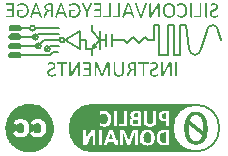
<source format=gbo>
G04*
G04 #@! TF.GenerationSoftware,Altium Limited,Altium Designer,25.8.1 (18)*
G04*
G04 Layer_Color=32896*
%FSLAX44Y44*%
%MOMM*%
G71*
G04*
G04 #@! TF.SameCoordinates,A11727E3-4EE6-487C-9337-FEDB4605177B*
G04*
G04*
G04 #@! TF.FilePolarity,Positive*
G04*
G01*
G75*
%ADD11C,0.2000*%
%ADD16C,0.1500*%
G36*
X579549Y-148018D02*
X579597D01*
X579645Y-148034D01*
X579677D01*
X579789Y-148050D01*
X579868Y-148082D01*
X579916Y-148098D01*
X579932Y-148114D01*
X579964Y-148178D01*
X579980Y-148226D01*
Y-148289D01*
Y-148305D01*
X579948Y-148401D01*
X579900Y-148513D01*
X579852Y-148593D01*
X579837Y-148609D01*
Y-148624D01*
X576471Y-155324D01*
Y-159711D01*
X576455Y-159806D01*
X576439Y-159838D01*
Y-159854D01*
X576407Y-159886D01*
X576359Y-159918D01*
X576327Y-159934D01*
X576311D01*
X576231Y-159950D01*
X576152D01*
X576088Y-159966D01*
X576072D01*
X575944Y-159982D01*
X575817Y-159998D01*
X575530D01*
X575418Y-159982D01*
X575354Y-159966D01*
X575322D01*
X575211Y-159950D01*
X575131D01*
X575083Y-159934D01*
X575067D01*
X575003Y-159902D01*
X574971Y-159886D01*
X574939Y-159854D01*
X574908Y-159806D01*
X574892Y-159758D01*
Y-159726D01*
Y-159711D01*
Y-155324D01*
X571542Y-148624D01*
X571478Y-148481D01*
X571430Y-148385D01*
X571414Y-148321D01*
Y-148305D01*
Y-148226D01*
X571430Y-148162D01*
X571446Y-148130D01*
X571462Y-148114D01*
X571542Y-148066D01*
X571622Y-148050D01*
X571701Y-148034D01*
X571733D01*
X571893Y-148018D01*
X572052Y-148002D01*
X572403D01*
X572531Y-148018D01*
X572611Y-148034D01*
X572643D01*
X572754Y-148050D01*
X572818Y-148066D01*
X572866Y-148082D01*
X572882D01*
X572977Y-148146D01*
X573009Y-148162D01*
X573025Y-148178D01*
X573089Y-148273D01*
X573105Y-148321D01*
Y-148337D01*
X574748Y-151767D01*
X574924Y-152150D01*
X575003Y-152325D01*
X575067Y-152469D01*
X575131Y-152612D01*
X575179Y-152708D01*
X575195Y-152772D01*
X575211Y-152804D01*
X575370Y-153187D01*
X575450Y-153362D01*
X575514Y-153505D01*
X575562Y-153649D01*
X575609Y-153745D01*
X575625Y-153809D01*
X575641Y-153841D01*
X575657D01*
X575833Y-153442D01*
X575913Y-153266D01*
X575976Y-153107D01*
X576040Y-152963D01*
X576088Y-152867D01*
X576104Y-152788D01*
X576120Y-152772D01*
X576279Y-152373D01*
X576359Y-152198D01*
X576439Y-152054D01*
X576487Y-151926D01*
X576535Y-151815D01*
X576567Y-151751D01*
X576582Y-151735D01*
X578225Y-148321D01*
X578257Y-148258D01*
X578289Y-148210D01*
X578305Y-148194D01*
X578321Y-148178D01*
X578369Y-148130D01*
X578417Y-148098D01*
X578465Y-148082D01*
X578481D01*
X578560Y-148066D01*
X578656Y-148050D01*
X578720Y-148034D01*
X578752D01*
X578879Y-148018D01*
X579023Y-148002D01*
X579390D01*
X579549Y-148018D01*
D02*
G37*
G36*
X626047Y-148018D02*
X626111D01*
X626159Y-148034D01*
X626191D01*
X626302Y-148050D01*
X626382Y-148082D01*
X626430Y-148098D01*
X626446Y-148114D01*
X626494Y-148178D01*
X626510Y-148226D01*
X626526Y-148289D01*
Y-148305D01*
X626510Y-148401D01*
X626478Y-148513D01*
X626462Y-148593D01*
X626446Y-148608D01*
Y-148624D01*
X622554Y-159663D01*
X622522Y-159758D01*
X622506Y-159774D01*
Y-159790D01*
X622458Y-159854D01*
X622426Y-159870D01*
Y-159886D01*
X622331Y-159918D01*
X622299Y-159934D01*
X622283D01*
X622155Y-159950D01*
X622107Y-159966D01*
X622091D01*
X622011Y-159982D01*
X621836D01*
X621708Y-159998D01*
X621294D01*
X621150Y-159982D01*
X621039D01*
X620927Y-159966D01*
X620831Y-159950D01*
X620767Y-159934D01*
X620751D01*
X620672Y-159902D01*
X620608Y-159870D01*
X620576Y-159854D01*
X620560Y-159838D01*
X620480Y-159726D01*
X620464Y-159694D01*
Y-159679D01*
X616588Y-148640D01*
X616540Y-148497D01*
X616524Y-148401D01*
X616508Y-148321D01*
Y-148305D01*
Y-148226D01*
X616524Y-148162D01*
X616540Y-148130D01*
X616556Y-148114D01*
X616604Y-148066D01*
X616684Y-148050D01*
X616748Y-148034D01*
X616780D01*
X616923Y-148018D01*
X617067Y-148002D01*
X617545D01*
X617641Y-148018D01*
X617673D01*
X617784Y-148034D01*
X617864Y-148050D01*
X617912Y-148066D01*
X617928Y-148082D01*
X618024Y-148146D01*
X618040Y-148162D01*
X618056Y-148178D01*
X618088Y-148273D01*
X618103Y-148321D01*
Y-148337D01*
X621421Y-158323D01*
X624835Y-148321D01*
X624867Y-148258D01*
X624899Y-148210D01*
X624915Y-148194D01*
X624931Y-148178D01*
X624963Y-148130D01*
X624994Y-148098D01*
X625026Y-148082D01*
X625042D01*
X625106Y-148050D01*
X625186Y-148034D01*
X625250Y-148018D01*
X625281D01*
X625409Y-148002D01*
X625888D01*
X626047Y-148018D01*
D02*
G37*
G36*
X655812Y-147922D02*
X656211Y-147970D01*
X656562Y-148050D01*
X656881Y-148114D01*
X657136Y-148194D01*
X657248Y-148242D01*
X657327Y-148273D01*
X657407Y-148289D01*
X657455Y-148321D01*
X657487Y-148337D01*
X657503D01*
X657854Y-148513D01*
X658173Y-148704D01*
X658444Y-148912D01*
X658683Y-149103D01*
X658891Y-149278D01*
X659034Y-149438D01*
X659130Y-149534D01*
X659146Y-149550D01*
X659162Y-149565D01*
X659401Y-149885D01*
X659624Y-150204D01*
X659800Y-150539D01*
X659959Y-150842D01*
X660071Y-151113D01*
X660119Y-151240D01*
X660167Y-151336D01*
X660183Y-151416D01*
X660215Y-151480D01*
X660231Y-151512D01*
Y-151528D01*
X660358Y-151974D01*
X660438Y-152437D01*
X660502Y-152867D01*
X660550Y-153282D01*
X660565Y-153458D01*
X660582Y-153633D01*
Y-153777D01*
X660597Y-153904D01*
Y-154016D01*
Y-154096D01*
Y-154143D01*
Y-154159D01*
X660582Y-154686D01*
X660550Y-155180D01*
X660486Y-155611D01*
X660454Y-155802D01*
X660422Y-155994D01*
X660390Y-156153D01*
X660358Y-156297D01*
X660326Y-156425D01*
X660294Y-156536D01*
X660278Y-156616D01*
X660263Y-156680D01*
X660247Y-156712D01*
Y-156728D01*
X660103Y-157126D01*
X659943Y-157477D01*
X659768Y-157796D01*
X659609Y-158068D01*
X659465Y-158275D01*
X659353Y-158450D01*
X659305Y-158498D01*
X659274Y-158546D01*
X659242Y-158562D01*
Y-158578D01*
X658986Y-158849D01*
X658715Y-159072D01*
X658460Y-159264D01*
X658205Y-159423D01*
X657981Y-159551D01*
X657822Y-159631D01*
X657758Y-159663D01*
X657710Y-159694D01*
X657678Y-159711D01*
X657662D01*
X657296Y-159838D01*
X656929Y-159934D01*
X656578Y-159998D01*
X656259Y-160046D01*
X655972Y-160077D01*
X655860D01*
X655748Y-160093D01*
X655318D01*
X655078Y-160077D01*
X654871Y-160046D01*
X654696Y-160030D01*
X654536Y-159998D01*
X654424Y-159982D01*
X654361Y-159966D01*
X654329D01*
X654121Y-159918D01*
X653930Y-159870D01*
X653754Y-159822D01*
X653611Y-159774D01*
X653483Y-159742D01*
X653403Y-159711D01*
X653340Y-159679D01*
X653324D01*
X653164Y-159599D01*
X653037Y-159535D01*
X652909Y-159471D01*
X652797Y-159407D01*
X652718Y-159360D01*
X652654Y-159328D01*
X652622Y-159312D01*
X652606Y-159296D01*
X652494Y-159232D01*
X652414Y-159168D01*
X652351Y-159120D01*
X652287Y-159072D01*
X652223Y-159025D01*
X652207Y-159009D01*
X652143Y-158945D01*
X652111Y-158897D01*
X652079Y-158865D01*
Y-158849D01*
X652048Y-158753D01*
X652032Y-158722D01*
Y-158706D01*
X652000Y-158578D01*
X651984Y-158530D01*
Y-158514D01*
X651968Y-158434D01*
Y-158339D01*
Y-158275D01*
Y-158259D01*
Y-158115D01*
Y-158020D01*
X651984Y-157940D01*
Y-157924D01*
X652000Y-157828D01*
X652016Y-157764D01*
X652032Y-157717D01*
Y-157701D01*
X652064Y-157653D01*
X652079Y-157621D01*
X652095Y-157589D01*
X652111D01*
X652143Y-157573D01*
X652175Y-157557D01*
X652271D01*
X652335Y-157589D01*
X652446Y-157637D01*
X652542Y-157701D01*
X652574Y-157717D01*
X652590Y-157732D01*
X652781Y-157876D01*
X652989Y-158004D01*
X653084Y-158052D01*
X653148Y-158099D01*
X653196Y-158115D01*
X653212Y-158131D01*
X653356Y-158211D01*
X653515Y-158291D01*
X653659Y-158355D01*
X653802Y-158418D01*
X653930Y-158466D01*
X654025Y-158498D01*
X654089Y-158514D01*
X654121Y-158530D01*
X654329Y-158578D01*
X654536Y-158626D01*
X654743Y-158658D01*
X654935Y-158674D01*
X655094D01*
X655238Y-158690D01*
X655350D01*
X655653Y-158674D01*
X655940Y-158642D01*
X656195Y-158594D01*
X656418Y-158546D01*
X656610Y-158498D01*
X656753Y-158450D01*
X656833Y-158418D01*
X656865Y-158403D01*
X657104Y-158275D01*
X657311Y-158131D01*
X657503Y-157988D01*
X657662Y-157844D01*
X657806Y-157717D01*
X657902Y-157621D01*
X657965Y-157557D01*
X657981Y-157525D01*
X658141Y-157286D01*
X658285Y-157047D01*
X658412Y-156807D01*
X658508Y-156584D01*
X658588Y-156377D01*
X658635Y-156217D01*
X658651Y-156153D01*
X658667Y-156105D01*
X658683Y-156090D01*
Y-156074D01*
X658763Y-155739D01*
X658827Y-155388D01*
X658859Y-155053D01*
X658891Y-154734D01*
X658907Y-154462D01*
X658923Y-154351D01*
Y-154255D01*
Y-154175D01*
Y-154112D01*
Y-154080D01*
Y-154064D01*
X658907Y-153649D01*
X658891Y-153266D01*
X658843Y-152931D01*
X658795Y-152628D01*
X658763Y-152373D01*
X658731Y-152277D01*
X658715Y-152198D01*
X658699Y-152134D01*
Y-152086D01*
X658683Y-152054D01*
Y-152038D01*
X658572Y-151719D01*
X658460Y-151432D01*
X658348Y-151177D01*
X658221Y-150953D01*
X658125Y-150778D01*
X658045Y-150650D01*
X657981Y-150570D01*
X657965Y-150539D01*
X657790Y-150315D01*
X657599Y-150124D01*
X657407Y-149964D01*
X657232Y-149837D01*
X657072Y-149725D01*
X656961Y-149661D01*
X656881Y-149613D01*
X656849Y-149597D01*
X656594Y-149486D01*
X656339Y-149406D01*
X656099Y-149358D01*
X655876Y-149310D01*
X655685Y-149294D01*
X655525Y-149278D01*
X655142D01*
X654903Y-149310D01*
X654696Y-149342D01*
X654504Y-149374D01*
X654361Y-149406D01*
X654249Y-149438D01*
X654169Y-149454D01*
X654153Y-149470D01*
X653962Y-149534D01*
X653786Y-149613D01*
X653643Y-149677D01*
X653515Y-149741D01*
X653403Y-149789D01*
X653324Y-149837D01*
X653276Y-149853D01*
X653260Y-149869D01*
X653005Y-150012D01*
X652909Y-150076D01*
X652829Y-150140D01*
X652765Y-150188D01*
X652718Y-150219D01*
X652686Y-150236D01*
X652670Y-150251D01*
X652590Y-150315D01*
X652510Y-150347D01*
X652399Y-150411D01*
X652335Y-150427D01*
X652303D01*
X652223Y-150411D01*
X652191Y-150395D01*
X652111Y-150315D01*
X652095Y-150283D01*
Y-150267D01*
X652079Y-150188D01*
X652064Y-150124D01*
X652048Y-150060D01*
Y-150044D01*
X652032Y-149948D01*
X652016Y-149837D01*
Y-149773D01*
Y-149741D01*
Y-149629D01*
Y-149534D01*
X652032Y-149470D01*
Y-149454D01*
X652048Y-149374D01*
X652064Y-149294D01*
X652079Y-149262D01*
Y-149247D01*
X652111Y-149151D01*
X652127Y-149119D01*
X652143Y-149103D01*
X652175Y-149039D01*
X652239Y-148975D01*
X652287Y-148927D01*
X652303Y-148912D01*
X652351Y-148864D01*
X652414Y-148800D01*
X652574Y-148704D01*
X652638Y-148656D01*
X652702Y-148624D01*
X652734Y-148593D01*
X652749D01*
X653005Y-148465D01*
X653228Y-148353D01*
X653340Y-148305D01*
X653419Y-148289D01*
X653467Y-148258D01*
X653483D01*
X653786Y-148162D01*
X653946Y-148114D01*
X654073Y-148082D01*
X654201Y-148050D01*
X654297Y-148034D01*
X654361Y-148018D01*
X654377D01*
X654727Y-147954D01*
X654903Y-147938D01*
X655062Y-147922D01*
X655190Y-147907D01*
X655381D01*
X655812Y-147922D01*
D02*
G37*
G36*
X564826Y-147907D02*
X565289Y-147955D01*
X565688Y-148034D01*
X566055Y-148114D01*
X566198Y-148162D01*
X566342Y-148194D01*
X566469Y-148226D01*
X566565Y-148273D01*
X566645Y-148289D01*
X566709Y-148321D01*
X566741Y-148337D01*
X566757D01*
X567155Y-148513D01*
X567506Y-148720D01*
X567825Y-148927D01*
X568096Y-149135D01*
X568320Y-149310D01*
X568479Y-149470D01*
X568543Y-149518D01*
X568591Y-149565D01*
X568607Y-149581D01*
X568623Y-149597D01*
X568894Y-149916D01*
X569149Y-150251D01*
X569357Y-150570D01*
X569516Y-150890D01*
X569660Y-151145D01*
X569707Y-151272D01*
X569755Y-151368D01*
X569787Y-151448D01*
X569819Y-151512D01*
X569835Y-151544D01*
Y-151559D01*
X569979Y-152006D01*
X570074Y-152437D01*
X570154Y-152867D01*
X570202Y-153266D01*
X570218Y-153442D01*
X570234Y-153601D01*
Y-153745D01*
X570250Y-153872D01*
Y-153968D01*
Y-154048D01*
Y-154096D01*
Y-154112D01*
X570234Y-154606D01*
X570186Y-155069D01*
X570122Y-155499D01*
X570090Y-155691D01*
X570058Y-155866D01*
X570027Y-156026D01*
X569995Y-156169D01*
X569963Y-156281D01*
X569931Y-156393D01*
X569899Y-156472D01*
X569883Y-156536D01*
X569867Y-156568D01*
Y-156584D01*
X569707Y-156983D01*
X569516Y-157350D01*
X569325Y-157669D01*
X569149Y-157940D01*
X568974Y-158179D01*
X568846Y-158339D01*
X568782Y-158403D01*
X568750Y-158450D01*
X568735Y-158466D01*
X568718Y-158482D01*
X568431Y-158753D01*
X568112Y-159009D01*
X567809Y-159216D01*
X567522Y-159375D01*
X567267Y-159519D01*
X567155Y-159567D01*
X567060Y-159615D01*
X566996Y-159647D01*
X566932Y-159679D01*
X566900Y-159694D01*
X566884D01*
X566469Y-159838D01*
X566039Y-159934D01*
X565624Y-160014D01*
X565241Y-160061D01*
X565082Y-160077D01*
X564922Y-160093D01*
X564779D01*
X564651Y-160109D01*
X564428D01*
X564093Y-160093D01*
X563933D01*
X563806Y-160077D01*
X563678Y-160061D01*
X563598D01*
X563534Y-160046D01*
X563518D01*
X563184Y-159998D01*
X563024Y-159982D01*
X562896Y-159950D01*
X562769Y-159934D01*
X562689Y-159918D01*
X562625Y-159902D01*
X562609D01*
X562274Y-159806D01*
X562131Y-159774D01*
X562003Y-159726D01*
X561891Y-159694D01*
X561796Y-159663D01*
X561748Y-159631D01*
X561732D01*
X561572Y-159567D01*
X561445Y-159519D01*
X561317Y-159471D01*
X561222Y-159423D01*
X561142Y-159391D01*
X561094Y-159360D01*
X561062Y-159344D01*
X561046D01*
X560950Y-159296D01*
X560871Y-159232D01*
X560775Y-159136D01*
X560711Y-159073D01*
X560695Y-159041D01*
X560631Y-158897D01*
X560615Y-158769D01*
X560599Y-158658D01*
Y-158642D01*
Y-158626D01*
Y-154096D01*
Y-153968D01*
X560615Y-153872D01*
X560631Y-153809D01*
X560647Y-153793D01*
X560695Y-153713D01*
X560743Y-153649D01*
X560775Y-153617D01*
X560791Y-153601D01*
X560855Y-153553D01*
X560902Y-153521D01*
X560950Y-153490D01*
X560966D01*
X561046Y-153458D01*
X561110Y-153442D01*
X565002D01*
X565050Y-153458D01*
X565082Y-153474D01*
X565098Y-153490D01*
X565130Y-153521D01*
X565161Y-153553D01*
X565177Y-153585D01*
X565193Y-153601D01*
X565209Y-153665D01*
X565225Y-153729D01*
X565241Y-153793D01*
Y-153809D01*
X565257Y-153904D01*
Y-154000D01*
Y-154064D01*
Y-154080D01*
Y-154096D01*
Y-154207D01*
X565241Y-154319D01*
Y-154399D01*
X565225Y-154463D01*
X565209Y-154558D01*
X565193Y-154590D01*
X565130Y-154670D01*
X565050Y-154718D01*
X564986Y-154734D01*
X562178D01*
Y-158211D01*
X562561Y-158387D01*
X562737Y-158450D01*
X562896Y-158514D01*
X563040Y-158562D01*
X563152Y-158578D01*
X563215Y-158610D01*
X563247D01*
X563662Y-158690D01*
X563838Y-158706D01*
X564013Y-158722D01*
X564156Y-158737D01*
X564364D01*
X564699Y-158722D01*
X565018Y-158690D01*
X565305Y-158642D01*
X565560Y-158578D01*
X565768Y-158530D01*
X565927Y-158482D01*
X565991Y-158466D01*
X566039Y-158450D01*
X566055Y-158434D01*
X566071D01*
X566342Y-158307D01*
X566597Y-158147D01*
X566836Y-158004D01*
X567028Y-157844D01*
X567187Y-157717D01*
X567315Y-157605D01*
X567379Y-157541D01*
X567411Y-157509D01*
X567602Y-157270D01*
X567777Y-157015D01*
X567937Y-156776D01*
X568064Y-156536D01*
X568160Y-156329D01*
X568224Y-156169D01*
X568256Y-156105D01*
X568272Y-156058D01*
X568288Y-156042D01*
Y-156026D01*
X568383Y-155691D01*
X568463Y-155340D01*
X568511Y-155005D01*
X568559Y-154686D01*
X568575Y-154415D01*
Y-154287D01*
X568591Y-154191D01*
Y-154112D01*
Y-154048D01*
Y-154016D01*
Y-154000D01*
X568575Y-153633D01*
X568543Y-153282D01*
X568495Y-152963D01*
X568447Y-152676D01*
X568400Y-152437D01*
X568368Y-152341D01*
X568352Y-152261D01*
X568336Y-152198D01*
X568320Y-152150D01*
X568304Y-152134D01*
Y-152118D01*
X568192Y-151799D01*
X568049Y-151512D01*
X567921Y-151256D01*
X567777Y-151033D01*
X567666Y-150858D01*
X567570Y-150714D01*
X567490Y-150634D01*
X567474Y-150602D01*
X567267Y-150379D01*
X567044Y-150172D01*
X566820Y-150012D01*
X566613Y-149869D01*
X566422Y-149757D01*
X566278Y-149677D01*
X566182Y-149629D01*
X566166Y-149613D01*
X566150D01*
X565847Y-149486D01*
X565544Y-149406D01*
X565241Y-149342D01*
X564970Y-149294D01*
X564731Y-149263D01*
X564635D01*
X564539Y-149247D01*
X564077D01*
X563806Y-149278D01*
X563566Y-149294D01*
X563359Y-149326D01*
X563184Y-149358D01*
X563072Y-149390D01*
X562992Y-149406D01*
X562960Y-149422D01*
X562737Y-149486D01*
X562545Y-149565D01*
X562370Y-149629D01*
X562210Y-149693D01*
X562099Y-149741D01*
X562003Y-149789D01*
X561939Y-149805D01*
X561923Y-149821D01*
X561764Y-149901D01*
X561636Y-149964D01*
X561509Y-150028D01*
X561413Y-150092D01*
X561333Y-150140D01*
X561285Y-150172D01*
X561253Y-150188D01*
X561237Y-150204D01*
X561062Y-150299D01*
X560950Y-150347D01*
X560871Y-150363D01*
X560855D01*
X560775Y-150347D01*
X560743Y-150331D01*
X560695Y-150299D01*
X560663Y-150267D01*
X560647Y-150236D01*
Y-150219D01*
X560631Y-150140D01*
X560615Y-150076D01*
X560599Y-150012D01*
Y-149996D01*
X560583Y-149885D01*
X560568Y-149789D01*
Y-149709D01*
Y-149677D01*
Y-149486D01*
X560583Y-149342D01*
X560599Y-149263D01*
X560615Y-149231D01*
X560663Y-149119D01*
X560727Y-149039D01*
X560775Y-148975D01*
X560791Y-148959D01*
X560839Y-148912D01*
X560902Y-148864D01*
X561046Y-148752D01*
X561110Y-148720D01*
X561174Y-148688D01*
X561205Y-148656D01*
X561222D01*
X561477Y-148513D01*
X561732Y-148401D01*
X561844Y-148369D01*
X561923Y-148337D01*
X561987Y-148305D01*
X562003D01*
X562370Y-148194D01*
X562545Y-148146D01*
X562705Y-148098D01*
X562849Y-148066D01*
X562976Y-148034D01*
X563040Y-148018D01*
X563072D01*
X563518Y-147938D01*
X563742Y-147923D01*
X563933Y-147907D01*
X564093Y-147891D01*
X564348D01*
X564826Y-147907D01*
D02*
G37*
G36*
X520945D02*
X521407Y-147955D01*
X521806Y-148034D01*
X522173Y-148114D01*
X522317Y-148162D01*
X522460Y-148194D01*
X522588Y-148226D01*
X522683Y-148273D01*
X522763Y-148289D01*
X522827Y-148321D01*
X522859Y-148337D01*
X522875D01*
X523274Y-148513D01*
X523624Y-148720D01*
X523943Y-148927D01*
X524215Y-149135D01*
X524438Y-149310D01*
X524598Y-149470D01*
X524661Y-149518D01*
X524709Y-149565D01*
X524725Y-149581D01*
X524741Y-149597D01*
X525012Y-149916D01*
X525267Y-150251D01*
X525475Y-150570D01*
X525634Y-150890D01*
X525778Y-151145D01*
X525826Y-151272D01*
X525874Y-151368D01*
X525905Y-151448D01*
X525937Y-151512D01*
X525953Y-151544D01*
Y-151559D01*
X526097Y-152006D01*
X526193Y-152437D01*
X526272Y-152867D01*
X526320Y-153266D01*
X526336Y-153442D01*
X526352Y-153601D01*
Y-153745D01*
X526368Y-153872D01*
Y-153968D01*
Y-154048D01*
Y-154096D01*
Y-154112D01*
X526352Y-154606D01*
X526304Y-155069D01*
X526241Y-155499D01*
X526209Y-155691D01*
X526177Y-155866D01*
X526145Y-156026D01*
X526113Y-156169D01*
X526081Y-156281D01*
X526049Y-156393D01*
X526017Y-156472D01*
X526001Y-156536D01*
X525985Y-156568D01*
Y-156584D01*
X525826Y-156983D01*
X525634Y-157350D01*
X525443Y-157669D01*
X525267Y-157940D01*
X525092Y-158179D01*
X524964Y-158339D01*
X524901Y-158403D01*
X524869Y-158450D01*
X524853Y-158466D01*
X524837Y-158482D01*
X524550Y-158753D01*
X524231Y-159009D01*
X523928Y-159216D01*
X523640Y-159375D01*
X523385Y-159519D01*
X523274Y-159567D01*
X523178Y-159615D01*
X523114Y-159647D01*
X523050Y-159679D01*
X523018Y-159694D01*
X523002D01*
X522588Y-159838D01*
X522157Y-159934D01*
X521742Y-160014D01*
X521359Y-160061D01*
X521200Y-160077D01*
X521040Y-160093D01*
X520897D01*
X520769Y-160109D01*
X520546D01*
X520211Y-160093D01*
X520051D01*
X519924Y-160077D01*
X519796Y-160061D01*
X519716D01*
X519653Y-160046D01*
X519637D01*
X519302Y-159998D01*
X519142Y-159982D01*
X519015Y-159950D01*
X518887Y-159934D01*
X518807Y-159918D01*
X518743Y-159902D01*
X518727D01*
X518392Y-159806D01*
X518249Y-159774D01*
X518121Y-159726D01*
X518010Y-159694D01*
X517914Y-159663D01*
X517866Y-159631D01*
X517850D01*
X517691Y-159567D01*
X517563Y-159519D01*
X517435Y-159471D01*
X517340Y-159423D01*
X517260Y-159391D01*
X517212Y-159360D01*
X517180Y-159344D01*
X517164D01*
X517068Y-159296D01*
X516989Y-159232D01*
X516893Y-159136D01*
X516829Y-159073D01*
X516813Y-159041D01*
X516749Y-158897D01*
X516734Y-158769D01*
X516718Y-158658D01*
Y-158642D01*
Y-158626D01*
Y-154096D01*
Y-153968D01*
X516734Y-153872D01*
X516749Y-153809D01*
X516766Y-153793D01*
X516813Y-153713D01*
X516861Y-153649D01*
X516893Y-153617D01*
X516909Y-153601D01*
X516973Y-153553D01*
X517021Y-153521D01*
X517068Y-153490D01*
X517085D01*
X517164Y-153458D01*
X517228Y-153442D01*
X521120D01*
X521168Y-153458D01*
X521200Y-153474D01*
X521216Y-153490D01*
X521248Y-153521D01*
X521280Y-153553D01*
X521296Y-153585D01*
X521312Y-153601D01*
X521328Y-153665D01*
X521343Y-153729D01*
X521359Y-153793D01*
Y-153809D01*
X521375Y-153904D01*
Y-154000D01*
Y-154064D01*
Y-154080D01*
Y-154096D01*
Y-154207D01*
X521359Y-154319D01*
Y-154399D01*
X521343Y-154463D01*
X521328Y-154558D01*
X521312Y-154590D01*
X521248Y-154670D01*
X521168Y-154718D01*
X521104Y-154734D01*
X518297D01*
Y-158211D01*
X518680Y-158387D01*
X518855Y-158450D01*
X519015Y-158514D01*
X519158Y-158562D01*
X519270Y-158578D01*
X519334Y-158610D01*
X519366D01*
X519780Y-158690D01*
X519956Y-158706D01*
X520131Y-158722D01*
X520275Y-158737D01*
X520482D01*
X520817Y-158722D01*
X521136Y-158690D01*
X521423Y-158642D01*
X521678Y-158578D01*
X521886Y-158530D01*
X522045Y-158482D01*
X522109Y-158466D01*
X522157Y-158450D01*
X522173Y-158434D01*
X522189D01*
X522460Y-158307D01*
X522715Y-158147D01*
X522954Y-158004D01*
X523146Y-157844D01*
X523306Y-157717D01*
X523433Y-157605D01*
X523497Y-157541D01*
X523529Y-157509D01*
X523720Y-157270D01*
X523896Y-157015D01*
X524055Y-156776D01*
X524183Y-156536D01*
X524278Y-156329D01*
X524342Y-156169D01*
X524374Y-156105D01*
X524390Y-156058D01*
X524406Y-156042D01*
Y-156026D01*
X524502Y-155691D01*
X524582Y-155340D01*
X524629Y-155005D01*
X524677Y-154686D01*
X524693Y-154415D01*
Y-154287D01*
X524709Y-154191D01*
Y-154112D01*
Y-154048D01*
Y-154016D01*
Y-154000D01*
X524693Y-153633D01*
X524661Y-153282D01*
X524613Y-152963D01*
X524566Y-152676D01*
X524518Y-152437D01*
X524486Y-152341D01*
X524470Y-152261D01*
X524454Y-152198D01*
X524438Y-152150D01*
X524422Y-152134D01*
Y-152118D01*
X524310Y-151799D01*
X524167Y-151512D01*
X524039Y-151256D01*
X523896Y-151033D01*
X523784Y-150858D01*
X523688Y-150714D01*
X523609Y-150634D01*
X523593Y-150602D01*
X523385Y-150379D01*
X523162Y-150172D01*
X522939Y-150012D01*
X522731Y-149869D01*
X522540Y-149757D01*
X522396Y-149677D01*
X522300Y-149629D01*
X522285Y-149613D01*
X522269D01*
X521966Y-149486D01*
X521662Y-149406D01*
X521359Y-149342D01*
X521088Y-149294D01*
X520849Y-149263D01*
X520753D01*
X520658Y-149247D01*
X520195D01*
X519924Y-149278D01*
X519684Y-149294D01*
X519477Y-149326D01*
X519302Y-149358D01*
X519190Y-149390D01*
X519110Y-149406D01*
X519078Y-149422D01*
X518855Y-149486D01*
X518664Y-149565D01*
X518488Y-149629D01*
X518329Y-149693D01*
X518217Y-149741D01*
X518121Y-149789D01*
X518058Y-149805D01*
X518042Y-149821D01*
X517882Y-149901D01*
X517754Y-149964D01*
X517627Y-150028D01*
X517531Y-150092D01*
X517451Y-150140D01*
X517403Y-150172D01*
X517372Y-150188D01*
X517356Y-150204D01*
X517180Y-150299D01*
X517068Y-150347D01*
X516989Y-150363D01*
X516973D01*
X516893Y-150347D01*
X516861Y-150331D01*
X516813Y-150299D01*
X516781Y-150267D01*
X516766Y-150236D01*
Y-150219D01*
X516749Y-150140D01*
X516734Y-150076D01*
X516718Y-150012D01*
Y-149996D01*
X516702Y-149885D01*
X516686Y-149789D01*
Y-149709D01*
Y-149677D01*
Y-149486D01*
X516702Y-149342D01*
X516718Y-149263D01*
X516734Y-149231D01*
X516781Y-149119D01*
X516845Y-149039D01*
X516893Y-148975D01*
X516909Y-148959D01*
X516957Y-148912D01*
X517021Y-148864D01*
X517164Y-148752D01*
X517228Y-148720D01*
X517292Y-148688D01*
X517324Y-148656D01*
X517340D01*
X517595Y-148513D01*
X517850Y-148401D01*
X517962Y-148369D01*
X518042Y-148337D01*
X518105Y-148305D01*
X518121D01*
X518488Y-148194D01*
X518664Y-148146D01*
X518823Y-148098D01*
X518967Y-148066D01*
X519094Y-148034D01*
X519158Y-148018D01*
X519190D01*
X519637Y-147938D01*
X519860Y-147923D01*
X520051Y-147907D01*
X520211Y-147891D01*
X520466D01*
X520945Y-147907D01*
D02*
G37*
G36*
X672050Y-148018D02*
X672130Y-148034D01*
X672162D01*
X672258Y-148050D01*
X672337Y-148066D01*
X672385Y-148082D01*
X672401D01*
X672465Y-148114D01*
X672497Y-148146D01*
X672529Y-148162D01*
Y-148178D01*
X672561Y-148258D01*
Y-148289D01*
Y-148305D01*
Y-159312D01*
X672545Y-159439D01*
X672529Y-159551D01*
X672497Y-159631D01*
X672465Y-159711D01*
X672433Y-159758D01*
X672417Y-159790D01*
X672385Y-159822D01*
X672242Y-159902D01*
X672114Y-159934D01*
X672019Y-159950D01*
X666659D01*
X666611Y-159934D01*
X666595Y-159918D01*
X666579D01*
X666499Y-159838D01*
X666483Y-159806D01*
Y-159790D01*
X666451Y-159711D01*
X666436Y-159647D01*
X666420Y-159599D01*
Y-159583D01*
X666404Y-159471D01*
X666388Y-159375D01*
Y-159296D01*
Y-159264D01*
Y-159136D01*
X666404Y-159040D01*
X666420Y-158977D01*
Y-158961D01*
X666436Y-158865D01*
X666451Y-158801D01*
X666468Y-158769D01*
X666483Y-158753D01*
X666547Y-158658D01*
X666563Y-158642D01*
X666579Y-158626D01*
X666627Y-158594D01*
X666675Y-158578D01*
X670982D01*
Y-148305D01*
Y-148258D01*
X670998Y-148210D01*
X671014Y-148194D01*
X671030Y-148178D01*
X671061Y-148130D01*
X671109Y-148098D01*
X671141Y-148082D01*
X671157D01*
X671237Y-148066D01*
X671317Y-148050D01*
X671380Y-148034D01*
X671412D01*
X671524Y-148018D01*
X671652Y-148002D01*
X671939D01*
X672050Y-148018D01*
D02*
G37*
G36*
X603173Y-148018D02*
X603253Y-148034D01*
X603285D01*
X603381Y-148050D01*
X603460Y-148066D01*
X603508Y-148082D01*
X603524D01*
X603588Y-148114D01*
X603620Y-148146D01*
X603652Y-148162D01*
Y-148178D01*
X603684Y-148258D01*
Y-148289D01*
Y-148305D01*
Y-159312D01*
X603668Y-159439D01*
X603652Y-159551D01*
X603620Y-159631D01*
X603588Y-159711D01*
X603556Y-159758D01*
X603540Y-159790D01*
X603508Y-159822D01*
X603364Y-159902D01*
X603237Y-159934D01*
X603141Y-159950D01*
X597782D01*
X597734Y-159934D01*
X597718Y-159918D01*
X597702D01*
X597622Y-159838D01*
X597606Y-159806D01*
Y-159790D01*
X597574Y-159711D01*
X597558Y-159647D01*
X597542Y-159599D01*
Y-159583D01*
X597526Y-159471D01*
X597510Y-159375D01*
Y-159296D01*
Y-159264D01*
Y-159136D01*
X597526Y-159041D01*
X597542Y-158977D01*
Y-158961D01*
X597558Y-158865D01*
X597574Y-158801D01*
X597590Y-158769D01*
X597606Y-158753D01*
X597670Y-158658D01*
X597686Y-158642D01*
X597702Y-158626D01*
X597750Y-158594D01*
X597798Y-158578D01*
X602104D01*
Y-148305D01*
Y-148258D01*
X602120Y-148210D01*
X602136Y-148194D01*
X602152Y-148178D01*
X602184Y-148130D01*
X602232Y-148098D01*
X602264Y-148082D01*
X602280D01*
X602360Y-148066D01*
X602439Y-148050D01*
X602503Y-148034D01*
X602535D01*
X602647Y-148018D01*
X602774Y-148002D01*
X603061D01*
X603173Y-148018D01*
D02*
G37*
G36*
X595261D02*
X595341Y-148034D01*
X595373D01*
X595469Y-148050D01*
X595548Y-148066D01*
X595596Y-148082D01*
X595612D01*
X595676Y-148114D01*
X595708Y-148146D01*
X595740Y-148162D01*
Y-148178D01*
X595772Y-148258D01*
Y-148289D01*
Y-148305D01*
Y-159312D01*
X595756Y-159439D01*
X595740Y-159551D01*
X595708Y-159631D01*
X595676Y-159711D01*
X595644Y-159758D01*
X595628Y-159790D01*
X595596Y-159822D01*
X595453Y-159902D01*
X595325Y-159934D01*
X595229Y-159950D01*
X589870D01*
X589822Y-159934D01*
X589806Y-159918D01*
X589790D01*
X589710Y-159838D01*
X589694Y-159806D01*
Y-159790D01*
X589662Y-159711D01*
X589646Y-159647D01*
X589631Y-159599D01*
Y-159583D01*
X589615Y-159471D01*
X589599Y-159375D01*
Y-159296D01*
Y-159264D01*
Y-159136D01*
X589615Y-159041D01*
X589631Y-158977D01*
Y-158961D01*
X589646Y-158865D01*
X589662Y-158801D01*
X589678Y-158769D01*
X589694Y-158753D01*
X589758Y-158658D01*
X589774Y-158642D01*
X589790Y-158626D01*
X589838Y-158594D01*
X589886Y-158578D01*
X594193D01*
Y-148305D01*
Y-148258D01*
X594208Y-148210D01*
X594225Y-148194D01*
X594240Y-148178D01*
X594272Y-148130D01*
X594320Y-148098D01*
X594352Y-148082D01*
X594368D01*
X594448Y-148066D01*
X594528Y-148050D01*
X594591Y-148034D01*
X594623D01*
X594735Y-148018D01*
X594863Y-148002D01*
X595150D01*
X595261Y-148018D01*
D02*
G37*
G36*
X587429Y-148066D02*
X587557Y-148114D01*
X587653Y-148178D01*
X587668Y-148194D01*
X587685D01*
X587748Y-148258D01*
X587780Y-148337D01*
X587844Y-148497D01*
Y-148577D01*
X587860Y-148640D01*
Y-148688D01*
Y-148704D01*
Y-159312D01*
X587844Y-159439D01*
X587828Y-159551D01*
X587796Y-159631D01*
X587764Y-159711D01*
X587732Y-159758D01*
X587716Y-159790D01*
X587685Y-159822D01*
X587541Y-159902D01*
X587413Y-159934D01*
X587318Y-159950D01*
X581575D01*
X581479Y-159934D01*
X581464Y-159918D01*
X581448D01*
X581400Y-159886D01*
X581368Y-159854D01*
X581336Y-159822D01*
Y-159806D01*
X581304Y-159742D01*
X581288Y-159679D01*
X581272Y-159615D01*
Y-159599D01*
X581256Y-159503D01*
X581240Y-159407D01*
Y-159344D01*
Y-159312D01*
Y-159184D01*
X581256Y-159088D01*
X581272Y-159025D01*
Y-159009D01*
X581288Y-158929D01*
X581304Y-158849D01*
X581320Y-158817D01*
X581336Y-158801D01*
X581368Y-158753D01*
X581416Y-158722D01*
X581432Y-158690D01*
X581448D01*
X581479Y-158658D01*
X581527Y-158642D01*
X586281D01*
Y-154383D01*
X582293D01*
X582197Y-154367D01*
X582181Y-154351D01*
X582165D01*
X582086Y-154287D01*
X582070Y-154271D01*
Y-154255D01*
X582022Y-154128D01*
X582006Y-154080D01*
Y-154064D01*
X581990Y-153968D01*
X581974Y-153872D01*
Y-153809D01*
Y-153777D01*
Y-153649D01*
X581990Y-153553D01*
X582006Y-153490D01*
Y-153474D01*
X582022Y-153394D01*
X582038Y-153330D01*
X582054Y-153298D01*
X582070Y-153282D01*
X582133Y-153187D01*
X582149Y-153170D01*
X582165Y-153155D01*
X582197Y-153123D01*
X582245Y-153107D01*
X586281D01*
Y-149358D01*
X581639D01*
X581543Y-149342D01*
X581527Y-149326D01*
X581511D01*
X581464Y-149294D01*
X581432Y-149263D01*
X581416Y-149231D01*
Y-149215D01*
X581368Y-149087D01*
X581352Y-149039D01*
Y-149023D01*
X581336Y-148927D01*
X581320Y-148816D01*
Y-148752D01*
Y-148720D01*
Y-148593D01*
X581336Y-148497D01*
X581352Y-148433D01*
Y-148417D01*
X581368Y-148337D01*
X581384Y-148258D01*
X581400Y-148226D01*
X581416Y-148210D01*
X581448Y-148162D01*
X581479Y-148130D01*
X581495Y-148098D01*
X581511D01*
X581543Y-148066D01*
X581591Y-148050D01*
X587286D01*
X587429Y-148066D01*
D02*
G37*
G36*
X513320D02*
X513448Y-148114D01*
X513543Y-148178D01*
X513559Y-148194D01*
X513575D01*
X513639Y-148258D01*
X513671Y-148337D01*
X513735Y-148497D01*
Y-148577D01*
X513751Y-148640D01*
Y-148688D01*
Y-148704D01*
Y-159312D01*
X513735Y-159439D01*
X513719Y-159551D01*
X513687Y-159631D01*
X513655Y-159711D01*
X513623Y-159758D01*
X513607Y-159790D01*
X513575Y-159822D01*
X513432Y-159902D01*
X513304Y-159934D01*
X513208Y-159950D01*
X507466D01*
X507370Y-159934D01*
X507354Y-159918D01*
X507338D01*
X507290Y-159886D01*
X507258Y-159854D01*
X507227Y-159822D01*
Y-159806D01*
X507195Y-159742D01*
X507179Y-159679D01*
X507163Y-159615D01*
Y-159599D01*
X507147Y-159503D01*
X507131Y-159407D01*
Y-159344D01*
Y-159312D01*
Y-159184D01*
X507147Y-159088D01*
X507163Y-159025D01*
Y-159009D01*
X507179Y-158929D01*
X507195Y-158849D01*
X507211Y-158817D01*
X507227Y-158801D01*
X507258Y-158753D01*
X507306Y-158722D01*
X507322Y-158690D01*
X507338D01*
X507370Y-158658D01*
X507418Y-158642D01*
X512172D01*
Y-154383D01*
X508184D01*
X508088Y-154367D01*
X508072Y-154351D01*
X508056D01*
X507976Y-154287D01*
X507960Y-154271D01*
Y-154255D01*
X507912Y-154128D01*
X507897Y-154080D01*
Y-154064D01*
X507881Y-153968D01*
X507865Y-153872D01*
Y-153809D01*
Y-153777D01*
Y-153649D01*
X507881Y-153553D01*
X507897Y-153490D01*
Y-153474D01*
X507912Y-153394D01*
X507929Y-153330D01*
X507944Y-153298D01*
X507960Y-153282D01*
X508024Y-153187D01*
X508040Y-153170D01*
X508056Y-153155D01*
X508088Y-153123D01*
X508136Y-153107D01*
X512172D01*
Y-149358D01*
X507530D01*
X507434Y-149342D01*
X507418Y-149326D01*
X507402D01*
X507354Y-149294D01*
X507322Y-149263D01*
X507306Y-149231D01*
Y-149215D01*
X507258Y-149087D01*
X507243Y-149039D01*
Y-149023D01*
X507227Y-148927D01*
X507211Y-148816D01*
Y-148752D01*
Y-148720D01*
Y-148593D01*
X507227Y-148497D01*
X507243Y-148433D01*
Y-148417D01*
X507258Y-148337D01*
X507275Y-148258D01*
X507290Y-148226D01*
X507306Y-148210D01*
X507338Y-148162D01*
X507370Y-148130D01*
X507386Y-148098D01*
X507402D01*
X507434Y-148066D01*
X507482Y-148050D01*
X513176D01*
X513320Y-148066D01*
D02*
G37*
G36*
X676772Y-148018D02*
X676852Y-148034D01*
X676884D01*
X676979Y-148050D01*
X677059Y-148066D01*
X677107Y-148082D01*
X677123D01*
X677187Y-148114D01*
X677234Y-148146D01*
X677251Y-148162D01*
X677266Y-148178D01*
X677298Y-148258D01*
Y-148289D01*
Y-148305D01*
Y-159711D01*
X677282Y-159806D01*
X677266Y-159838D01*
Y-159854D01*
X677234Y-159886D01*
X677187Y-159918D01*
X677155Y-159934D01*
X677139D01*
X677059Y-159950D01*
X676979D01*
X676916Y-159966D01*
X676900D01*
X676772Y-159982D01*
X676644Y-159998D01*
X676357D01*
X676246Y-159982D01*
X676182Y-159966D01*
X676150D01*
X676038Y-159950D01*
X675958D01*
X675911Y-159934D01*
X675895D01*
X675831Y-159902D01*
X675799Y-159886D01*
X675767Y-159854D01*
X675735Y-159806D01*
X675719Y-159758D01*
Y-159726D01*
Y-159711D01*
Y-148305D01*
Y-148258D01*
X675735Y-148210D01*
X675751Y-148194D01*
X675767Y-148178D01*
X675799Y-148130D01*
X675847Y-148098D01*
X675879Y-148082D01*
X675895D01*
X675974Y-148066D01*
X676054Y-148050D01*
X676118Y-148034D01*
X676150D01*
X676262Y-148018D01*
X676389Y-148002D01*
X676660D01*
X676772Y-148018D01*
D02*
G37*
G36*
X664123D02*
X664202Y-148034D01*
X664234D01*
X664330Y-148050D01*
X664410Y-148066D01*
X664458Y-148082D01*
X664474D01*
X664537Y-148114D01*
X664585Y-148146D01*
X664601Y-148162D01*
X664617Y-148178D01*
X664649Y-148258D01*
Y-148289D01*
Y-148305D01*
Y-159711D01*
X664633Y-159806D01*
X664617Y-159838D01*
Y-159854D01*
X664585Y-159886D01*
X664537Y-159918D01*
X664505Y-159934D01*
X664490D01*
X664410Y-159950D01*
X664330D01*
X664266Y-159966D01*
X664250D01*
X664123Y-159982D01*
X663995Y-159998D01*
X663708D01*
X663596Y-159982D01*
X663532Y-159966D01*
X663501D01*
X663389Y-159950D01*
X663309D01*
X663261Y-159934D01*
X663245D01*
X663182Y-159902D01*
X663150Y-159886D01*
X663118Y-159854D01*
X663086Y-159806D01*
X663070Y-159758D01*
Y-159726D01*
Y-159711D01*
Y-148305D01*
Y-148258D01*
X663086Y-148210D01*
X663102Y-148194D01*
X663118Y-148178D01*
X663150Y-148130D01*
X663197Y-148098D01*
X663229Y-148082D01*
X663245D01*
X663325Y-148066D01*
X663405Y-148050D01*
X663469Y-148034D01*
X663501D01*
X663612Y-148018D01*
X663740Y-148002D01*
X664011D01*
X664123Y-148018D01*
D02*
G37*
G36*
X629493Y-148050D02*
X629572Y-148066D01*
X629604D01*
X629700Y-148082D01*
X629780Y-148098D01*
X629828Y-148114D01*
X629843Y-148130D01*
X629907Y-148162D01*
X629939Y-148194D01*
X629971Y-148210D01*
Y-148226D01*
X630003Y-148305D01*
Y-148321D01*
Y-148337D01*
Y-154782D01*
Y-155324D01*
Y-155579D01*
Y-155802D01*
Y-156010D01*
Y-156153D01*
Y-156217D01*
Y-156265D01*
Y-156281D01*
Y-156297D01*
Y-156584D01*
Y-156855D01*
Y-157110D01*
X629987Y-157334D01*
Y-157525D01*
Y-157669D01*
Y-157764D01*
Y-157780D01*
Y-157796D01*
X630147Y-157477D01*
X630226Y-157334D01*
X630290Y-157206D01*
X630354Y-157110D01*
X630402Y-157015D01*
X630418Y-156967D01*
X630434Y-156951D01*
X630593Y-156632D01*
X630657Y-156488D01*
X630721Y-156345D01*
X630785Y-156233D01*
X630832Y-156153D01*
X630848Y-156090D01*
X630864Y-156074D01*
X631024Y-155739D01*
X631104Y-155595D01*
X631183Y-155451D01*
X631231Y-155340D01*
X631279Y-155260D01*
X631311Y-155196D01*
X631327Y-155180D01*
X631502Y-154845D01*
X631582Y-154686D01*
X631662Y-154542D01*
X631726Y-154415D01*
X631774Y-154319D01*
X631805Y-154255D01*
X631822Y-154239D01*
X634613Y-149023D01*
X634725Y-148832D01*
X634820Y-148688D01*
X634884Y-148593D01*
X634916Y-148561D01*
X635012Y-148433D01*
X635107Y-148337D01*
X635171Y-148273D01*
X635203Y-148258D01*
X635315Y-148178D01*
X635426Y-148130D01*
X635506Y-148114D01*
X635522Y-148098D01*
X635538D01*
X635682Y-148066D01*
X635825Y-148050D01*
X636766D01*
X636942Y-148082D01*
X637085Y-148130D01*
X637181Y-148178D01*
X637197Y-148210D01*
X637213D01*
X637277Y-148273D01*
X637325Y-148353D01*
X637388Y-148529D01*
X637404Y-148608D01*
X637420Y-148672D01*
Y-148720D01*
Y-148736D01*
Y-159711D01*
X637404Y-159790D01*
X637388Y-159822D01*
Y-159838D01*
X637356Y-159886D01*
X637325Y-159902D01*
X637293Y-159934D01*
X637277D01*
X637197Y-159950D01*
X637117D01*
X637053Y-159966D01*
X637038D01*
X636910Y-159982D01*
X636782Y-159998D01*
X636479D01*
X636368Y-159982D01*
X636304Y-159966D01*
X636272D01*
X636160Y-159950D01*
X636080D01*
X636033Y-159934D01*
X636017D01*
X635953Y-159902D01*
X635921Y-159870D01*
X635889Y-159854D01*
Y-159838D01*
X635857Y-159790D01*
X635841Y-159742D01*
Y-159726D01*
Y-159711D01*
Y-152532D01*
Y-152277D01*
Y-152022D01*
Y-151799D01*
Y-151591D01*
X635857Y-151416D01*
Y-151272D01*
Y-151193D01*
Y-151161D01*
Y-150905D01*
Y-150666D01*
X635873Y-150427D01*
Y-150236D01*
Y-150060D01*
X635889Y-149932D01*
Y-149853D01*
Y-149821D01*
X635857D01*
X635666Y-150219D01*
X635586Y-150411D01*
X635506Y-150586D01*
X635426Y-150730D01*
X635379Y-150842D01*
X635347Y-150905D01*
X635331Y-150937D01*
X635219Y-151145D01*
X635123Y-151352D01*
X635028Y-151528D01*
X634932Y-151687D01*
X634868Y-151831D01*
X634804Y-151926D01*
X634772Y-152006D01*
X634757Y-152022D01*
X631120Y-158785D01*
X630976Y-159040D01*
X630928Y-159136D01*
X630864Y-159232D01*
X630832Y-159296D01*
X630801Y-159344D01*
X630769Y-159375D01*
Y-159391D01*
X630641Y-159535D01*
X630529Y-159663D01*
X630466Y-159726D01*
X630434Y-159758D01*
X630306Y-159838D01*
X630194Y-159886D01*
X630115Y-159918D01*
X630083Y-159934D01*
X629939Y-159966D01*
X629796Y-159982D01*
X629030D01*
X628950Y-159966D01*
X628902Y-159950D01*
X628886D01*
X628791Y-159918D01*
X628727Y-159886D01*
X628679Y-159854D01*
X628663Y-159838D01*
X628583Y-159774D01*
X628535Y-159711D01*
X628504Y-159647D01*
X628488Y-159631D01*
X628456Y-159519D01*
X628424Y-159423D01*
Y-159344D01*
Y-159312D01*
Y-148337D01*
Y-148289D01*
X628440Y-148258D01*
X628456Y-148226D01*
X628472D01*
X628504Y-148178D01*
X628551Y-148146D01*
X628583Y-148130D01*
X628599D01*
X628663Y-148098D01*
X628743Y-148082D01*
X628807Y-148066D01*
X628839D01*
X628966Y-148050D01*
X629078Y-148034D01*
X629365D01*
X629493Y-148050D01*
D02*
G37*
G36*
X611181Y-148018D02*
X611213D01*
X611324Y-148034D01*
X611420Y-148050D01*
X611484Y-148066D01*
X611500Y-148082D01*
X611579Y-148114D01*
X611627Y-148146D01*
X611659Y-148162D01*
X611675Y-148178D01*
X611739Y-148273D01*
X611771Y-148321D01*
Y-148337D01*
X615759Y-159375D01*
X615807Y-159519D01*
X615822Y-159615D01*
X615838Y-159694D01*
Y-159711D01*
X615822Y-159790D01*
X615807Y-159854D01*
X615790Y-159886D01*
X615775Y-159902D01*
X615711Y-159934D01*
X615631Y-159950D01*
X615567Y-159966D01*
X615535D01*
X615392Y-159982D01*
X615248Y-159998D01*
X614929D01*
X614801Y-159982D01*
X614722Y-159966D01*
X614690D01*
X614578Y-159950D01*
X614498Y-159934D01*
X614451Y-159918D01*
X614435D01*
X614371Y-159886D01*
X614339Y-159870D01*
X614307Y-159838D01*
X614243Y-159726D01*
X614227Y-159694D01*
Y-159679D01*
X613254Y-156823D01*
X608309D01*
X607289Y-159726D01*
X607241Y-159822D01*
X607209Y-159854D01*
Y-159870D01*
X607129Y-159934D01*
X607097Y-159950D01*
X607081D01*
X607001Y-159966D01*
X606922D01*
X606858Y-159982D01*
X606826D01*
X606682Y-159998D01*
X606172D01*
X606028Y-159982D01*
X605949Y-159966D01*
X605917D01*
X605805Y-159950D01*
X605725Y-159934D01*
X605693Y-159902D01*
X605677D01*
X605630Y-159854D01*
X605614Y-159790D01*
X605598Y-159742D01*
Y-159726D01*
X605614Y-159615D01*
X605630Y-159503D01*
X605662Y-159423D01*
X605677Y-159407D01*
Y-159391D01*
X609665Y-148353D01*
X609697Y-148273D01*
X609729Y-148226D01*
X609761Y-148194D01*
X609777Y-148178D01*
X609825Y-148130D01*
X609889Y-148098D01*
X609936Y-148082D01*
X609952D01*
X610048Y-148050D01*
X610160Y-148034D01*
X610239Y-148018D01*
X610271D01*
X610431Y-148002D01*
X611085D01*
X611181Y-148018D01*
D02*
G37*
G36*
X554235D02*
X554267D01*
X554378Y-148034D01*
X554474Y-148050D01*
X554538Y-148066D01*
X554554Y-148082D01*
X554634Y-148114D01*
X554682Y-148146D01*
X554713Y-148162D01*
X554729Y-148178D01*
X554793Y-148273D01*
X554825Y-148321D01*
Y-148337D01*
X558813Y-159375D01*
X558861Y-159519D01*
X558877Y-159615D01*
X558893Y-159694D01*
Y-159711D01*
X558877Y-159790D01*
X558861Y-159854D01*
X558845Y-159886D01*
X558829Y-159902D01*
X558765Y-159934D01*
X558685Y-159950D01*
X558621Y-159966D01*
X558590D01*
X558446Y-159982D01*
X558302Y-159998D01*
X557983D01*
X557856Y-159982D01*
X557776Y-159966D01*
X557744D01*
X557632Y-159950D01*
X557553Y-159934D01*
X557505Y-159918D01*
X557489D01*
X557425Y-159886D01*
X557393Y-159870D01*
X557361Y-159838D01*
X557298Y-159726D01*
X557281Y-159694D01*
Y-159679D01*
X556309Y-156823D01*
X551364D01*
X550343Y-159726D01*
X550295Y-159822D01*
X550263Y-159854D01*
Y-159870D01*
X550183Y-159934D01*
X550151Y-159950D01*
X550135D01*
X550056Y-159966D01*
X549976D01*
X549912Y-159982D01*
X549880D01*
X549737Y-159998D01*
X549226D01*
X549083Y-159982D01*
X549003Y-159966D01*
X548971D01*
X548859Y-159950D01*
X548779Y-159934D01*
X548748Y-159902D01*
X548732D01*
X548684Y-159854D01*
X548668Y-159790D01*
X548652Y-159742D01*
Y-159726D01*
X548668Y-159615D01*
X548684Y-159503D01*
X548716Y-159423D01*
X548732Y-159407D01*
Y-159391D01*
X552719Y-148353D01*
X552751Y-148273D01*
X552783Y-148226D01*
X552815Y-148194D01*
X552831Y-148178D01*
X552879Y-148130D01*
X552943Y-148098D01*
X552991Y-148082D01*
X553007D01*
X553102Y-148050D01*
X553214Y-148034D01*
X553294Y-148018D01*
X553326D01*
X553485Y-148002D01*
X554139D01*
X554235Y-148018D01*
D02*
G37*
G36*
X546307Y-148066D02*
X546435Y-148114D01*
X546530Y-148178D01*
X546546Y-148194D01*
X546562D01*
X546626Y-148258D01*
X546658Y-148337D01*
X546722Y-148497D01*
Y-148577D01*
X546738Y-148640D01*
Y-148688D01*
Y-148704D01*
Y-159711D01*
X546722Y-159806D01*
X546706Y-159838D01*
Y-159854D01*
X546674Y-159886D01*
X546626Y-159918D01*
X546594Y-159934D01*
X546578D01*
X546498Y-159950D01*
X546419D01*
X546355Y-159966D01*
X546339D01*
X546211Y-159982D01*
X546084Y-159998D01*
X545797D01*
X545685Y-159982D01*
X545621Y-159966D01*
X545589D01*
X545478Y-159950D01*
X545414D01*
X545366Y-159934D01*
X545350D01*
X545286Y-159902D01*
X545238Y-159886D01*
X545222Y-159854D01*
X545206D01*
X545175Y-159806D01*
X545159Y-159758D01*
Y-159726D01*
Y-159711D01*
Y-154638D01*
X543914D01*
X543739Y-154670D01*
X543579Y-154686D01*
X543436Y-154718D01*
X543324Y-154750D01*
X543245Y-154782D01*
X543197Y-154797D01*
X543181Y-154813D01*
X542910Y-154957D01*
X542798Y-155021D01*
X542702Y-155101D01*
X542622Y-155164D01*
X542559Y-155212D01*
X542527Y-155244D01*
X542511Y-155260D01*
X542319Y-155483D01*
X542160Y-155707D01*
X542096Y-155802D01*
X542048Y-155882D01*
X542032Y-155930D01*
X542016Y-155946D01*
X541873Y-156249D01*
X541793Y-156393D01*
X541745Y-156536D01*
X541681Y-156648D01*
X541649Y-156744D01*
X541633Y-156807D01*
X541617Y-156823D01*
X540517Y-159631D01*
X540485Y-159711D01*
X540469Y-159774D01*
X540437Y-159806D01*
Y-159822D01*
X540389Y-159870D01*
X540341Y-159886D01*
X540309Y-159918D01*
X540294D01*
X540214Y-159934D01*
X540134Y-159950D01*
X540070Y-159966D01*
X540054D01*
X539927Y-159982D01*
X539799Y-159998D01*
X539480D01*
X539336Y-159982D01*
X539257Y-159966D01*
X539225D01*
X539113Y-159950D01*
X539033D01*
X538985Y-159934D01*
X538969D01*
X538906Y-159902D01*
X538874Y-159886D01*
X538842Y-159854D01*
X538810Y-159758D01*
Y-159726D01*
Y-159711D01*
Y-159647D01*
X538826Y-159583D01*
X538842Y-159519D01*
X538858Y-159503D01*
X538874Y-159439D01*
X538890Y-159375D01*
X538954Y-159216D01*
X538969Y-159152D01*
X539001Y-159088D01*
X539017Y-159057D01*
Y-159041D01*
X540086Y-156425D01*
X540214Y-156105D01*
X540277Y-155978D01*
X540341Y-155850D01*
X540389Y-155755D01*
X540421Y-155691D01*
X540437Y-155643D01*
X540453Y-155627D01*
X540581Y-155372D01*
X540644Y-155260D01*
X540708Y-155164D01*
X540756Y-155101D01*
X540804Y-155037D01*
X540820Y-155005D01*
X540836Y-154989D01*
X540995Y-154797D01*
X541139Y-154638D01*
X541203Y-154590D01*
X541235Y-154542D01*
X541267Y-154526D01*
X541283Y-154510D01*
X541474Y-154367D01*
X541649Y-154271D01*
X541713Y-154223D01*
X541777Y-154191D01*
X541809Y-154175D01*
X541825D01*
X541633Y-154112D01*
X541458Y-154032D01*
X541298Y-153952D01*
X541155Y-153888D01*
X541043Y-153825D01*
X540963Y-153777D01*
X540900Y-153745D01*
X540884Y-153729D01*
X540724Y-153617D01*
X540581Y-153521D01*
X540469Y-153410D01*
X540357Y-153314D01*
X540262Y-153234D01*
X540198Y-153170D01*
X540166Y-153123D01*
X540150Y-153107D01*
X539943Y-152820D01*
X539863Y-152676D01*
X539799Y-152548D01*
X539751Y-152437D01*
X539719Y-152341D01*
X539687Y-152277D01*
Y-152261D01*
X539623Y-152070D01*
X539592Y-151894D01*
X539560Y-151719D01*
X539528Y-151544D01*
Y-151400D01*
X539512Y-151288D01*
Y-151224D01*
Y-151193D01*
Y-150969D01*
X539544Y-150746D01*
X539576Y-150555D01*
X539608Y-150395D01*
X539640Y-150251D01*
X539671Y-150156D01*
X539687Y-150076D01*
X539703Y-150060D01*
X539783Y-149869D01*
X539863Y-149709D01*
X539958Y-149550D01*
X540038Y-149422D01*
X540118Y-149310D01*
X540182Y-149231D01*
X540230Y-149183D01*
X540246Y-149167D01*
X540389Y-149023D01*
X540533Y-148896D01*
X540676Y-148784D01*
X540820Y-148688D01*
X540932Y-148609D01*
X541027Y-148561D01*
X541107Y-148529D01*
X541123Y-148513D01*
X541538Y-148337D01*
X541745Y-148273D01*
X541921Y-148226D01*
X542096Y-148178D01*
X542224Y-148146D01*
X542303Y-148130D01*
X542335D01*
X542527Y-148114D01*
X542702Y-148098D01*
X542766Y-148082D01*
X542878D01*
X543117Y-148066D01*
X543372Y-148050D01*
X546163D01*
X546307Y-148066D01*
D02*
G37*
G36*
X533115Y-148018D02*
X533147D01*
X533259Y-148034D01*
X533355Y-148050D01*
X533419Y-148066D01*
X533434Y-148082D01*
X533514Y-148114D01*
X533562Y-148146D01*
X533594Y-148162D01*
X533610Y-148178D01*
X533674Y-148273D01*
X533706Y-148321D01*
Y-148337D01*
X537693Y-159375D01*
X537741Y-159519D01*
X537757Y-159615D01*
X537773Y-159694D01*
Y-159711D01*
X537757Y-159790D01*
X537741Y-159854D01*
X537725Y-159886D01*
X537709Y-159902D01*
X537646Y-159934D01*
X537566Y-159950D01*
X537502Y-159966D01*
X537470D01*
X537327Y-159982D01*
X537183Y-159998D01*
X536864D01*
X536736Y-159982D01*
X536657Y-159966D01*
X536625D01*
X536513Y-159950D01*
X536433Y-159934D01*
X536385Y-159918D01*
X536370D01*
X536306Y-159886D01*
X536274Y-159870D01*
X536242Y-159838D01*
X536178Y-159726D01*
X536162Y-159694D01*
Y-159679D01*
X535189Y-156823D01*
X530244D01*
X529223Y-159726D01*
X529175Y-159822D01*
X529144Y-159854D01*
Y-159870D01*
X529064Y-159934D01*
X529032Y-159950D01*
X529016D01*
X528936Y-159966D01*
X528857D01*
X528793Y-159982D01*
X528761D01*
X528617Y-159998D01*
X528107D01*
X527963Y-159982D01*
X527883Y-159966D01*
X527851D01*
X527740Y-159950D01*
X527660Y-159934D01*
X527628Y-159902D01*
X527612D01*
X527564Y-159854D01*
X527548Y-159790D01*
X527533Y-159742D01*
Y-159726D01*
X527548Y-159615D01*
X527564Y-159503D01*
X527596Y-159423D01*
X527612Y-159407D01*
Y-159391D01*
X531600Y-148353D01*
X531632Y-148273D01*
X531664Y-148226D01*
X531696Y-148194D01*
X531712Y-148178D01*
X531760Y-148130D01*
X531823Y-148098D01*
X531871Y-148082D01*
X531887D01*
X531983Y-148050D01*
X532095Y-148034D01*
X532174Y-148018D01*
X532206D01*
X532366Y-148002D01*
X533020D01*
X533115Y-148018D01*
D02*
G37*
G36*
X683264Y-147891D02*
X683519Y-147907D01*
X683774Y-147938D01*
X683982Y-147970D01*
X684157Y-148018D01*
X684301Y-148050D01*
X684381Y-148066D01*
X684413Y-148082D01*
X684652Y-148162D01*
X684875Y-148258D01*
X685067Y-148369D01*
X685242Y-148465D01*
X685370Y-148545D01*
X685481Y-148624D01*
X685545Y-148672D01*
X685561Y-148688D01*
X685736Y-148848D01*
X685880Y-149007D01*
X686008Y-149183D01*
X686119Y-149326D01*
X686199Y-149470D01*
X686263Y-149581D01*
X686295Y-149645D01*
X686311Y-149677D01*
X686406Y-149901D01*
X686470Y-150124D01*
X686518Y-150347D01*
X686550Y-150555D01*
X686566Y-150730D01*
X686582Y-150873D01*
Y-150969D01*
Y-150985D01*
Y-151001D01*
X686566Y-151272D01*
X686550Y-151512D01*
X686518Y-151719D01*
X686470Y-151910D01*
X686422Y-152054D01*
X686391Y-152166D01*
X686375Y-152229D01*
X686359Y-152261D01*
X686263Y-152453D01*
X686167Y-152612D01*
X686056Y-152772D01*
X685960Y-152899D01*
X685880Y-153011D01*
X685816Y-153091D01*
X685768Y-153139D01*
X685752Y-153154D01*
X685449Y-153426D01*
X685306Y-153537D01*
X685178Y-153633D01*
X685067Y-153713D01*
X684971Y-153777D01*
X684907Y-153808D01*
X684891Y-153825D01*
X684540Y-154032D01*
X684365Y-154112D01*
X684221Y-154191D01*
X684094Y-154255D01*
X683982Y-154303D01*
X683918Y-154335D01*
X683902Y-154351D01*
X683535Y-154510D01*
X683360Y-154590D01*
X683216Y-154654D01*
X683089Y-154718D01*
X682993Y-154766D01*
X682929Y-154782D01*
X682913Y-154797D01*
X682578Y-154973D01*
X682435Y-155053D01*
X682307Y-155133D01*
X682195Y-155212D01*
X682116Y-155260D01*
X682068Y-155292D01*
X682052Y-155308D01*
X681908Y-155420D01*
X681797Y-155515D01*
X681685Y-155627D01*
X681605Y-155723D01*
X681541Y-155802D01*
X681494Y-155866D01*
X681462Y-155914D01*
X681446Y-155930D01*
X681366Y-156074D01*
X681302Y-156217D01*
X681270Y-156361D01*
X681238Y-156488D01*
X681222Y-156616D01*
X681206Y-156712D01*
Y-156776D01*
Y-156791D01*
Y-156967D01*
X681238Y-157126D01*
X681254Y-157270D01*
X681286Y-157398D01*
X681318Y-157493D01*
X681350Y-157573D01*
X681366Y-157621D01*
X681382Y-157637D01*
X681525Y-157892D01*
X681605Y-157988D01*
X681685Y-158083D01*
X681749Y-158163D01*
X681813Y-158211D01*
X681844Y-158243D01*
X681860Y-158259D01*
X682100Y-158418D01*
X682339Y-158546D01*
X682435Y-158578D01*
X682514Y-158610D01*
X682578Y-158642D01*
X682594D01*
X682913Y-158722D01*
X683073Y-158737D01*
X683216Y-158753D01*
X683344Y-158769D01*
X683774D01*
X683998Y-158737D01*
X684205Y-158722D01*
X684381Y-158690D01*
X684524Y-158658D01*
X684636Y-158642D01*
X684700Y-158610D01*
X684732D01*
X684923Y-158546D01*
X685082Y-158482D01*
X685242Y-158434D01*
X685370Y-158386D01*
X685481Y-158339D01*
X685561Y-158307D01*
X685609Y-158275D01*
X685625D01*
X685880Y-158131D01*
X685976Y-158083D01*
X686071Y-158020D01*
X686135Y-157988D01*
X686183Y-157956D01*
X686215Y-157924D01*
X686231D01*
X686375Y-157828D01*
X686486Y-157780D01*
X686550Y-157764D01*
X686630D01*
X686678Y-157780D01*
X686710Y-157796D01*
X686725Y-157812D01*
X686757Y-157844D01*
X686789Y-157876D01*
X686805Y-157908D01*
Y-157924D01*
X686821Y-157988D01*
X686837Y-158068D01*
X686853Y-158115D01*
Y-158147D01*
X686869Y-158243D01*
Y-158355D01*
Y-158434D01*
Y-158450D01*
Y-158466D01*
X686853Y-158658D01*
X686837Y-158801D01*
X686821Y-158897D01*
Y-158913D01*
Y-158929D01*
X686773Y-159040D01*
X686725Y-159120D01*
X686694Y-159184D01*
X686678Y-159200D01*
X686566Y-159296D01*
X686438Y-159375D01*
X686343Y-159439D01*
X686311Y-159471D01*
X686295D01*
X686071Y-159583D01*
X685864Y-159694D01*
X685768Y-159726D01*
X685689Y-159758D01*
X685641Y-159790D01*
X685625D01*
X685322Y-159886D01*
X685162Y-159934D01*
X685019Y-159966D01*
X684891Y-159998D01*
X684795Y-160014D01*
X684732Y-160030D01*
X684716D01*
X684333Y-160077D01*
X684141Y-160109D01*
X683966D01*
X683822Y-160125D01*
X683599D01*
X683280Y-160109D01*
X682993Y-160093D01*
X682722Y-160061D01*
X682498Y-160014D01*
X682291Y-159966D01*
X682148Y-159934D01*
X682052Y-159918D01*
X682020Y-159902D01*
X681749Y-159806D01*
X681494Y-159694D01*
X681286Y-159599D01*
X681095Y-159487D01*
X680935Y-159391D01*
X680824Y-159312D01*
X680760Y-159248D01*
X680728Y-159232D01*
X680536Y-159057D01*
X680361Y-158865D01*
X680217Y-158674D01*
X680090Y-158498D01*
X679994Y-158339D01*
X679914Y-158227D01*
X679882Y-158147D01*
X679866Y-158115D01*
X679755Y-157860D01*
X679675Y-157605D01*
X679627Y-157350D01*
X679579Y-157126D01*
X679563Y-156919D01*
X679548Y-156760D01*
Y-156696D01*
Y-156648D01*
Y-156632D01*
Y-156616D01*
X679563Y-156361D01*
X679579Y-156137D01*
X679627Y-155930D01*
X679659Y-155739D01*
X679707Y-155595D01*
X679755Y-155499D01*
X679771Y-155420D01*
X679787Y-155404D01*
X679882Y-155212D01*
X679978Y-155037D01*
X680090Y-154877D01*
X680185Y-154750D01*
X680281Y-154638D01*
X680345Y-154558D01*
X680393Y-154510D01*
X680409Y-154494D01*
X680712Y-154223D01*
X680855Y-154112D01*
X680983Y-154016D01*
X681111Y-153952D01*
X681206Y-153888D01*
X681270Y-153856D01*
X681286Y-153840D01*
X681637Y-153633D01*
X681813Y-153553D01*
X681956Y-153474D01*
X682084Y-153410D01*
X682179Y-153362D01*
X682259Y-153330D01*
X682275Y-153314D01*
X682642Y-153139D01*
X682818Y-153059D01*
X682961Y-152995D01*
X683089Y-152931D01*
X683200Y-152883D01*
X683264Y-152867D01*
X683280Y-152851D01*
X683615Y-152676D01*
X683759Y-152580D01*
X683886Y-152500D01*
X683998Y-152437D01*
X684078Y-152389D01*
X684126Y-152357D01*
X684141Y-152341D01*
X684269Y-152229D01*
X684397Y-152134D01*
X684508Y-152022D01*
X684588Y-151926D01*
X684652Y-151847D01*
X684700Y-151783D01*
X684732Y-151735D01*
X684748Y-151719D01*
X684827Y-151575D01*
X684875Y-151432D01*
X684923Y-151288D01*
X684939Y-151145D01*
X684955Y-151033D01*
X684971Y-150937D01*
Y-150873D01*
Y-150858D01*
X684955Y-150602D01*
X684939Y-150491D01*
X684907Y-150395D01*
X684891Y-150315D01*
X684875Y-150251D01*
X684859Y-150219D01*
Y-150204D01*
X684748Y-149996D01*
X684620Y-149821D01*
X684572Y-149757D01*
X684524Y-149709D01*
X684508Y-149693D01*
X684492Y-149677D01*
X684301Y-149534D01*
X684094Y-149422D01*
X684014Y-149374D01*
X683950Y-149342D01*
X683902Y-149326D01*
X683886D01*
X683599Y-149247D01*
X683456Y-149215D01*
X683312Y-149199D01*
X683200Y-149183D01*
X682833D01*
X682658Y-149199D01*
X682483Y-149230D01*
X682355Y-149247D01*
X682227Y-149278D01*
X682148Y-149310D01*
X682084Y-149326D01*
X682068D01*
X681908Y-149374D01*
X681765Y-149422D01*
X681653Y-149470D01*
X681541Y-149518D01*
X681446Y-149550D01*
X681382Y-149581D01*
X681350Y-149613D01*
X681334D01*
X681111Y-149725D01*
X680935Y-149821D01*
X680871Y-149853D01*
X680824Y-149885D01*
X680808Y-149901D01*
X680792D01*
X680648Y-149980D01*
X680552Y-150012D01*
X680489Y-150028D01*
X680473D01*
X680393Y-150012D01*
X680361Y-149996D01*
X680297Y-149916D01*
X680281Y-149885D01*
Y-149869D01*
X680265Y-149789D01*
X680249Y-149725D01*
X680233Y-149661D01*
Y-149645D01*
X680217Y-149550D01*
Y-149454D01*
Y-149390D01*
Y-149358D01*
Y-149247D01*
Y-149151D01*
X680233Y-149087D01*
Y-149071D01*
X680249Y-148991D01*
Y-148927D01*
X680265Y-148896D01*
Y-148880D01*
X680297Y-148784D01*
X680313Y-148768D01*
Y-148752D01*
X680329Y-148704D01*
X680377Y-148656D01*
X680409Y-148624D01*
X680425Y-148608D01*
X680457Y-148576D01*
X680520Y-148545D01*
X680632Y-148465D01*
X680744Y-148401D01*
X680776Y-148385D01*
X680792D01*
X680999Y-148289D01*
X681206Y-148210D01*
X681286Y-148178D01*
X681350Y-148146D01*
X681398Y-148130D01*
X681414D01*
X681685Y-148050D01*
X681813Y-148018D01*
X681924Y-148002D01*
X682036Y-147986D01*
X682116Y-147970D01*
X682163Y-147954D01*
X682179D01*
X682467Y-147907D01*
X682610Y-147891D01*
X682722D01*
X682833Y-147875D01*
X682977D01*
X683264Y-147891D01*
D02*
G37*
G36*
X645603D02*
X646066Y-147938D01*
X646465Y-148018D01*
X646656Y-148050D01*
X646816Y-148098D01*
X646975Y-148146D01*
X647103Y-148178D01*
X647230Y-148210D01*
X647326Y-148258D01*
X647390Y-148273D01*
X647454Y-148305D01*
X647486Y-148321D01*
X647502D01*
X647868Y-148497D01*
X648203Y-148704D01*
X648491Y-148912D01*
X648730Y-149103D01*
X648937Y-149278D01*
X649081Y-149438D01*
X649176Y-149534D01*
X649192Y-149550D01*
X649208Y-149565D01*
X649447Y-149885D01*
X649655Y-150204D01*
X649814Y-150539D01*
X649958Y-150842D01*
X650070Y-151113D01*
X650117Y-151224D01*
X650149Y-151320D01*
X650181Y-151400D01*
X650197Y-151464D01*
X650213Y-151496D01*
Y-151512D01*
X650325Y-151958D01*
X650405Y-152389D01*
X650468Y-152836D01*
X650500Y-153218D01*
X650516Y-153410D01*
X650532Y-153569D01*
Y-153713D01*
X650548Y-153840D01*
Y-153936D01*
Y-154016D01*
Y-154064D01*
Y-154080D01*
X650532Y-154606D01*
X650500Y-155101D01*
X650452Y-155547D01*
X650421Y-155739D01*
X650389Y-155930D01*
X650373Y-156090D01*
X650341Y-156249D01*
X650309Y-156377D01*
X650293Y-156472D01*
X650277Y-156568D01*
X650261Y-156632D01*
X650245Y-156664D01*
Y-156680D01*
X650117Y-157079D01*
X649958Y-157461D01*
X649799Y-157780D01*
X649639Y-158052D01*
X649511Y-158275D01*
X649400Y-158434D01*
X649352Y-158498D01*
X649320Y-158546D01*
X649288Y-158562D01*
Y-158578D01*
X649033Y-158849D01*
X648762Y-159072D01*
X648491Y-159264D01*
X648235Y-159439D01*
X648012Y-159567D01*
X647837Y-159647D01*
X647773Y-159679D01*
X647725Y-159711D01*
X647693Y-159726D01*
X647677D01*
X647294Y-159854D01*
X646895Y-159950D01*
X646513Y-160030D01*
X646146Y-160077D01*
X645970Y-160093D01*
X645827Y-160109D01*
X645683D01*
X645571Y-160125D01*
X645348D01*
X644854Y-160109D01*
X644407Y-160061D01*
X643992Y-159982D01*
X643657Y-159902D01*
X643498Y-159870D01*
X643370Y-159838D01*
X643242Y-159790D01*
X643147Y-159758D01*
X643067Y-159726D01*
X643019Y-159711D01*
X642987Y-159694D01*
X642971D01*
X642605Y-159519D01*
X642270Y-159312D01*
X641982Y-159104D01*
X641743Y-158913D01*
X641552Y-158737D01*
X641408Y-158578D01*
X641312Y-158482D01*
X641281Y-158466D01*
Y-158450D01*
X641041Y-158131D01*
X640834Y-157796D01*
X640658Y-157461D01*
X640515Y-157158D01*
X640403Y-156887D01*
X640355Y-156760D01*
X640323Y-156664D01*
X640292Y-156584D01*
X640276Y-156520D01*
X640260Y-156488D01*
Y-156472D01*
X640148Y-156026D01*
X640052Y-155579D01*
X639989Y-155133D01*
X639957Y-154734D01*
X639941Y-154558D01*
X639925Y-154383D01*
Y-154239D01*
X639909Y-154112D01*
Y-154016D01*
Y-153936D01*
Y-153888D01*
Y-153872D01*
X639925Y-153346D01*
X639957Y-152851D01*
X640004Y-152421D01*
X640036Y-152229D01*
X640068Y-152038D01*
X640100Y-151878D01*
X640132Y-151735D01*
X640148Y-151607D01*
X640180Y-151496D01*
X640196Y-151416D01*
X640212Y-151352D01*
X640228Y-151320D01*
Y-151304D01*
X640355Y-150905D01*
X640515Y-150539D01*
X640674Y-150219D01*
X640834Y-149948D01*
X640977Y-149741D01*
X641089Y-149565D01*
X641137Y-149518D01*
X641169Y-149470D01*
X641201Y-149454D01*
Y-149438D01*
X641456Y-149167D01*
X641727Y-148927D01*
X641998Y-148736D01*
X642254Y-148561D01*
X642493Y-148433D01*
X642668Y-148353D01*
X642732Y-148321D01*
X642780Y-148289D01*
X642812Y-148273D01*
X642828D01*
X643211Y-148146D01*
X643594Y-148050D01*
X643976Y-147970D01*
X644327Y-147922D01*
X644503Y-147907D01*
X644646Y-147891D01*
X644774D01*
X644885Y-147875D01*
X645109D01*
X645603Y-147891D01*
D02*
G37*
G36*
X517516Y-165985D02*
X518064D01*
X519078Y-166404D01*
X519854Y-167180D01*
X520274Y-168194D01*
X520274Y-168742D01*
X520274Y-169291D01*
X519854Y-170305D01*
X519078Y-171080D01*
X518064Y-171500D01*
X517516D01*
X512000Y-171500D01*
X512000Y-171500D01*
X511451D01*
X510438Y-171080D01*
X509662Y-170305D01*
X509242Y-169291D01*
X509242Y-168742D01*
Y-168194D01*
X509662Y-167180D01*
X510438Y-166404D01*
X511451Y-165984D01*
X512000D01*
X517516Y-165984D01*
X517516Y-165985D01*
D02*
G37*
G36*
X517258Y-173484D02*
X517806D01*
X518820Y-173904D01*
X519596Y-174680D01*
X520016Y-175694D01*
Y-176242D01*
Y-176791D01*
X519596Y-177804D01*
X518820Y-178580D01*
X517806Y-179000D01*
X517258D01*
X511742Y-179000D01*
X511742Y-179000D01*
X511194D01*
X510180Y-178580D01*
X509404Y-177804D01*
X508984Y-176791D01*
Y-176242D01*
X508984Y-175694D01*
X509404Y-174680D01*
X510180Y-173904D01*
X511194Y-173484D01*
X511742Y-173484D01*
X517258Y-173484D01*
X517258Y-173484D01*
D02*
G37*
G36*
X517258Y-181500D02*
X517806D01*
X518820Y-181920D01*
X519596Y-182696D01*
X520016Y-183709D01*
Y-184258D01*
X520016Y-184806D01*
X519596Y-185820D01*
X518820Y-186596D01*
X517806Y-187016D01*
X517258D01*
X511742Y-187016D01*
X511194D01*
X510180Y-186596D01*
X509404Y-185820D01*
X508984Y-184806D01*
Y-184258D01*
Y-183709D01*
X509404Y-182696D01*
X510180Y-181920D01*
X511194Y-181500D01*
X511742D01*
X517258Y-181500D01*
X517258Y-181500D01*
D02*
G37*
G36*
X517258Y-189000D02*
X517806D01*
X518820Y-189420D01*
X519596Y-190196D01*
X520016Y-191209D01*
Y-191758D01*
Y-192306D01*
X519596Y-193320D01*
X518820Y-194096D01*
X517806Y-194516D01*
X517258D01*
X511742Y-194516D01*
X511742Y-194516D01*
X511194D01*
X510180Y-194096D01*
X509404Y-193320D01*
X508984Y-192306D01*
X508984Y-191758D01*
Y-191209D01*
X509404Y-190196D01*
X510180Y-189420D01*
X511194Y-189000D01*
X511742D01*
X517258Y-189000D01*
X517258Y-189000D01*
D02*
G37*
G36*
X594520Y-197993D02*
X594663Y-198041D01*
X594775Y-198105D01*
X594791Y-198120D01*
X594807Y-198137D01*
X594870Y-198200D01*
X594918Y-198280D01*
X594966Y-198471D01*
X594982Y-198551D01*
X594998Y-198615D01*
Y-198663D01*
Y-198679D01*
Y-209621D01*
X594982Y-209717D01*
X594966Y-209749D01*
Y-209765D01*
X594934Y-209797D01*
X594902Y-209829D01*
X594870Y-209845D01*
X594855D01*
X594775Y-209861D01*
X594695D01*
X594631Y-209876D01*
X594615D01*
X594488Y-209893D01*
X594360Y-209908D01*
X594073D01*
X593945Y-209893D01*
X593882Y-209876D01*
X593850D01*
X593738Y-209861D01*
X593658D01*
X593610Y-209845D01*
X593594D01*
X593531Y-209813D01*
X593499Y-209797D01*
X593467Y-209765D01*
X593435Y-209717D01*
X593419Y-209669D01*
Y-209637D01*
Y-209621D01*
Y-199269D01*
X589399Y-209669D01*
X589367Y-209733D01*
X589336Y-209749D01*
Y-209765D01*
X589288Y-209797D01*
X589240Y-209829D01*
X589208Y-209845D01*
X589192D01*
X589112Y-209861D01*
X589048D01*
X588984Y-209876D01*
X588969D01*
X588857Y-209893D01*
X588745Y-209908D01*
X588506D01*
X588394Y-209893D01*
X588315D01*
X588219Y-209876D01*
X588155D01*
X588107Y-209861D01*
X588091D01*
X588027Y-209829D01*
X587980Y-209813D01*
X587964Y-209781D01*
X587948D01*
X587900Y-209749D01*
X587884Y-209701D01*
X587868Y-209685D01*
Y-209669D01*
X583673Y-199269D01*
X583641D01*
Y-209621D01*
X583625Y-209717D01*
X583609Y-209749D01*
Y-209765D01*
X583577Y-209797D01*
X583529Y-209829D01*
X583497Y-209845D01*
X583481D01*
X583402Y-209861D01*
X583322D01*
X583258Y-209876D01*
X583242D01*
X583115Y-209893D01*
X582987Y-209908D01*
X582700D01*
X582572Y-209893D01*
X582508Y-209876D01*
X582477D01*
X582381Y-209861D01*
X582301D01*
X582253Y-209845D01*
X582237D01*
X582173Y-209813D01*
X582141Y-209797D01*
X582110Y-209765D01*
X582078Y-209717D01*
X582062Y-209669D01*
Y-209637D01*
Y-209621D01*
Y-198679D01*
X582078Y-198551D01*
X582094Y-198440D01*
X582110Y-198376D01*
X582126Y-198360D01*
X582173Y-198280D01*
X582221Y-198200D01*
X582269Y-198168D01*
X582285Y-198152D01*
X582349Y-198089D01*
X582413Y-198041D01*
X582477Y-198025D01*
X582492Y-198009D01*
X582572Y-197977D01*
X582668Y-197961D01*
X583769D01*
X583928Y-197977D01*
X584072Y-197993D01*
X584151Y-198009D01*
X584167Y-198025D01*
X584183D01*
X584311Y-198073D01*
X584407Y-198120D01*
X584470Y-198168D01*
X584502Y-198184D01*
X584598Y-198280D01*
X584694Y-198376D01*
X584757Y-198456D01*
X584773Y-198471D01*
Y-198487D01*
X584853Y-198647D01*
X584933Y-198790D01*
X584949Y-198870D01*
X584981Y-198918D01*
X584997Y-198950D01*
Y-198966D01*
X588538Y-207548D01*
X588570D01*
X591983Y-198934D01*
X592047Y-198759D01*
X592111Y-198615D01*
X592159Y-198535D01*
X592175Y-198503D01*
X592271Y-198376D01*
X592366Y-198280D01*
X592430Y-198216D01*
X592446Y-198200D01*
X592462D01*
X592589Y-198120D01*
X592717Y-198057D01*
X592813Y-198041D01*
X592829Y-198025D01*
X592845D01*
X593020Y-197993D01*
X593196Y-197961D01*
X594440D01*
X594520Y-197993D01*
D02*
G37*
G36*
X606595Y-197929D02*
X606659Y-197945D01*
X606690D01*
X606786Y-197961D01*
X606866Y-197977D01*
X606914Y-197993D01*
X606930D01*
X606993Y-198025D01*
X607025Y-198057D01*
X607057Y-198073D01*
Y-198089D01*
X607089Y-198168D01*
Y-198200D01*
Y-198216D01*
Y-205602D01*
X607073Y-206000D01*
X607041Y-206367D01*
X606993Y-206686D01*
X606930Y-206973D01*
X606882Y-207213D01*
X606850Y-207308D01*
X606834Y-207388D01*
X606818Y-207452D01*
X606802Y-207500D01*
X606786Y-207516D01*
Y-207532D01*
X606659Y-207835D01*
X606515Y-208090D01*
X606355Y-208329D01*
X606212Y-208537D01*
X606084Y-208696D01*
X605989Y-208824D01*
X605925Y-208888D01*
X605893Y-208920D01*
X605670Y-209111D01*
X605430Y-209286D01*
X605207Y-209430D01*
X604984Y-209557D01*
X604792Y-209637D01*
X604633Y-209717D01*
X604585Y-209733D01*
X604537Y-209749D01*
X604521Y-209765D01*
X604505D01*
X604202Y-209861D01*
X603883Y-209924D01*
X603580Y-209972D01*
X603309Y-210004D01*
X603069Y-210020D01*
X602974D01*
X602878Y-210036D01*
X602719D01*
X602320Y-210020D01*
X601953Y-209988D01*
X601634Y-209940D01*
X601347Y-209876D01*
X601107Y-209829D01*
X601012Y-209797D01*
X600932Y-209781D01*
X600868Y-209765D01*
X600820Y-209749D01*
X600804Y-209733D01*
X600788D01*
X600485Y-209605D01*
X600214Y-209462D01*
X599959Y-209318D01*
X599752Y-209175D01*
X599576Y-209047D01*
X599464Y-208951D01*
X599385Y-208888D01*
X599353Y-208856D01*
X599146Y-208616D01*
X598954Y-208377D01*
X598811Y-208138D01*
X598683Y-207915D01*
X598571Y-207723D01*
X598507Y-207564D01*
X598475Y-207500D01*
X598460Y-207452D01*
X598444Y-207436D01*
Y-207420D01*
X598332Y-207085D01*
X598252Y-206750D01*
X598204Y-206431D01*
X598157Y-206128D01*
X598140Y-205857D01*
Y-205745D01*
X598125Y-205650D01*
Y-205586D01*
Y-205522D01*
Y-205490D01*
Y-205474D01*
Y-198216D01*
Y-198168D01*
X598140Y-198120D01*
X598157Y-198105D01*
X598172Y-198089D01*
X598220Y-198041D01*
X598268Y-198009D01*
X598300Y-197993D01*
X598316D01*
X598380Y-197977D01*
X598460Y-197961D01*
X598523Y-197945D01*
X598555D01*
X598667Y-197929D01*
X598795Y-197913D01*
X599082D01*
X599193Y-197929D01*
X599273Y-197945D01*
X599305D01*
X599401Y-197961D01*
X599480Y-197977D01*
X599528Y-197993D01*
X599544D01*
X599608Y-198025D01*
X599640Y-198057D01*
X599672Y-198073D01*
Y-198089D01*
X599704Y-198168D01*
Y-198200D01*
Y-198216D01*
Y-205474D01*
X599720Y-205761D01*
X599736Y-206032D01*
X599768Y-206272D01*
X599799Y-206479D01*
X599847Y-206654D01*
X599879Y-206766D01*
X599895Y-206846D01*
X599911Y-206878D01*
X599991Y-207085D01*
X600087Y-207276D01*
X600182Y-207452D01*
X600262Y-207596D01*
X600358Y-207723D01*
X600422Y-207803D01*
X600469Y-207867D01*
X600485Y-207883D01*
X600629Y-208026D01*
X600788Y-208138D01*
X600932Y-208249D01*
X601076Y-208329D01*
X601203Y-208409D01*
X601299Y-208457D01*
X601363Y-208473D01*
X601395Y-208489D01*
X601602Y-208553D01*
X601809Y-208600D01*
X602017Y-208632D01*
X602192Y-208648D01*
X602368Y-208664D01*
X602495Y-208680D01*
X602607D01*
X602846Y-208664D01*
X603085Y-208648D01*
X603277Y-208616D01*
X603468Y-208584D01*
X603612Y-208553D01*
X603723Y-208521D01*
X603787Y-208489D01*
X603819D01*
X604011Y-208409D01*
X604186Y-208297D01*
X604346Y-208202D01*
X604473Y-208106D01*
X604585Y-208010D01*
X604665Y-207931D01*
X604712Y-207883D01*
X604728Y-207867D01*
X604856Y-207707D01*
X604984Y-207532D01*
X605079Y-207356D01*
X605159Y-207197D01*
X605239Y-207053D01*
X605287Y-206942D01*
X605303Y-206878D01*
X605319Y-206846D01*
X605382Y-206607D01*
X605430Y-206351D01*
X605462Y-206112D01*
X605478Y-205889D01*
X605494Y-205681D01*
X605510Y-205538D01*
Y-205474D01*
Y-205426D01*
Y-205410D01*
Y-205394D01*
Y-198216D01*
Y-198168D01*
X605526Y-198120D01*
X605542Y-198105D01*
X605558Y-198089D01*
X605590Y-198041D01*
X605638Y-198009D01*
X605670Y-197993D01*
X605686D01*
X605749Y-197977D01*
X605829Y-197961D01*
X605893Y-197945D01*
X605925D01*
X606052Y-197929D01*
X606180Y-197913D01*
X606467D01*
X606595Y-197929D01*
D02*
G37*
G36*
X578473Y-197977D02*
X578600Y-198025D01*
X578696Y-198089D01*
X578712Y-198105D01*
X578728D01*
X578792Y-198168D01*
X578824Y-198248D01*
X578887Y-198408D01*
Y-198487D01*
X578903Y-198551D01*
Y-198599D01*
Y-198615D01*
Y-209223D01*
X578887Y-209350D01*
X578871Y-209462D01*
X578840Y-209542D01*
X578808Y-209621D01*
X578776Y-209669D01*
X578760Y-209701D01*
X578728Y-209733D01*
X578584Y-209813D01*
X578457Y-209845D01*
X578361Y-209861D01*
X572619D01*
X572523Y-209845D01*
X572507Y-209829D01*
X572491D01*
X572443Y-209797D01*
X572411Y-209765D01*
X572379Y-209733D01*
Y-209717D01*
X572347Y-209653D01*
X572332Y-209589D01*
X572315Y-209526D01*
Y-209510D01*
X572300Y-209414D01*
X572284Y-209318D01*
Y-209254D01*
Y-209223D01*
Y-209095D01*
X572300Y-208999D01*
X572315Y-208935D01*
Y-208920D01*
X572332Y-208840D01*
X572347Y-208760D01*
X572363Y-208728D01*
X572379Y-208712D01*
X572411Y-208664D01*
X572459Y-208632D01*
X572475Y-208600D01*
X572491D01*
X572523Y-208568D01*
X572571Y-208553D01*
X577324D01*
Y-204294D01*
X573336D01*
X573241Y-204278D01*
X573225Y-204262D01*
X573209D01*
X573129Y-204198D01*
X573113Y-204182D01*
Y-204166D01*
X573065Y-204038D01*
X573049Y-203990D01*
Y-203975D01*
X573033Y-203879D01*
X573017Y-203783D01*
Y-203719D01*
Y-203687D01*
Y-203560D01*
X573033Y-203464D01*
X573049Y-203400D01*
Y-203384D01*
X573065Y-203305D01*
X573081Y-203241D01*
X573097Y-203209D01*
X573113Y-203193D01*
X573177Y-203097D01*
X573193Y-203081D01*
X573209Y-203065D01*
X573241Y-203034D01*
X573289Y-203018D01*
X577324D01*
Y-199269D01*
X572682D01*
X572587Y-199253D01*
X572571Y-199237D01*
X572555D01*
X572507Y-199205D01*
X572475Y-199173D01*
X572459Y-199141D01*
Y-199125D01*
X572411Y-198998D01*
X572395Y-198950D01*
Y-198934D01*
X572379Y-198838D01*
X572363Y-198727D01*
Y-198663D01*
Y-198631D01*
Y-198503D01*
X572379Y-198408D01*
X572395Y-198344D01*
Y-198328D01*
X572411Y-198248D01*
X572427Y-198168D01*
X572443Y-198137D01*
X572459Y-198120D01*
X572491Y-198073D01*
X572523Y-198041D01*
X572539Y-198009D01*
X572555D01*
X572587Y-197977D01*
X572635Y-197961D01*
X578329D01*
X578473Y-197977D01*
D02*
G37*
G36*
X651481Y-197929D02*
X651561Y-197945D01*
X651593D01*
X651689Y-197961D01*
X651768Y-197977D01*
X651816Y-197993D01*
X651832D01*
X651896Y-198025D01*
X651944Y-198057D01*
X651960Y-198073D01*
X651976Y-198089D01*
X652008Y-198168D01*
Y-198200D01*
Y-198216D01*
Y-209621D01*
X651992Y-209717D01*
X651976Y-209749D01*
Y-209765D01*
X651944Y-209797D01*
X651896Y-209829D01*
X651864Y-209845D01*
X651848D01*
X651768Y-209861D01*
X651689D01*
X651625Y-209876D01*
X651609D01*
X651481Y-209893D01*
X651354Y-209908D01*
X651067D01*
X650955Y-209893D01*
X650891Y-209876D01*
X650859D01*
X650748Y-209861D01*
X650668D01*
X650620Y-209845D01*
X650604D01*
X650540Y-209813D01*
X650508Y-209797D01*
X650476Y-209765D01*
X650444Y-209717D01*
X650429Y-209669D01*
Y-209637D01*
Y-209621D01*
Y-198216D01*
Y-198168D01*
X650444Y-198120D01*
X650461Y-198104D01*
X650476Y-198089D01*
X650508Y-198041D01*
X650556Y-198009D01*
X650588Y-197993D01*
X650604D01*
X650684Y-197977D01*
X650763Y-197961D01*
X650827Y-197945D01*
X650859D01*
X650971Y-197929D01*
X651098Y-197913D01*
X651370D01*
X651481Y-197929D01*
D02*
G37*
G36*
X639342Y-197961D02*
X639422Y-197977D01*
X639454D01*
X639550Y-197993D01*
X639630Y-198009D01*
X639678Y-198025D01*
X639693Y-198041D01*
X639757Y-198073D01*
X639789Y-198104D01*
X639821Y-198120D01*
Y-198136D01*
X639853Y-198216D01*
Y-198232D01*
Y-198248D01*
Y-204692D01*
Y-205235D01*
Y-205490D01*
Y-205713D01*
Y-205921D01*
Y-206064D01*
Y-206128D01*
Y-206176D01*
Y-206192D01*
Y-206208D01*
Y-206495D01*
Y-206766D01*
Y-207021D01*
X639837Y-207245D01*
Y-207436D01*
Y-207579D01*
Y-207675D01*
Y-207691D01*
Y-207707D01*
X639996Y-207388D01*
X640076Y-207245D01*
X640140Y-207117D01*
X640204Y-207021D01*
X640252Y-206926D01*
X640268Y-206878D01*
X640284Y-206862D01*
X640443Y-206543D01*
X640507Y-206399D01*
X640571Y-206256D01*
X640635Y-206144D01*
X640682Y-206064D01*
X640698Y-206000D01*
X640714Y-205984D01*
X640874Y-205649D01*
X640954Y-205506D01*
X641033Y-205362D01*
X641081Y-205251D01*
X641129Y-205171D01*
X641161Y-205107D01*
X641177Y-205091D01*
X641352Y-204756D01*
X641432Y-204597D01*
X641512Y-204453D01*
X641576Y-204326D01*
X641624Y-204230D01*
X641655Y-204166D01*
X641671Y-204150D01*
X644463Y-198934D01*
X644575Y-198743D01*
X644670Y-198599D01*
X644734Y-198503D01*
X644766Y-198471D01*
X644862Y-198344D01*
X644957Y-198248D01*
X645021Y-198184D01*
X645053Y-198168D01*
X645165Y-198089D01*
X645276Y-198041D01*
X645356Y-198025D01*
X645372Y-198009D01*
X645388D01*
X645532Y-197977D01*
X645675Y-197961D01*
X646616D01*
X646792Y-197993D01*
X646935Y-198041D01*
X647031Y-198089D01*
X647047Y-198120D01*
X647063D01*
X647127Y-198184D01*
X647175Y-198264D01*
X647238Y-198440D01*
X647254Y-198519D01*
X647270Y-198583D01*
Y-198631D01*
Y-198647D01*
Y-209621D01*
X647254Y-209701D01*
X647238Y-209733D01*
Y-209749D01*
X647206Y-209797D01*
X647175Y-209813D01*
X647143Y-209845D01*
X647127D01*
X647047Y-209861D01*
X646967D01*
X646903Y-209876D01*
X646887D01*
X646760Y-209893D01*
X646632Y-209908D01*
X646329D01*
X646217Y-209893D01*
X646154Y-209876D01*
X646122D01*
X646010Y-209861D01*
X645930D01*
X645882Y-209845D01*
X645866D01*
X645803Y-209813D01*
X645771Y-209781D01*
X645739Y-209765D01*
Y-209749D01*
X645707Y-209701D01*
X645691Y-209653D01*
Y-209637D01*
Y-209621D01*
Y-202443D01*
Y-202188D01*
Y-201933D01*
Y-201709D01*
Y-201502D01*
X645707Y-201327D01*
Y-201183D01*
Y-201103D01*
Y-201071D01*
Y-200816D01*
Y-200577D01*
X645723Y-200338D01*
Y-200146D01*
Y-199971D01*
X645739Y-199843D01*
Y-199764D01*
Y-199732D01*
X645707D01*
X645516Y-200130D01*
X645436Y-200322D01*
X645356Y-200497D01*
X645276Y-200641D01*
X645229Y-200752D01*
X645197Y-200816D01*
X645181Y-200848D01*
X645069Y-201056D01*
X644973Y-201263D01*
X644878Y-201438D01*
X644782Y-201598D01*
X644718Y-201741D01*
X644654Y-201837D01*
X644622Y-201917D01*
X644606Y-201933D01*
X640969Y-208696D01*
X640826Y-208951D01*
X640778Y-209047D01*
X640714Y-209143D01*
X640682Y-209207D01*
X640650Y-209254D01*
X640619Y-209286D01*
Y-209302D01*
X640491Y-209446D01*
X640379Y-209573D01*
X640315Y-209637D01*
X640284Y-209669D01*
X640156Y-209749D01*
X640044Y-209797D01*
X639965Y-209829D01*
X639933Y-209845D01*
X639789Y-209876D01*
X639646Y-209893D01*
X638880D01*
X638800Y-209876D01*
X638752Y-209861D01*
X638736D01*
X638641Y-209829D01*
X638577Y-209797D01*
X638529Y-209765D01*
X638513Y-209749D01*
X638433Y-209685D01*
X638385Y-209621D01*
X638354Y-209557D01*
X638338Y-209541D01*
X638306Y-209430D01*
X638274Y-209334D01*
Y-209254D01*
Y-209223D01*
Y-198248D01*
Y-198200D01*
X638290Y-198168D01*
X638306Y-198136D01*
X638322D01*
X638354Y-198089D01*
X638401Y-198057D01*
X638433Y-198041D01*
X638449D01*
X638513Y-198009D01*
X638593Y-197993D01*
X638657Y-197977D01*
X638689D01*
X638816Y-197961D01*
X638928Y-197945D01*
X639215D01*
X639342Y-197961D01*
D02*
G37*
G36*
X627698Y-197977D02*
X627730Y-197993D01*
X627746Y-198009D01*
X627778Y-198041D01*
X627810Y-198073D01*
X627826Y-198104D01*
X627842Y-198120D01*
X627858Y-198184D01*
X627874Y-198264D01*
X627890Y-198312D01*
Y-198344D01*
X627906Y-198440D01*
Y-198535D01*
Y-198615D01*
Y-198631D01*
Y-198647D01*
Y-198775D01*
X627890Y-198870D01*
Y-198934D01*
Y-198950D01*
X627874Y-199030D01*
X627858Y-199093D01*
X627842Y-199141D01*
Y-199157D01*
X627810Y-199205D01*
X627778Y-199237D01*
X627746Y-199269D01*
X627650Y-199301D01*
X624253Y-199301D01*
Y-209621D01*
X624237Y-209717D01*
X624221Y-209749D01*
Y-209765D01*
X624189Y-209797D01*
X624141Y-209829D01*
X624109Y-209845D01*
X624093D01*
X624013Y-209861D01*
X623934D01*
X623870Y-209876D01*
X623854D01*
X623726Y-209893D01*
X623599Y-209908D01*
X623312D01*
X623200Y-209893D01*
X623136Y-209876D01*
X623104D01*
X622993Y-209861D01*
X622913D01*
X622865Y-209845D01*
X622849D01*
X622785Y-209813D01*
X622753Y-209797D01*
X622721Y-209765D01*
X622689Y-209717D01*
X622673Y-209669D01*
Y-209637D01*
Y-209621D01*
Y-199301D01*
X619340D01*
X619244Y-199285D01*
X619228Y-199269D01*
X619212D01*
X619164Y-199237D01*
X619132Y-199205D01*
X619116Y-199173D01*
Y-199157D01*
X619085Y-199093D01*
X619068Y-199030D01*
X619053Y-198966D01*
Y-198950D01*
X619037Y-198854D01*
X619021Y-198743D01*
Y-198679D01*
Y-198647D01*
Y-198519D01*
X619037Y-198424D01*
X619053Y-198360D01*
Y-198344D01*
X619068Y-198248D01*
X619085Y-198184D01*
X619100Y-198137D01*
X619116Y-198120D01*
X619148Y-198073D01*
X619180Y-198041D01*
X619196Y-198009D01*
X619212D01*
X619244Y-197977D01*
X619292Y-197961D01*
X627650Y-197961D01*
X627698Y-197977D01*
D02*
G37*
G36*
X616867Y-197977D02*
X616995Y-198025D01*
X617091Y-198089D01*
X617107Y-198105D01*
X617122D01*
X617186Y-198168D01*
X617218Y-198248D01*
X617282Y-198408D01*
Y-198487D01*
X617298Y-198551D01*
Y-198599D01*
Y-198615D01*
Y-209621D01*
X617282Y-209717D01*
X617266Y-209749D01*
Y-209765D01*
X617234Y-209797D01*
X617186Y-209829D01*
X617154Y-209845D01*
X617138D01*
X617059Y-209861D01*
X616979D01*
X616915Y-209876D01*
X616899D01*
X616772Y-209893D01*
X616644Y-209908D01*
X616357D01*
X616245Y-209893D01*
X616181Y-209876D01*
X616149D01*
X616038Y-209861D01*
X615974D01*
X615926Y-209845D01*
X615910D01*
X615846Y-209813D01*
X615798Y-209797D01*
X615783Y-209765D01*
X615767D01*
X615735Y-209717D01*
X615719Y-209669D01*
Y-209637D01*
Y-209621D01*
Y-204549D01*
X614475D01*
X614299Y-204581D01*
X614140Y-204597D01*
X613996Y-204629D01*
X613884Y-204660D01*
X613805Y-204692D01*
X613757Y-204708D01*
X613741Y-204724D01*
X613470Y-204868D01*
X613358Y-204932D01*
X613262Y-205011D01*
X613182Y-205075D01*
X613119Y-205123D01*
X613087Y-205155D01*
X613071Y-205171D01*
X612879Y-205394D01*
X612720Y-205618D01*
X612656Y-205713D01*
X612608Y-205793D01*
X612592Y-205841D01*
X612576Y-205857D01*
X612433Y-206160D01*
X612353Y-206304D01*
X612305Y-206447D01*
X612241Y-206559D01*
X612210Y-206654D01*
X612193Y-206718D01*
X612178Y-206734D01*
X611077Y-209542D01*
X611045Y-209621D01*
X611029Y-209685D01*
X610997Y-209717D01*
Y-209733D01*
X610949Y-209781D01*
X610901Y-209797D01*
X610870Y-209829D01*
X610854D01*
X610774Y-209845D01*
X610694Y-209861D01*
X610630Y-209876D01*
X610614D01*
X610487Y-209893D01*
X610359Y-209908D01*
X610040D01*
X609897Y-209893D01*
X609817Y-209876D01*
X609785D01*
X609673Y-209861D01*
X609594D01*
X609546Y-209845D01*
X609530D01*
X609466Y-209813D01*
X609434Y-209797D01*
X609402Y-209765D01*
X609370Y-209669D01*
Y-209637D01*
Y-209621D01*
Y-209557D01*
X609386Y-209494D01*
X609402Y-209430D01*
X609418Y-209414D01*
X609434Y-209350D01*
X609450Y-209286D01*
X609514Y-209127D01*
X609530Y-209063D01*
X609562Y-208999D01*
X609577Y-208967D01*
Y-208951D01*
X610646Y-206335D01*
X610774Y-206016D01*
X610838Y-205889D01*
X610901Y-205761D01*
X610949Y-205665D01*
X610981Y-205602D01*
X610997Y-205554D01*
X611013Y-205538D01*
X611141Y-205283D01*
X611205Y-205171D01*
X611268Y-205075D01*
X611316Y-205011D01*
X611364Y-204948D01*
X611380Y-204916D01*
X611396Y-204900D01*
X611555Y-204708D01*
X611699Y-204549D01*
X611763Y-204501D01*
X611795Y-204453D01*
X611827Y-204437D01*
X611843Y-204421D01*
X612034Y-204278D01*
X612210Y-204182D01*
X612273Y-204134D01*
X612337Y-204102D01*
X612369Y-204086D01*
X612385D01*
X612193Y-204023D01*
X612018Y-203943D01*
X611859Y-203863D01*
X611715Y-203799D01*
X611603Y-203735D01*
X611524Y-203687D01*
X611460Y-203656D01*
X611444Y-203640D01*
X611284Y-203528D01*
X611141Y-203432D01*
X611029Y-203321D01*
X610917Y-203225D01*
X610822Y-203145D01*
X610758Y-203081D01*
X610726Y-203034D01*
X610710Y-203018D01*
X610503Y-202730D01*
X610423Y-202587D01*
X610359Y-202459D01*
X610311Y-202348D01*
X610279Y-202252D01*
X610247Y-202188D01*
Y-202172D01*
X610184Y-201981D01*
X610152Y-201805D01*
X610120Y-201630D01*
X610088Y-201454D01*
Y-201311D01*
X610072Y-201199D01*
Y-201135D01*
Y-201103D01*
Y-200880D01*
X610104Y-200657D01*
X610136Y-200465D01*
X610168Y-200306D01*
X610200Y-200162D01*
X610232Y-200067D01*
X610247Y-199987D01*
X610263Y-199971D01*
X610343Y-199779D01*
X610423Y-199620D01*
X610519Y-199460D01*
X610598Y-199333D01*
X610678Y-199221D01*
X610742Y-199141D01*
X610790Y-199093D01*
X610806Y-199078D01*
X610949Y-198934D01*
X611093Y-198806D01*
X611236Y-198695D01*
X611380Y-198599D01*
X611492Y-198519D01*
X611587Y-198471D01*
X611667Y-198440D01*
X611683Y-198424D01*
X612098Y-198248D01*
X612305Y-198184D01*
X612481Y-198137D01*
X612656Y-198089D01*
X612784Y-198057D01*
X612864Y-198041D01*
X612895D01*
X613087Y-198025D01*
X613262Y-198009D01*
X613326Y-197993D01*
X613438D01*
X613677Y-197977D01*
X613932Y-197961D01*
X616724D01*
X616867Y-197977D01*
D02*
G37*
G36*
X561788Y-197961D02*
X561867Y-197977D01*
X561899D01*
X561995Y-197993D01*
X562075Y-198009D01*
X562123Y-198025D01*
X562139Y-198041D01*
X562202Y-198073D01*
X562234Y-198105D01*
X562266Y-198120D01*
Y-198137D01*
X562298Y-198216D01*
Y-198232D01*
Y-198248D01*
Y-204692D01*
Y-205235D01*
Y-205490D01*
Y-205713D01*
Y-205921D01*
Y-206064D01*
Y-206128D01*
Y-206176D01*
Y-206192D01*
Y-206208D01*
Y-206495D01*
Y-206766D01*
Y-207021D01*
X562282Y-207245D01*
Y-207436D01*
Y-207580D01*
Y-207675D01*
Y-207691D01*
Y-207707D01*
X562442Y-207388D01*
X562522Y-207245D01*
X562585Y-207117D01*
X562649Y-207021D01*
X562697Y-206926D01*
X562713Y-206878D01*
X562729Y-206862D01*
X562888Y-206543D01*
X562952Y-206399D01*
X563016Y-206256D01*
X563080Y-206144D01*
X563128Y-206064D01*
X563144Y-206000D01*
X563160Y-205984D01*
X563319Y-205650D01*
X563399Y-205506D01*
X563479Y-205362D01*
X563526Y-205251D01*
X563574Y-205171D01*
X563606Y-205107D01*
X563622Y-205091D01*
X563798Y-204756D01*
X563877Y-204597D01*
X563957Y-204453D01*
X564021Y-204326D01*
X564069Y-204230D01*
X564101Y-204166D01*
X564117Y-204150D01*
X566908Y-198934D01*
X567020Y-198743D01*
X567116Y-198599D01*
X567179Y-198503D01*
X567211Y-198471D01*
X567307Y-198344D01*
X567403Y-198248D01*
X567466Y-198184D01*
X567498Y-198168D01*
X567610Y-198089D01*
X567722Y-198041D01*
X567801Y-198025D01*
X567817Y-198009D01*
X567833D01*
X567977Y-197977D01*
X568120Y-197961D01*
X569062D01*
X569237Y-197993D01*
X569380Y-198041D01*
X569476Y-198089D01*
X569492Y-198120D01*
X569508D01*
X569572Y-198184D01*
X569620Y-198264D01*
X569684Y-198440D01*
X569700Y-198519D01*
X569715Y-198583D01*
Y-198631D01*
Y-198647D01*
Y-209621D01*
X569700Y-209701D01*
X569684Y-209733D01*
Y-209749D01*
X569652Y-209797D01*
X569620Y-209813D01*
X569588Y-209845D01*
X569572D01*
X569492Y-209861D01*
X569412D01*
X569349Y-209876D01*
X569333D01*
X569205Y-209893D01*
X569077Y-209908D01*
X568774D01*
X568663Y-209893D01*
X568599Y-209876D01*
X568567D01*
X568455Y-209861D01*
X568376D01*
X568328Y-209845D01*
X568312D01*
X568248Y-209813D01*
X568216Y-209781D01*
X568184Y-209765D01*
Y-209749D01*
X568152Y-209701D01*
X568136Y-209653D01*
Y-209637D01*
Y-209621D01*
Y-202443D01*
Y-202188D01*
Y-201933D01*
Y-201709D01*
Y-201502D01*
X568152Y-201327D01*
Y-201183D01*
Y-201103D01*
Y-201071D01*
Y-200816D01*
Y-200577D01*
X568168Y-200338D01*
Y-200146D01*
Y-199971D01*
X568184Y-199843D01*
Y-199764D01*
Y-199732D01*
X568152D01*
X567961Y-200130D01*
X567881Y-200322D01*
X567801Y-200497D01*
X567722Y-200641D01*
X567674Y-200753D01*
X567642Y-200816D01*
X567626Y-200848D01*
X567514Y-201056D01*
X567419Y-201263D01*
X567323Y-201438D01*
X567227Y-201598D01*
X567163Y-201741D01*
X567099Y-201837D01*
X567068Y-201917D01*
X567052Y-201933D01*
X563415Y-208696D01*
X563271Y-208951D01*
X563223Y-209047D01*
X563160Y-209143D01*
X563128Y-209207D01*
X563096Y-209254D01*
X563064Y-209286D01*
Y-209302D01*
X562936Y-209446D01*
X562825Y-209573D01*
X562761Y-209637D01*
X562729Y-209669D01*
X562601Y-209749D01*
X562490Y-209797D01*
X562410Y-209829D01*
X562378Y-209845D01*
X562234Y-209876D01*
X562091Y-209893D01*
X561325D01*
X561245Y-209876D01*
X561198Y-209861D01*
X561182D01*
X561086Y-209829D01*
X561022Y-209797D01*
X560974Y-209765D01*
X560958Y-209749D01*
X560878Y-209685D01*
X560831Y-209621D01*
X560799Y-209557D01*
X560783Y-209542D01*
X560751Y-209430D01*
X560719Y-209334D01*
Y-209254D01*
Y-209223D01*
Y-198248D01*
Y-198200D01*
X560735Y-198168D01*
X560751Y-198137D01*
X560767D01*
X560799Y-198089D01*
X560847Y-198057D01*
X560878Y-198041D01*
X560895D01*
X560958Y-198009D01*
X561038Y-197993D01*
X561102Y-197977D01*
X561134D01*
X561261Y-197961D01*
X561373Y-197945D01*
X561660D01*
X561788Y-197961D01*
D02*
G37*
G36*
X558789Y-197977D02*
X558821Y-197993D01*
X558837Y-198009D01*
X558869Y-198041D01*
X558901Y-198073D01*
X558917Y-198105D01*
X558932Y-198120D01*
X558948Y-198184D01*
X558964Y-198264D01*
X558980Y-198312D01*
Y-198344D01*
X558996Y-198440D01*
Y-198535D01*
Y-198615D01*
Y-198631D01*
Y-198647D01*
Y-198775D01*
X558980Y-198870D01*
Y-198934D01*
Y-198950D01*
X558964Y-199030D01*
X558948Y-199093D01*
X558932Y-199141D01*
Y-199157D01*
X558901Y-199205D01*
X558869Y-199237D01*
X558837Y-199269D01*
X558741Y-199301D01*
X555344D01*
Y-209621D01*
X555327Y-209717D01*
X555312Y-209749D01*
Y-209765D01*
X555280Y-209797D01*
X555232Y-209829D01*
X555200Y-209845D01*
X555184D01*
X555104Y-209861D01*
X555024D01*
X554961Y-209876D01*
X554945D01*
X554817Y-209893D01*
X554689Y-209908D01*
X554402D01*
X554291Y-209893D01*
X554227Y-209876D01*
X554195D01*
X554083Y-209861D01*
X554004D01*
X553956Y-209845D01*
X553940D01*
X553876Y-209813D01*
X553844Y-209797D01*
X553812Y-209765D01*
X553780Y-209717D01*
X553764Y-209669D01*
Y-209637D01*
Y-209621D01*
Y-199301D01*
X550430D01*
X550335Y-199285D01*
X550319Y-199269D01*
X550303D01*
X550255Y-199237D01*
X550223Y-199205D01*
X550207Y-199173D01*
Y-199157D01*
X550175Y-199093D01*
X550159Y-199030D01*
X550143Y-198966D01*
Y-198950D01*
X550127Y-198854D01*
X550112Y-198743D01*
Y-198679D01*
Y-198647D01*
Y-198519D01*
X550127Y-198424D01*
X550143Y-198360D01*
Y-198344D01*
X550159Y-198248D01*
X550175Y-198184D01*
X550191Y-198137D01*
X550207Y-198120D01*
X550239Y-198073D01*
X550271Y-198041D01*
X550287Y-198009D01*
X550303D01*
X550335Y-197977D01*
X550383Y-197961D01*
X558741D01*
X558789Y-197977D01*
D02*
G37*
G36*
X632436Y-197801D02*
X632691Y-197817D01*
X632946Y-197849D01*
X633153Y-197881D01*
X633329Y-197929D01*
X633472Y-197961D01*
X633552Y-197977D01*
X633584Y-197993D01*
X633823Y-198073D01*
X634047Y-198168D01*
X634238Y-198280D01*
X634414Y-198376D01*
X634541Y-198456D01*
X634653Y-198535D01*
X634717Y-198583D01*
X634733Y-198599D01*
X634908Y-198759D01*
X635052Y-198918D01*
X635179Y-199093D01*
X635291Y-199237D01*
X635371Y-199381D01*
X635434Y-199492D01*
X635466Y-199556D01*
X635482Y-199588D01*
X635578Y-199811D01*
X635642Y-200035D01*
X635690Y-200258D01*
X635722Y-200465D01*
X635737Y-200641D01*
X635754Y-200784D01*
Y-200880D01*
Y-200896D01*
Y-200912D01*
X635737Y-201183D01*
X635722Y-201422D01*
X635690Y-201630D01*
X635642Y-201821D01*
X635594Y-201965D01*
X635562Y-202076D01*
X635546Y-202140D01*
X635530Y-202172D01*
X635434Y-202363D01*
X635339Y-202523D01*
X635227Y-202682D01*
X635131Y-202810D01*
X635052Y-202922D01*
X634988Y-203001D01*
X634940Y-203049D01*
X634924Y-203065D01*
X634621Y-203337D01*
X634477Y-203448D01*
X634350Y-203544D01*
X634238Y-203624D01*
X634142Y-203687D01*
X634079Y-203719D01*
X634063Y-203735D01*
X633712Y-203943D01*
X633536Y-204022D01*
X633393Y-204102D01*
X633265Y-204166D01*
X633153Y-204214D01*
X633090Y-204246D01*
X633074Y-204262D01*
X632707Y-204421D01*
X632531Y-204501D01*
X632388Y-204565D01*
X632260Y-204629D01*
X632164Y-204676D01*
X632101Y-204692D01*
X632085Y-204708D01*
X631750Y-204884D01*
X631606Y-204963D01*
X631479Y-205043D01*
X631367Y-205123D01*
X631287Y-205171D01*
X631239Y-205203D01*
X631223Y-205219D01*
X631080Y-205330D01*
X630968Y-205426D01*
X630856Y-205538D01*
X630777Y-205634D01*
X630713Y-205713D01*
X630665Y-205777D01*
X630633Y-205825D01*
X630617Y-205841D01*
X630537Y-205984D01*
X630474Y-206128D01*
X630442Y-206271D01*
X630410Y-206399D01*
X630394Y-206527D01*
X630378Y-206623D01*
Y-206686D01*
Y-206702D01*
Y-206878D01*
X630410Y-207037D01*
X630426Y-207181D01*
X630458Y-207308D01*
X630490Y-207404D01*
X630522Y-207484D01*
X630537Y-207532D01*
X630553Y-207548D01*
X630697Y-207803D01*
X630777Y-207899D01*
X630856Y-207994D01*
X630920Y-208074D01*
X630984Y-208122D01*
X631016Y-208154D01*
X631032Y-208170D01*
X631271Y-208329D01*
X631510Y-208457D01*
X631606Y-208489D01*
X631686Y-208521D01*
X631750Y-208553D01*
X631766D01*
X632085Y-208632D01*
X632244Y-208648D01*
X632388Y-208664D01*
X632515Y-208680D01*
X632946D01*
X633169Y-208648D01*
X633377Y-208632D01*
X633552Y-208600D01*
X633696Y-208568D01*
X633807Y-208553D01*
X633871Y-208521D01*
X633903D01*
X634095Y-208457D01*
X634254Y-208393D01*
X634414Y-208345D01*
X634541Y-208297D01*
X634653Y-208249D01*
X634733Y-208218D01*
X634780Y-208186D01*
X634796D01*
X635052Y-208042D01*
X635147Y-207994D01*
X635243Y-207931D01*
X635307Y-207899D01*
X635355Y-207867D01*
X635387Y-207835D01*
X635402D01*
X635546Y-207739D01*
X635658Y-207691D01*
X635722Y-207675D01*
X635801D01*
X635849Y-207691D01*
X635881Y-207707D01*
X635897Y-207723D01*
X635929Y-207755D01*
X635961Y-207787D01*
X635977Y-207819D01*
Y-207835D01*
X635993Y-207899D01*
X636009Y-207978D01*
X636025Y-208026D01*
Y-208058D01*
X636041Y-208154D01*
Y-208265D01*
Y-208345D01*
Y-208361D01*
Y-208377D01*
X636025Y-208568D01*
X636009Y-208712D01*
X635993Y-208808D01*
Y-208824D01*
Y-208840D01*
X635945Y-208951D01*
X635897Y-209031D01*
X635865Y-209095D01*
X635849Y-209111D01*
X635737Y-209207D01*
X635610Y-209286D01*
X635514Y-209350D01*
X635482Y-209382D01*
X635466D01*
X635243Y-209494D01*
X635036Y-209605D01*
X634940Y-209637D01*
X634860Y-209669D01*
X634812Y-209701D01*
X634796D01*
X634493Y-209797D01*
X634334Y-209845D01*
X634190Y-209876D01*
X634063Y-209908D01*
X633967Y-209924D01*
X633903Y-209940D01*
X633887D01*
X633504Y-209988D01*
X633313Y-210020D01*
X633138D01*
X632994Y-210036D01*
X632771D01*
X632452Y-210020D01*
X632164Y-210004D01*
X631893Y-209972D01*
X631670Y-209924D01*
X631463Y-209876D01*
X631319Y-209845D01*
X631223Y-209829D01*
X631191Y-209813D01*
X630920Y-209717D01*
X630665Y-209605D01*
X630458Y-209510D01*
X630266Y-209398D01*
X630107Y-209302D01*
X629995Y-209223D01*
X629931Y-209159D01*
X629899Y-209143D01*
X629708Y-208967D01*
X629533Y-208776D01*
X629389Y-208584D01*
X629261Y-208409D01*
X629166Y-208249D01*
X629086Y-208138D01*
X629054Y-208058D01*
X629038Y-208026D01*
X628926Y-207771D01*
X628847Y-207516D01*
X628799Y-207260D01*
X628751Y-207037D01*
X628735Y-206830D01*
X628719Y-206670D01*
Y-206607D01*
Y-206559D01*
Y-206543D01*
Y-206527D01*
X628735Y-206271D01*
X628751Y-206048D01*
X628799Y-205841D01*
X628831Y-205649D01*
X628879Y-205506D01*
X628926Y-205410D01*
X628942Y-205330D01*
X628958Y-205315D01*
X629054Y-205123D01*
X629150Y-204948D01*
X629261Y-204788D01*
X629357Y-204660D01*
X629453Y-204549D01*
X629516Y-204469D01*
X629564Y-204421D01*
X629580Y-204405D01*
X629883Y-204134D01*
X630027Y-204022D01*
X630155Y-203927D01*
X630282Y-203863D01*
X630378Y-203799D01*
X630442Y-203767D01*
X630458Y-203751D01*
X630809Y-203544D01*
X630984Y-203464D01*
X631128Y-203384D01*
X631255Y-203321D01*
X631351Y-203273D01*
X631431Y-203241D01*
X631447Y-203225D01*
X631814Y-203049D01*
X631989Y-202970D01*
X632132Y-202906D01*
X632260Y-202842D01*
X632372Y-202794D01*
X632436Y-202778D01*
X632452Y-202762D01*
X632786Y-202587D01*
X632930Y-202491D01*
X633058Y-202411D01*
X633169Y-202348D01*
X633249Y-202300D01*
X633297Y-202268D01*
X633313Y-202252D01*
X633441Y-202140D01*
X633568Y-202045D01*
X633680Y-201933D01*
X633760Y-201837D01*
X633823Y-201757D01*
X633871Y-201694D01*
X633903Y-201646D01*
X633919Y-201630D01*
X633999Y-201486D01*
X634047Y-201343D01*
X634095Y-201199D01*
X634110Y-201056D01*
X634126Y-200944D01*
X634142Y-200848D01*
Y-200784D01*
Y-200768D01*
X634126Y-200513D01*
X634110Y-200401D01*
X634079Y-200306D01*
X634063Y-200226D01*
X634047Y-200162D01*
X634031Y-200130D01*
Y-200114D01*
X633919Y-199907D01*
X633792Y-199732D01*
X633744Y-199668D01*
X633696Y-199620D01*
X633680Y-199604D01*
X633664Y-199588D01*
X633472Y-199444D01*
X633265Y-199333D01*
X633185Y-199285D01*
X633121Y-199253D01*
X633074Y-199237D01*
X633058D01*
X632771Y-199157D01*
X632627Y-199125D01*
X632483Y-199109D01*
X632372Y-199093D01*
X632005D01*
X631829Y-199109D01*
X631654Y-199141D01*
X631526Y-199157D01*
X631399Y-199189D01*
X631319Y-199221D01*
X631255Y-199237D01*
X631239D01*
X631080Y-199285D01*
X630936Y-199333D01*
X630825Y-199381D01*
X630713Y-199429D01*
X630617Y-199460D01*
X630553Y-199492D01*
X630522Y-199524D01*
X630505D01*
X630282Y-199636D01*
X630107Y-199732D01*
X630043Y-199764D01*
X629995Y-199795D01*
X629979Y-199811D01*
X629963D01*
X629820Y-199891D01*
X629724Y-199923D01*
X629660Y-199939D01*
X629644D01*
X629564Y-199923D01*
X629533Y-199907D01*
X629469Y-199827D01*
X629453Y-199795D01*
Y-199779D01*
X629437Y-199700D01*
X629421Y-199636D01*
X629405Y-199572D01*
Y-199556D01*
X629389Y-199460D01*
Y-199365D01*
Y-199301D01*
Y-199269D01*
Y-199157D01*
Y-199062D01*
X629405Y-198998D01*
Y-198982D01*
X629421Y-198902D01*
Y-198838D01*
X629437Y-198806D01*
Y-198790D01*
X629469Y-198695D01*
X629485Y-198679D01*
Y-198663D01*
X629501Y-198615D01*
X629548Y-198567D01*
X629580Y-198535D01*
X629596Y-198519D01*
X629628Y-198487D01*
X629692Y-198456D01*
X629804Y-198376D01*
X629915Y-198312D01*
X629947Y-198296D01*
X629963D01*
X630171Y-198200D01*
X630378Y-198120D01*
X630458Y-198089D01*
X630522Y-198057D01*
X630569Y-198041D01*
X630585D01*
X630856Y-197961D01*
X630984Y-197929D01*
X631096Y-197913D01*
X631207Y-197897D01*
X631287Y-197881D01*
X631335Y-197865D01*
X631351D01*
X631638Y-197817D01*
X631782Y-197801D01*
X631893D01*
X632005Y-197785D01*
X632149D01*
X632436Y-197801D01*
D02*
G37*
G36*
X545709Y-197801D02*
X545964Y-197817D01*
X546219Y-197849D01*
X546427Y-197881D01*
X546602Y-197929D01*
X546746Y-197961D01*
X546825Y-197977D01*
X546857Y-197993D01*
X547097Y-198073D01*
X547320Y-198168D01*
X547511Y-198280D01*
X547687Y-198376D01*
X547814Y-198456D01*
X547926Y-198535D01*
X547990Y-198583D01*
X548006Y-198599D01*
X548181Y-198759D01*
X548325Y-198918D01*
X548452Y-199093D01*
X548564Y-199237D01*
X548644Y-199381D01*
X548708Y-199492D01*
X548740Y-199556D01*
X548756Y-199588D01*
X548851Y-199811D01*
X548915Y-200035D01*
X548963Y-200258D01*
X548995Y-200465D01*
X549011Y-200641D01*
X549027Y-200784D01*
Y-200880D01*
Y-200896D01*
Y-200912D01*
X549011Y-201183D01*
X548995Y-201422D01*
X548963Y-201630D01*
X548915Y-201821D01*
X548867Y-201965D01*
X548835Y-202076D01*
X548819Y-202140D01*
X548803Y-202172D01*
X548708Y-202363D01*
X548612Y-202523D01*
X548500Y-202683D01*
X548405Y-202810D01*
X548325Y-202922D01*
X548261Y-203002D01*
X548213Y-203049D01*
X548197Y-203065D01*
X547894Y-203337D01*
X547751Y-203448D01*
X547623Y-203544D01*
X547511Y-203624D01*
X547416Y-203687D01*
X547352Y-203719D01*
X547336Y-203735D01*
X546985Y-203943D01*
X546810Y-204023D01*
X546666Y-204102D01*
X546538Y-204166D01*
X546427Y-204214D01*
X546363Y-204246D01*
X546347Y-204262D01*
X545980Y-204421D01*
X545805Y-204501D01*
X545661Y-204565D01*
X545533Y-204629D01*
X545438Y-204676D01*
X545374Y-204692D01*
X545358Y-204708D01*
X545023Y-204884D01*
X544879Y-204964D01*
X544752Y-205043D01*
X544640Y-205123D01*
X544561Y-205171D01*
X544513Y-205203D01*
X544497Y-205219D01*
X544353Y-205331D01*
X544241Y-205426D01*
X544130Y-205538D01*
X544050Y-205634D01*
X543986Y-205713D01*
X543938Y-205777D01*
X543907Y-205825D01*
X543890Y-205841D01*
X543811Y-205984D01*
X543747Y-206128D01*
X543715Y-206272D01*
X543683Y-206399D01*
X543667Y-206527D01*
X543651Y-206623D01*
Y-206686D01*
Y-206702D01*
Y-206878D01*
X543683Y-207037D01*
X543699Y-207181D01*
X543731Y-207308D01*
X543763Y-207404D01*
X543795Y-207484D01*
X543811Y-207532D01*
X543827Y-207548D01*
X543970Y-207803D01*
X544050Y-207899D01*
X544130Y-207994D01*
X544194Y-208074D01*
X544257Y-208122D01*
X544289Y-208154D01*
X544305Y-208170D01*
X544544Y-208329D01*
X544784Y-208457D01*
X544879Y-208489D01*
X544959Y-208521D01*
X545023Y-208553D01*
X545039D01*
X545358Y-208632D01*
X545518Y-208648D01*
X545661Y-208664D01*
X545789Y-208680D01*
X546219D01*
X546443Y-208648D01*
X546650Y-208632D01*
X546825Y-208600D01*
X546969Y-208568D01*
X547081Y-208553D01*
X547145Y-208521D01*
X547177D01*
X547368Y-208457D01*
X547527Y-208393D01*
X547687Y-208345D01*
X547814Y-208297D01*
X547926Y-208249D01*
X548006Y-208218D01*
X548054Y-208186D01*
X548070D01*
X548325Y-208042D01*
X548421Y-207994D01*
X548516Y-207931D01*
X548580Y-207899D01*
X548628Y-207867D01*
X548660Y-207835D01*
X548676D01*
X548819Y-207739D01*
X548931Y-207691D01*
X548995Y-207675D01*
X549075D01*
X549123Y-207691D01*
X549154Y-207707D01*
X549170Y-207723D01*
X549202Y-207755D01*
X549234Y-207787D01*
X549250Y-207819D01*
Y-207835D01*
X549266Y-207899D01*
X549282Y-207978D01*
X549298Y-208026D01*
Y-208058D01*
X549314Y-208154D01*
Y-208265D01*
Y-208345D01*
Y-208361D01*
Y-208377D01*
X549298Y-208568D01*
X549282Y-208712D01*
X549266Y-208808D01*
Y-208824D01*
Y-208840D01*
X549218Y-208951D01*
X549170Y-209031D01*
X549138Y-209095D01*
X549123Y-209111D01*
X549011Y-209207D01*
X548883Y-209286D01*
X548787Y-209350D01*
X548756Y-209382D01*
X548740D01*
X548516Y-209494D01*
X548309Y-209605D01*
X548213Y-209637D01*
X548134Y-209669D01*
X548086Y-209701D01*
X548070D01*
X547767Y-209797D01*
X547607Y-209845D01*
X547464Y-209876D01*
X547336Y-209908D01*
X547240Y-209924D01*
X547177Y-209940D01*
X547160D01*
X546778Y-209988D01*
X546586Y-210020D01*
X546411D01*
X546267Y-210036D01*
X546044D01*
X545725Y-210020D01*
X545438Y-210004D01*
X545167Y-209972D01*
X544943Y-209924D01*
X544736Y-209876D01*
X544592Y-209845D01*
X544497Y-209829D01*
X544465Y-209813D01*
X544194Y-209717D01*
X543938Y-209605D01*
X543731Y-209510D01*
X543540Y-209398D01*
X543380Y-209302D01*
X543268Y-209223D01*
X543205Y-209159D01*
X543173Y-209143D01*
X542981Y-208967D01*
X542806Y-208776D01*
X542662Y-208584D01*
X542535Y-208409D01*
X542439Y-208249D01*
X542359Y-208138D01*
X542327Y-208058D01*
X542311Y-208026D01*
X542200Y-207771D01*
X542120Y-207516D01*
X542072Y-207260D01*
X542024Y-207037D01*
X542008Y-206830D01*
X541992Y-206670D01*
Y-206607D01*
Y-206559D01*
Y-206543D01*
Y-206527D01*
X542008Y-206272D01*
X542024Y-206048D01*
X542072Y-205841D01*
X542104Y-205650D01*
X542152Y-205506D01*
X542200Y-205410D01*
X542216Y-205331D01*
X542232Y-205315D01*
X542327Y-205123D01*
X542423Y-204948D01*
X542535Y-204788D01*
X542630Y-204660D01*
X542726Y-204549D01*
X542790Y-204469D01*
X542838Y-204421D01*
X542854Y-204405D01*
X543157Y-204134D01*
X543300Y-204023D01*
X543428Y-203927D01*
X543555Y-203863D01*
X543651Y-203799D01*
X543715Y-203767D01*
X543731Y-203751D01*
X544082Y-203544D01*
X544257Y-203464D01*
X544401Y-203384D01*
X544529Y-203321D01*
X544624Y-203273D01*
X544704Y-203241D01*
X544720Y-203225D01*
X545087Y-203049D01*
X545262Y-202970D01*
X545406Y-202906D01*
X545533Y-202842D01*
X545645Y-202794D01*
X545709Y-202778D01*
X545725Y-202762D01*
X546060Y-202587D01*
X546203Y-202491D01*
X546331Y-202411D01*
X546443Y-202348D01*
X546522Y-202300D01*
X546570Y-202268D01*
X546586Y-202252D01*
X546714Y-202140D01*
X546842Y-202045D01*
X546953Y-201933D01*
X547033Y-201837D01*
X547097Y-201757D01*
X547145Y-201694D01*
X547177Y-201646D01*
X547192Y-201630D01*
X547272Y-201486D01*
X547320Y-201343D01*
X547368Y-201199D01*
X547384Y-201056D01*
X547400Y-200944D01*
X547416Y-200848D01*
Y-200784D01*
Y-200768D01*
X547400Y-200513D01*
X547384Y-200401D01*
X547352Y-200306D01*
X547336Y-200226D01*
X547320Y-200162D01*
X547304Y-200130D01*
Y-200114D01*
X547192Y-199907D01*
X547065Y-199732D01*
X547017Y-199668D01*
X546969Y-199620D01*
X546953Y-199604D01*
X546937Y-199588D01*
X546746Y-199445D01*
X546538Y-199333D01*
X546459Y-199285D01*
X546395Y-199253D01*
X546347Y-199237D01*
X546331D01*
X546044Y-199157D01*
X545900Y-199125D01*
X545757Y-199109D01*
X545645Y-199093D01*
X545278D01*
X545103Y-199109D01*
X544927Y-199141D01*
X544800Y-199157D01*
X544672Y-199189D01*
X544592Y-199221D01*
X544529Y-199237D01*
X544513D01*
X544353Y-199285D01*
X544210Y-199333D01*
X544098Y-199381D01*
X543986Y-199429D01*
X543890Y-199460D01*
X543827Y-199492D01*
X543795Y-199524D01*
X543779D01*
X543555Y-199636D01*
X543380Y-199732D01*
X543316Y-199764D01*
X543268Y-199795D01*
X543252Y-199811D01*
X543237D01*
X543093Y-199891D01*
X542997Y-199923D01*
X542933Y-199939D01*
X542918D01*
X542838Y-199923D01*
X542806Y-199907D01*
X542742Y-199827D01*
X542726Y-199795D01*
Y-199779D01*
X542710Y-199700D01*
X542694Y-199636D01*
X542678Y-199572D01*
Y-199556D01*
X542662Y-199460D01*
Y-199365D01*
Y-199301D01*
Y-199269D01*
Y-199157D01*
Y-199062D01*
X542678Y-198998D01*
Y-198982D01*
X542694Y-198902D01*
Y-198838D01*
X542710Y-198806D01*
Y-198790D01*
X542742Y-198695D01*
X542758Y-198679D01*
Y-198663D01*
X542774Y-198615D01*
X542822Y-198567D01*
X542854Y-198535D01*
X542870Y-198519D01*
X542901Y-198487D01*
X542965Y-198456D01*
X543077Y-198376D01*
X543189Y-198312D01*
X543221Y-198296D01*
X543237D01*
X543444Y-198200D01*
X543651Y-198120D01*
X543731Y-198089D01*
X543795Y-198057D01*
X543843Y-198041D01*
X543859D01*
X544130Y-197961D01*
X544257Y-197929D01*
X544369Y-197913D01*
X544481Y-197897D01*
X544561Y-197881D01*
X544608Y-197865D01*
X544624D01*
X544911Y-197817D01*
X545055Y-197801D01*
X545167D01*
X545278Y-197785D01*
X545422D01*
X545709Y-197801D01*
D02*
G37*
G36*
X657889Y-236576D02*
X651889Y-242076D01*
X648389Y-249576D01*
X648166Y-253576D01*
X648389Y-257576D01*
X651889Y-265076D01*
X657889Y-270576D01*
X664889Y-273326D01*
X580639Y-273326D01*
X574139Y-272326D01*
X573206Y-271704D01*
X571014D01*
Y-270243D01*
X568139Y-268326D01*
X564889Y-265326D01*
X562139Y-260576D01*
X560908Y-252576D01*
X561216D01*
X562139Y-246576D01*
X564889Y-241826D01*
X568139Y-238826D01*
X571014Y-236909D01*
Y-235646D01*
X572908D01*
X574139Y-234826D01*
X580639Y-233826D01*
X664889Y-233826D01*
X657889Y-236576D01*
D02*
G37*
G36*
X528965Y-233177D02*
X529535Y-233258D01*
X530350Y-233340D01*
X530675Y-233421D01*
X532060Y-233666D01*
X532630Y-233829D01*
X532955Y-233910D01*
X534136Y-234276D01*
X534665Y-234480D01*
X537353Y-235783D01*
X537841Y-236109D01*
X538004Y-236190D01*
X538574Y-236597D01*
X538737Y-236679D01*
X538900Y-236842D01*
X539063Y-236923D01*
X539226Y-237086D01*
X539389Y-237167D01*
X539633Y-237412D01*
X539796Y-237493D01*
X540203Y-237900D01*
X540366Y-237982D01*
X542361Y-239977D01*
X542443Y-240140D01*
X542565Y-240262D01*
X542972Y-240750D01*
X543745Y-241768D01*
X544723Y-243234D01*
X545659Y-244985D01*
X546066Y-245881D01*
X546229Y-246288D01*
X546880Y-248161D01*
X547206Y-249464D01*
X547288Y-249871D01*
X547410Y-250644D01*
X547491Y-250889D01*
X547573Y-252355D01*
X547654Y-252599D01*
X547613Y-254675D01*
X547532Y-255653D01*
X547410Y-256670D01*
X547328Y-256996D01*
X547247Y-257566D01*
X547003Y-258543D01*
X546840Y-259114D01*
X546433Y-260417D01*
X546107Y-261231D01*
X544967Y-263592D01*
X544560Y-264244D01*
X544478Y-264407D01*
X543664Y-265547D01*
X543582Y-265710D01*
X543338Y-265954D01*
X543257Y-266117D01*
X543013Y-266361D01*
X542931Y-266524D01*
X542524Y-266931D01*
X542443Y-267094D01*
X540773Y-268763D01*
X540610Y-268845D01*
X540203Y-269252D01*
X540040Y-269333D01*
X539796Y-269578D01*
X539633Y-269659D01*
X539389Y-269903D01*
X539226Y-269985D01*
X539063Y-270148D01*
X538900Y-270229D01*
X538330Y-270636D01*
X538167Y-270718D01*
X537597Y-271125D01*
X535398Y-272265D01*
X534951Y-272469D01*
X534299Y-272713D01*
X532793Y-273242D01*
X532345Y-273364D01*
X531693Y-273527D01*
X530879Y-273690D01*
X530105Y-273812D01*
X529861Y-273894D01*
X528395Y-273975D01*
X528151Y-274056D01*
X525993Y-274016D01*
X524934Y-273934D01*
X524283Y-273853D01*
X523306Y-273690D01*
X523265Y-273649D01*
X522898Y-273609D01*
X522369Y-273486D01*
X521799Y-273324D01*
X521474Y-273242D01*
X520170Y-272835D01*
X519356Y-272509D01*
X516506Y-271125D01*
X515936Y-270718D01*
X515773Y-270636D01*
X515203Y-270229D01*
X515040Y-270148D01*
X514877Y-269985D01*
X514714Y-269903D01*
X514552Y-269741D01*
X514389Y-269659D01*
X514226Y-269496D01*
X514063Y-269415D01*
X513737Y-269089D01*
X513574Y-269008D01*
X513086Y-268519D01*
X512923Y-268438D01*
X511742Y-267257D01*
X511661Y-267094D01*
X511172Y-266605D01*
X511091Y-266443D01*
X510928Y-266280D01*
X510724Y-265995D01*
X509951Y-264977D01*
X509869Y-264814D01*
X509462Y-264244D01*
X508281Y-262004D01*
X508118Y-261597D01*
X507874Y-260946D01*
X507426Y-259683D01*
X507345Y-259358D01*
X507223Y-258910D01*
X507060Y-258096D01*
X506856Y-256915D01*
X506775Y-256670D01*
X506693Y-255205D01*
X506612Y-254960D01*
X506653Y-252395D01*
X506734Y-251337D01*
X506815Y-250685D01*
X506978Y-249626D01*
X507100Y-249097D01*
X507345Y-248120D01*
X507589Y-247306D01*
X507752Y-246736D01*
X508241Y-245514D01*
X509218Y-243478D01*
X509625Y-242827D01*
X509706Y-242664D01*
X510521Y-241524D01*
X510602Y-241361D01*
X510846Y-241117D01*
X510928Y-240954D01*
X511091Y-240791D01*
X511172Y-240628D01*
X511661Y-240140D01*
X511742Y-239977D01*
X513330Y-238389D01*
X513493Y-238307D01*
X513982Y-237819D01*
X514144Y-237737D01*
X514267Y-237615D01*
X515285Y-236842D01*
X516750Y-235864D01*
X518175Y-235091D01*
X519071Y-234684D01*
X519478Y-234521D01*
X521351Y-233869D01*
X522328Y-233625D01*
X523143Y-233462D01*
X524201Y-233299D01*
X524853Y-233218D01*
X526685Y-233096D01*
X528965Y-233177D01*
D02*
G37*
G36*
X668600Y-239601D02*
X669469Y-239739D01*
X670232Y-239878D01*
X670857Y-240087D01*
X671413Y-240260D01*
X671621Y-240364D01*
X671795Y-240434D01*
X671934Y-240503D01*
X672038Y-240573D01*
X672107Y-240607D01*
X672142D01*
X672802Y-241024D01*
X673427Y-241476D01*
X673948Y-241962D01*
X674434Y-242413D01*
X674781Y-242830D01*
X675059Y-243142D01*
X675163Y-243281D01*
X675232Y-243385D01*
X675302Y-243420D01*
Y-243455D01*
X675753Y-244184D01*
X676135Y-244913D01*
X676448Y-245677D01*
X676691Y-246371D01*
X676899Y-246961D01*
X677003Y-247239D01*
X677073Y-247448D01*
X677107Y-247656D01*
X677142Y-247795D01*
X677177Y-247864D01*
Y-247899D01*
X677385Y-248871D01*
X677524Y-249878D01*
X677663Y-250816D01*
X677732Y-251718D01*
Y-252100D01*
X677767Y-252482D01*
Y-252795D01*
X677802Y-253073D01*
Y-253281D01*
Y-253454D01*
Y-253559D01*
Y-253593D01*
X677767Y-254913D01*
X677698Y-256128D01*
X677663Y-256649D01*
X677593Y-257170D01*
X677524Y-257656D01*
X677455Y-258107D01*
X677420Y-258489D01*
X677350Y-258836D01*
X677281Y-259149D01*
X677246Y-259392D01*
X677212Y-259600D01*
X677177Y-259739D01*
X677142Y-259843D01*
Y-259878D01*
X676864Y-260816D01*
X676552Y-261684D01*
X676205Y-262413D01*
X675892Y-263038D01*
X675614Y-263559D01*
X675475Y-263767D01*
X675371Y-263941D01*
X675302Y-264079D01*
X675232Y-264184D01*
X675163Y-264218D01*
Y-264253D01*
X674677Y-264843D01*
X674156Y-265364D01*
X673635Y-265816D01*
X673149Y-266163D01*
X672732Y-266441D01*
X672420Y-266614D01*
X672281Y-266684D01*
X672177Y-266753D01*
X672142Y-266788D01*
X672107D01*
X671413Y-267066D01*
X670719Y-267239D01*
X670059Y-267378D01*
X669434Y-267482D01*
X668913Y-267552D01*
X668670D01*
X668496Y-267586D01*
X668114D01*
X667212Y-267552D01*
X666344Y-267413D01*
X665614Y-267274D01*
X664955Y-267066D01*
X664434Y-266892D01*
X664225Y-266822D01*
X664052Y-266718D01*
X663878Y-266684D01*
X663774Y-266614D01*
X663739Y-266579D01*
X663705D01*
X663010Y-266163D01*
X662420Y-265711D01*
X661864Y-265225D01*
X661413Y-264774D01*
X661031Y-264357D01*
X660753Y-264045D01*
X660684Y-263906D01*
X660614Y-263802D01*
X660545Y-263767D01*
Y-263732D01*
X660094Y-263003D01*
X659712Y-262274D01*
X659364Y-261510D01*
X659121Y-260850D01*
X658913Y-260225D01*
X658809Y-259982D01*
X658739Y-259739D01*
X658705Y-259566D01*
X658670Y-259427D01*
X658635Y-259357D01*
Y-259322D01*
X658427Y-258316D01*
X658253Y-257343D01*
X658149Y-256371D01*
X658045Y-255468D01*
Y-255086D01*
X658010Y-254704D01*
Y-254392D01*
X657976Y-254114D01*
Y-253906D01*
Y-253732D01*
Y-253628D01*
Y-253593D01*
X658010Y-252274D01*
X658080Y-251093D01*
X658149Y-250538D01*
X658184Y-250017D01*
X658253Y-249566D01*
X658323Y-249114D01*
X658392Y-248732D01*
X658462Y-248350D01*
X658496Y-248073D01*
X658566Y-247795D01*
X658601Y-247621D01*
X658635Y-247448D01*
X658670Y-247378D01*
Y-247344D01*
X658948Y-246371D01*
X659260Y-245538D01*
X659607Y-244774D01*
X659920Y-244149D01*
X660198Y-243663D01*
X660337Y-243455D01*
X660441Y-243281D01*
X660510Y-243142D01*
X660580Y-243038D01*
X660649Y-243003D01*
Y-242969D01*
X661135Y-242344D01*
X661656Y-241823D01*
X662177Y-241406D01*
X662628Y-241024D01*
X663080Y-240746D01*
X663392Y-240538D01*
X663531Y-240503D01*
X663635Y-240434D01*
X663670Y-240399D01*
X663705D01*
X664399Y-240121D01*
X665094Y-239913D01*
X665753Y-239774D01*
X666378Y-239670D01*
X666899Y-239601D01*
X667142D01*
X667316Y-239566D01*
X667698D01*
X668600Y-239601D01*
D02*
G37*
%LPC*%
G36*
X610814Y-149629D02*
X610798D01*
X608724Y-155563D01*
X612855D01*
X610814Y-149629D01*
D02*
G37*
G36*
X553868D02*
X553852D01*
X551778Y-155563D01*
X555910D01*
X553868Y-149629D01*
D02*
G37*
G36*
X545159Y-149358D02*
X543516D01*
X543388Y-149374D01*
X543197D01*
X543133Y-149390D01*
X543085D01*
X542878Y-149422D01*
X542702Y-149454D01*
X542638Y-149470D01*
X542590D01*
X542575Y-149486D01*
X542559D01*
X542303Y-149581D01*
X542080Y-149677D01*
X541905Y-149805D01*
X541761Y-149916D01*
X541649Y-150012D01*
X541570Y-150108D01*
X541522Y-150172D01*
X541506Y-150188D01*
X541394Y-150379D01*
X541314Y-150570D01*
X541267Y-150762D01*
X541219Y-150953D01*
X541203Y-151113D01*
X541187Y-151240D01*
Y-151320D01*
Y-151336D01*
Y-151352D01*
X541203Y-151655D01*
X541235Y-151799D01*
X541251Y-151926D01*
X541283Y-152022D01*
X541314Y-152102D01*
X541330Y-152150D01*
Y-152166D01*
X541458Y-152421D01*
X541538Y-152533D01*
X541601Y-152628D01*
X541665Y-152692D01*
X541729Y-152756D01*
X541761Y-152788D01*
X541777Y-152804D01*
X542016Y-152979D01*
X542271Y-153107D01*
X542383Y-153155D01*
X542463Y-153187D01*
X542527Y-153218D01*
X542543D01*
X542718Y-153266D01*
X542893Y-153298D01*
X543085Y-153330D01*
X543245Y-153346D01*
X543404D01*
X543516Y-153362D01*
X545159D01*
Y-149358D01*
D02*
G37*
G36*
X532749Y-149629D02*
X532733D01*
X530659Y-155563D01*
X534790D01*
X532749Y-149629D01*
D02*
G37*
G36*
X645380Y-149230D02*
X645204D01*
X644838Y-149247D01*
X644503Y-149294D01*
X644216Y-149342D01*
X643960Y-149406D01*
X643753Y-149486D01*
X643609Y-149534D01*
X643514Y-149581D01*
X643482Y-149597D01*
X643227Y-149741D01*
X643003Y-149901D01*
X642812Y-150076D01*
X642652Y-150236D01*
X642541Y-150379D01*
X642445Y-150491D01*
X642381Y-150570D01*
X642365Y-150602D01*
X642222Y-150842D01*
X642094Y-151113D01*
X641998Y-151352D01*
X641919Y-151591D01*
X641855Y-151799D01*
X641807Y-151958D01*
X641791Y-152022D01*
X641775Y-152070D01*
Y-152086D01*
Y-152102D01*
X641711Y-152437D01*
X641663Y-152756D01*
X641631Y-153075D01*
X641600Y-153362D01*
Y-153617D01*
X641584Y-153713D01*
Y-153808D01*
Y-153888D01*
Y-153936D01*
Y-153968D01*
Y-153984D01*
Y-154335D01*
X641616Y-154670D01*
X641647Y-154989D01*
X641679Y-155260D01*
X641711Y-155483D01*
X641743Y-155659D01*
X641759Y-155723D01*
Y-155771D01*
X641775Y-155802D01*
Y-155818D01*
X641855Y-156137D01*
X641951Y-156425D01*
X642062Y-156680D01*
X642158Y-156903D01*
X642254Y-157079D01*
X642333Y-157222D01*
X642381Y-157302D01*
X642397Y-157334D01*
X642573Y-157573D01*
X642748Y-157764D01*
X642940Y-157956D01*
X643131Y-158099D01*
X643290Y-158211D01*
X643418Y-158307D01*
X643498Y-158355D01*
X643514Y-158371D01*
X643530D01*
X643801Y-158498D01*
X644104Y-158594D01*
X644391Y-158658D01*
X644662Y-158706D01*
X644902Y-158737D01*
X645013D01*
X645093Y-158753D01*
X645268D01*
X645651Y-158737D01*
X645986Y-158706D01*
X646289Y-158642D01*
X646544Y-158578D01*
X646752Y-158514D01*
X646895Y-158450D01*
X646991Y-158418D01*
X647007Y-158403D01*
X647023D01*
X647262Y-158259D01*
X647486Y-158099D01*
X647677Y-157940D01*
X647837Y-157780D01*
X647948Y-157637D01*
X648044Y-157525D01*
X648108Y-157445D01*
X648124Y-157414D01*
X648267Y-157158D01*
X648395Y-156903D01*
X648491Y-156648D01*
X648570Y-156409D01*
X648634Y-156201D01*
X648682Y-156042D01*
X648698Y-155978D01*
Y-155930D01*
X648714Y-155914D01*
Y-155898D01*
X648810Y-155212D01*
X648841Y-154893D01*
X648857Y-154590D01*
Y-154335D01*
X648873Y-154239D01*
Y-154143D01*
Y-154064D01*
Y-154016D01*
Y-153984D01*
Y-153968D01*
X648857Y-153617D01*
X648841Y-153282D01*
X648810Y-152979D01*
X648778Y-152708D01*
X648746Y-152485D01*
X648730Y-152309D01*
X648714Y-152245D01*
X648698Y-152198D01*
Y-152182D01*
Y-152166D01*
X648618Y-151847D01*
X648522Y-151559D01*
X648411Y-151304D01*
X648315Y-151097D01*
X648219Y-150905D01*
X648139Y-150778D01*
X648092Y-150698D01*
X648076Y-150666D01*
X647900Y-150427D01*
X647709Y-150236D01*
X647517Y-150044D01*
X647342Y-149901D01*
X647182Y-149789D01*
X647055Y-149693D01*
X646975Y-149645D01*
X646943Y-149629D01*
X646672Y-149502D01*
X646369Y-149406D01*
X646082Y-149326D01*
X645811Y-149278D01*
X645571Y-149247D01*
X645460D01*
X645380Y-149230D01*
D02*
G37*
G36*
X615719Y-199269D02*
X614076D01*
X613948Y-199285D01*
X613757D01*
X613693Y-199301D01*
X613645D01*
X613438Y-199333D01*
X613262Y-199365D01*
X613199Y-199381D01*
X613151D01*
X613135Y-199397D01*
X613119D01*
X612864Y-199492D01*
X612640Y-199588D01*
X612465Y-199716D01*
X612321Y-199827D01*
X612210Y-199923D01*
X612130Y-200019D01*
X612082Y-200082D01*
X612066Y-200098D01*
X611954Y-200290D01*
X611875Y-200481D01*
X611827Y-200673D01*
X611779Y-200864D01*
X611763Y-201024D01*
X611747Y-201151D01*
Y-201231D01*
Y-201247D01*
Y-201263D01*
X611763Y-201566D01*
X611795Y-201709D01*
X611811Y-201837D01*
X611843Y-201933D01*
X611875Y-202013D01*
X611890Y-202061D01*
Y-202076D01*
X612018Y-202332D01*
X612098Y-202443D01*
X612162Y-202539D01*
X612225Y-202603D01*
X612289Y-202667D01*
X612321Y-202698D01*
X612337Y-202715D01*
X612576Y-202890D01*
X612832Y-203018D01*
X612943Y-203065D01*
X613023Y-203097D01*
X613087Y-203129D01*
X613103D01*
X613278Y-203177D01*
X613454Y-203209D01*
X613645Y-203241D01*
X613805Y-203257D01*
X613964D01*
X614076Y-203273D01*
X615719D01*
Y-199269D01*
D02*
G37*
G36*
X599854Y-239153D02*
X599368D01*
X599160Y-239170D01*
X598969Y-239188D01*
X598917D01*
X598813Y-239205D01*
X598691Y-239240D01*
X598570Y-239274D01*
X598535Y-239292D01*
X598483Y-239309D01*
X598414Y-239361D01*
X598344Y-239413D01*
X598327Y-239431D01*
X598310Y-239465D01*
X598293Y-239517D01*
X598275Y-239587D01*
D01*
Y-251852D01*
X598310Y-251904D01*
X598344Y-251973D01*
X598362Y-251991D01*
X598396Y-252008D01*
X598466Y-252060D01*
X598570Y-252095D01*
X598587D01*
X598674Y-252129D01*
X598796Y-252147D01*
X598969Y-252164D01*
X599004D01*
X599073Y-252181D01*
X599229D01*
X599333Y-252199D01*
X598275D01*
D01*
X600912D01*
Y-239517D01*
X600895Y-239465D01*
X600860Y-239413D01*
X600843Y-239396D01*
X600808Y-239361D01*
X600738Y-239309D01*
X600634Y-239274D01*
X600600Y-239257D01*
X600530Y-239240D01*
X600392Y-239222D01*
X600235Y-239188D01*
X600183D01*
X600131Y-239170D01*
X599958D01*
X599854Y-239153D01*
D02*
G37*
G36*
X590069Y-238997D02*
X589879D01*
X589740Y-239014D01*
X589584D01*
X589410Y-239032D01*
X589029Y-239101D01*
X589011D01*
X588942Y-239118D01*
X588855Y-239136D01*
X588716Y-239153D01*
X588577Y-239188D01*
X588421Y-239240D01*
X588109Y-239326D01*
X588092D01*
X588040Y-239344D01*
X587953Y-239379D01*
X587849Y-239413D01*
X587606Y-239517D01*
X587346Y-239656D01*
X587328D01*
X587294Y-239691D01*
X587224Y-239725D01*
X587155Y-239760D01*
X586999Y-239882D01*
X586912Y-239934D01*
X586860Y-239986D01*
X586843Y-240003D01*
X586791Y-240055D01*
X586721Y-240124D01*
X586687Y-240211D01*
X586669Y-240229D01*
X586652Y-240263D01*
X586634Y-240350D01*
X586600Y-240437D01*
Y-240454D01*
X586582Y-240523D01*
X586565Y-240628D01*
X586548Y-240766D01*
Y-240801D01*
X586530Y-240888D01*
Y-241044D01*
Y-241235D01*
Y-241252D01*
Y-241287D01*
Y-241339D01*
Y-241408D01*
X586548Y-241582D01*
X586565Y-241755D01*
Y-241790D01*
X586582Y-241877D01*
X586600Y-241981D01*
X586634Y-242102D01*
Y-242120D01*
X586669Y-242172D01*
X586704Y-242224D01*
X586756Y-242276D01*
X586773D01*
X586808Y-242293D01*
X586843Y-242310D01*
X586912Y-242328D01*
X586929D01*
X587016Y-242310D01*
X587138Y-242258D01*
X587294Y-242154D01*
X587311D01*
X587328Y-242120D01*
X587380Y-242085D01*
X587450Y-242033D01*
X587641Y-241911D01*
X587883Y-241772D01*
X587901Y-241755D01*
X587953Y-241738D01*
X588022Y-241703D01*
X588126Y-241651D01*
X588248Y-241582D01*
X588404Y-241530D01*
X588560Y-241460D01*
X588751Y-241391D01*
X588768Y-241374D01*
X588838Y-241356D01*
X588942Y-241322D01*
X589081Y-241287D01*
X589271Y-241252D01*
X589462Y-241235D01*
X589705Y-241200D01*
X590087D01*
X590225Y-241217D01*
X590416Y-241235D01*
X590625Y-241287D01*
X590867Y-241339D01*
X591093Y-241426D01*
X591336Y-241530D01*
X591353Y-241547D01*
X591440Y-241582D01*
X591544Y-241651D01*
X591683Y-241755D01*
X591839Y-241894D01*
X592012Y-242033D01*
X592186Y-242224D01*
X592359Y-242432D01*
X592377Y-242449D01*
X592429Y-242536D01*
X592498Y-242657D01*
X592602Y-242813D01*
X592706Y-243022D01*
X592810Y-243265D01*
X592915Y-243542D01*
X593001Y-243837D01*
Y-243854D01*
Y-243872D01*
X593019Y-243924D01*
X593036Y-243976D01*
X593071Y-244149D01*
X593105Y-244375D01*
X593140Y-244652D01*
X593175Y-244982D01*
X593192Y-245329D01*
X593209Y-245711D01*
Y-245728D01*
Y-245763D01*
Y-245815D01*
Y-245901D01*
Y-246005D01*
X593192Y-246110D01*
X593175Y-246387D01*
X593157Y-246699D01*
X593105Y-247029D01*
X593053Y-247376D01*
X592984Y-247706D01*
Y-247723D01*
X592967Y-247740D01*
X592932Y-247844D01*
X592880Y-248001D01*
X592810Y-248191D01*
X592706Y-248400D01*
X592602Y-248642D01*
X592463Y-248868D01*
X592307Y-249076D01*
X592290Y-249093D01*
X592238Y-249163D01*
X592134Y-249267D01*
X592012Y-249371D01*
X591856Y-249510D01*
X591683Y-249631D01*
X591492Y-249770D01*
X591266Y-249874D01*
X591232Y-249891D01*
X591162Y-249909D01*
X591041Y-249961D01*
X590867Y-249996D01*
X590659Y-250048D01*
X590416Y-250100D01*
X590156Y-250117D01*
X589879Y-250134D01*
X589757D01*
X589636Y-250117D01*
X589462D01*
X589289Y-250100D01*
X589081Y-250065D01*
X588872Y-250030D01*
X588682Y-249978D01*
X588664D01*
X588595Y-249944D01*
X588508Y-249909D01*
X588387Y-249874D01*
X588109Y-249753D01*
X587814Y-249614D01*
X587797Y-249597D01*
X587745Y-249579D01*
X587693Y-249545D01*
X587606Y-249492D01*
X587415Y-249371D01*
X587224Y-249250D01*
X587207D01*
X587190Y-249215D01*
X587085Y-249163D01*
X586964Y-249111D01*
X586843Y-249076D01*
X586791D01*
X586739Y-249093D01*
X586687Y-249128D01*
X586669D01*
X586652Y-249163D01*
X586617Y-249215D01*
X586582Y-249284D01*
Y-249302D01*
X586565Y-249371D01*
X586548Y-249475D01*
X586530Y-249631D01*
Y-249649D01*
Y-249666D01*
X586513Y-249718D01*
Y-249770D01*
X586496Y-249961D01*
Y-238997D01*
Y-250481D01*
X586513Y-250620D01*
Y-250655D01*
X586530Y-250724D01*
X586548Y-250811D01*
X586565Y-250915D01*
Y-250932D01*
X586582Y-250984D01*
X586652Y-251123D01*
Y-251141D01*
X586687Y-251175D01*
X586739Y-251245D01*
X586808Y-251331D01*
X586825Y-251349D01*
X586895Y-251418D01*
X587034Y-251522D01*
X587120Y-251574D01*
X587224Y-251644D01*
X587242D01*
X587276Y-251678D01*
X587346Y-251713D01*
X587433Y-251748D01*
X587554Y-251800D01*
X587693Y-251869D01*
X587831Y-251921D01*
X588005Y-251991D01*
X588022D01*
X588092Y-252008D01*
X588178Y-252043D01*
X588300Y-252077D01*
X588456Y-252129D01*
X588629Y-252164D01*
X588838Y-252216D01*
X589046Y-252251D01*
X589063D01*
X589150Y-252268D01*
X589254Y-252286D01*
X589410Y-252303D01*
X589601Y-252320D01*
X589809Y-252338D01*
X590052Y-252355D01*
X586496D01*
X596054D01*
D01*
X590521D01*
X590642Y-252338D01*
X590781D01*
X591093Y-252303D01*
X591475Y-252251D01*
X591874Y-252181D01*
X592290Y-252095D01*
X592706Y-251956D01*
X592724D01*
X592758Y-251939D01*
X592810Y-251904D01*
X592880Y-251869D01*
X593088Y-251782D01*
X593331Y-251644D01*
X593608Y-251470D01*
X593921Y-251262D01*
X594216Y-251019D01*
X594510Y-250724D01*
Y-250707D01*
X594545Y-250690D01*
X594580Y-250637D01*
X594632Y-250585D01*
X594771Y-250395D01*
X594927Y-250169D01*
X595118Y-249874D01*
X595309Y-249527D01*
X595499Y-249128D01*
X595656Y-248694D01*
Y-248677D01*
X595673Y-248642D01*
X595690Y-248573D01*
X595725Y-248486D01*
X595742Y-248365D01*
X595777Y-248226D01*
X595812Y-248070D01*
X595846Y-247879D01*
X595898Y-247688D01*
X595933Y-247463D01*
X595985Y-246977D01*
X596037Y-246439D01*
X596054Y-245849D01*
Y-245572D01*
X596037Y-245433D01*
Y-245259D01*
X596020Y-245069D01*
X596003Y-244860D01*
X595950Y-244410D01*
X595864Y-243924D01*
X595760Y-243421D01*
X595621Y-242935D01*
Y-242917D01*
X595603Y-242883D01*
X595569Y-242813D01*
X595534Y-242727D01*
X595499Y-242605D01*
X595447Y-242484D01*
X595309Y-242189D01*
X595135Y-241842D01*
X594927Y-241478D01*
X594684Y-241131D01*
X594407Y-240784D01*
X594389Y-240766D01*
X594372Y-240749D01*
X594268Y-240645D01*
X594094Y-240471D01*
X593869Y-240281D01*
X593591Y-240072D01*
X593261Y-239847D01*
X592897Y-239639D01*
X592498Y-239448D01*
X592481D01*
X592446Y-239431D01*
X592394Y-239413D01*
X592307Y-239379D01*
X592203Y-239344D01*
X592082Y-239309D01*
X591943Y-239257D01*
X591769Y-239222D01*
X591423Y-239136D01*
X591006Y-239066D01*
X590555Y-239014D01*
X590069Y-238997D01*
D02*
G37*
G36*
X633353Y-239153D02*
X632850D01*
X632642Y-239170D01*
X632451Y-239188D01*
X632399D01*
X632295Y-239205D01*
X632174Y-239240D01*
X632052Y-239274D01*
X632017Y-239292D01*
X631965Y-239309D01*
X631896Y-239361D01*
X631827Y-239413D01*
X631809Y-239431D01*
X631792Y-239465D01*
X631774Y-239517D01*
X631757Y-239587D01*
Y-247220D01*
Y-247255D01*
Y-247341D01*
X631740Y-247497D01*
Y-247671D01*
X631722Y-247879D01*
X631688Y-248105D01*
X631636Y-248330D01*
X631584Y-248556D01*
X631566Y-248573D01*
X631549Y-248642D01*
X631497Y-248764D01*
X631445Y-248885D01*
X631271Y-249198D01*
X631167Y-249354D01*
X631046Y-249492D01*
X631029Y-249510D01*
X630976Y-249545D01*
X630907Y-249614D01*
X630803Y-249701D01*
X630681Y-249787D01*
X630525Y-249874D01*
X630196Y-250048D01*
X630178D01*
X630109Y-250082D01*
X630005Y-250100D01*
X629866Y-250134D01*
X629710Y-250169D01*
X629519Y-250186D01*
X629311Y-250221D01*
X628981D01*
X628860Y-250204D01*
X628704D01*
X628548Y-250186D01*
X628357Y-250152D01*
X627975Y-250048D01*
X627958Y-250030D01*
X627888Y-250013D01*
X627802Y-249961D01*
X627698Y-249909D01*
X627420Y-249735D01*
X627160Y-249492D01*
X627142Y-249475D01*
X627108Y-249423D01*
X627038Y-249354D01*
X626969Y-249250D01*
X626882Y-249111D01*
X626778Y-248955D01*
X626692Y-248781D01*
X626622Y-248590D01*
X626605Y-248573D01*
X626587Y-248504D01*
X626553Y-248382D01*
X626518Y-248243D01*
X626483Y-248053D01*
X626466Y-247844D01*
X626431Y-247619D01*
Y-247376D01*
Y-239587D01*
Y-239569D01*
Y-239517D01*
X626414Y-239465D01*
X626379Y-239413D01*
X626362Y-239396D01*
X626327Y-239361D01*
X626275Y-239309D01*
X626171Y-239274D01*
X626136Y-239257D01*
X626067Y-239240D01*
X625928Y-239222D01*
X625772Y-239188D01*
X625720D01*
X625668Y-239170D01*
X625494D01*
X625390Y-239153D01*
X624905D01*
X624696Y-239170D01*
X624506Y-239188D01*
X624471D01*
X624367Y-239205D01*
X624228Y-239240D01*
X624107Y-239274D01*
X624089Y-239292D01*
X624020Y-239309D01*
X623950Y-239361D01*
X623898Y-239413D01*
X623881Y-239431D01*
X623864Y-239465D01*
X623846Y-239517D01*
X623829Y-239587D01*
Y-239569D01*
Y-252372D01*
D01*
Y-247532D01*
X623846Y-247636D01*
Y-247758D01*
X623881Y-248053D01*
X623916Y-248382D01*
X623985Y-248729D01*
X624072Y-249093D01*
X624193Y-249458D01*
Y-249475D01*
X624211Y-249492D01*
X624228Y-249545D01*
X624263Y-249614D01*
X624332Y-249787D01*
X624454Y-250013D01*
X624592Y-250256D01*
X624766Y-250533D01*
X624974Y-250794D01*
X625217Y-251054D01*
X625252Y-251089D01*
X625338Y-251158D01*
X625477Y-251279D01*
X625685Y-251418D01*
X625928Y-251574D01*
X626206Y-251748D01*
X626535Y-251904D01*
X626900Y-252043D01*
X626917D01*
X626952Y-252060D01*
X627004Y-252077D01*
X627073Y-252095D01*
X627160Y-252112D01*
X627281Y-252147D01*
X627559Y-252199D01*
X627888Y-252268D01*
X628288Y-252320D01*
X628721Y-252355D01*
X629189Y-252372D01*
X629398D01*
X629502Y-252355D01*
X629623D01*
X629918Y-252338D01*
X630265Y-252303D01*
X630630Y-252251D01*
X631011Y-252181D01*
X631393Y-252077D01*
X631410D01*
X631427Y-252060D01*
X631480Y-252043D01*
X631549Y-252025D01*
X631722Y-251939D01*
X631948Y-251852D01*
X632208Y-251713D01*
X632486Y-251557D01*
X632763Y-251366D01*
X633023Y-251158D01*
X633058Y-251123D01*
X633128Y-251054D01*
X633249Y-250915D01*
X633405Y-250724D01*
X633579Y-250499D01*
X633735Y-250238D01*
X633908Y-249944D01*
X634047Y-249614D01*
Y-249597D01*
X634064Y-249579D01*
X634082Y-249527D01*
X634099Y-249440D01*
X634134Y-249354D01*
X634151Y-249250D01*
X634221Y-248989D01*
X634290Y-248677D01*
X634342Y-248295D01*
X634377Y-247896D01*
X634394Y-247445D01*
Y-252372D01*
Y-239517D01*
X634377Y-239465D01*
X634342Y-239413D01*
X634325Y-239396D01*
X634290Y-239361D01*
X634238Y-239309D01*
X634134Y-239274D01*
X634099Y-239257D01*
X634030Y-239240D01*
X633891Y-239222D01*
X633735Y-239188D01*
X633683D01*
X633631Y-239170D01*
X633457D01*
X633353Y-239153D01*
D02*
G37*
G36*
X620394Y-239205D02*
X616716D01*
X616595Y-239222D01*
X616317D01*
X615988Y-239257D01*
X615658Y-239292D01*
X615311Y-239344D01*
X614999Y-239413D01*
X614981D01*
X614964Y-239431D01*
X614860Y-239448D01*
X614704Y-239500D01*
X614513Y-239569D01*
X614287Y-239656D01*
X614062Y-239760D01*
X613836Y-239882D01*
X613611Y-240020D01*
X613594Y-240038D01*
X613524Y-240090D01*
X613420Y-240177D01*
X613281Y-240298D01*
X613143Y-240437D01*
X613004Y-240628D01*
X612865Y-240818D01*
X612743Y-241044D01*
X612726Y-241079D01*
X612691Y-241148D01*
X612639Y-241287D01*
X612587Y-241460D01*
X612535Y-241668D01*
X612483Y-241929D01*
X612449Y-242206D01*
X612431Y-242501D01*
Y-242519D01*
Y-242588D01*
Y-242675D01*
X612449Y-242779D01*
X612466Y-242917D01*
X612483Y-243074D01*
X612553Y-243386D01*
Y-243403D01*
X612570Y-243455D01*
X612605Y-243542D01*
X612639Y-243629D01*
X612761Y-243889D01*
X612917Y-244149D01*
X612934Y-244167D01*
X612952Y-244201D01*
X613004Y-244271D01*
X613073Y-244340D01*
X613247Y-244531D01*
X613489Y-244739D01*
X613507Y-244756D01*
X613541Y-244774D01*
X613611Y-244826D01*
X613698Y-244895D01*
X613819Y-244947D01*
X613941Y-245017D01*
X614235Y-245155D01*
X614218D01*
X614149Y-245173D01*
X614045Y-245208D01*
X613906Y-245242D01*
X613750Y-245294D01*
X613576Y-245346D01*
X613229Y-245520D01*
X613212Y-245537D01*
X613143Y-245572D01*
X613056Y-245624D01*
X612952Y-245693D01*
X612830Y-245780D01*
X612691Y-245884D01*
X612414Y-246162D01*
X612397Y-246179D01*
X612362Y-246231D01*
X612293Y-246318D01*
X612223Y-246422D01*
X612136Y-246561D01*
X612032Y-246717D01*
X611945Y-246908D01*
X611876Y-247098D01*
X611859Y-247116D01*
X611841Y-247185D01*
X611807Y-247289D01*
X611772Y-247445D01*
X611737Y-247619D01*
X611703Y-247810D01*
X611668Y-248035D01*
Y-248400D01*
X611685Y-248521D01*
Y-248694D01*
X611720Y-248885D01*
X611755Y-249093D01*
X611789Y-249319D01*
X611859Y-249527D01*
Y-249545D01*
X611893Y-249614D01*
X611945Y-249718D01*
X611997Y-249857D01*
X612067Y-250013D01*
X612171Y-250186D01*
X612397Y-250516D01*
X612414Y-250533D01*
X612449Y-250585D01*
X612518Y-250672D01*
X612622Y-250776D01*
X612743Y-250880D01*
X612865Y-251019D01*
X613021Y-251141D01*
X613195Y-251262D01*
X613212Y-251279D01*
X613281Y-251314D01*
X613368Y-251366D01*
X613489Y-251436D01*
X613646Y-251522D01*
X613819Y-251592D01*
X614218Y-251765D01*
X614235D01*
X614322Y-251800D01*
X614426Y-251835D01*
X614582Y-251887D01*
X614756Y-251921D01*
X614964Y-251973D01*
X615172Y-252025D01*
X615415Y-252060D01*
X615450D01*
X615519Y-252077D01*
X615658Y-252095D01*
X615831D01*
X616040Y-252112D01*
X616265Y-252129D01*
X616543Y-252147D01*
X611668D01*
D01*
X621036D01*
Y-239968D01*
X621019Y-239882D01*
X621001Y-239795D01*
X620949Y-239587D01*
X620897Y-239500D01*
X620828Y-239413D01*
X620810Y-239396D01*
X620793Y-239379D01*
X620741Y-239344D01*
X620672Y-239309D01*
X620498Y-239240D01*
X620394Y-239205D01*
D02*
G37*
G36*
X608511Y-239153D02*
X608025D01*
X607817Y-239170D01*
X607626Y-239188D01*
X607574D01*
X607470Y-239205D01*
X607348Y-239240D01*
X607227Y-239274D01*
X607192Y-239292D01*
X607140Y-239309D01*
X607071Y-239361D01*
X607001Y-239413D01*
X606984Y-239431D01*
X606967Y-239465D01*
X606949Y-239517D01*
X606932Y-239587D01*
Y-249978D01*
X602803D01*
X602751Y-250013D01*
X602699Y-250048D01*
X602682Y-250065D01*
X602647Y-250082D01*
X602595Y-250134D01*
X602560Y-250221D01*
X602543Y-250238D01*
X602525Y-250308D01*
X602508Y-250412D01*
X602491Y-250551D01*
Y-250568D01*
Y-250585D01*
X602473Y-250690D01*
X602456Y-250846D01*
Y-251227D01*
X602473Y-251383D01*
X602491Y-251557D01*
Y-251592D01*
X602508Y-251678D01*
X602525Y-251782D01*
X602560Y-251904D01*
X602578Y-251921D01*
X602595Y-251973D01*
X602647Y-252043D01*
X602699Y-252095D01*
X602716D01*
X602751Y-252112D01*
X602803Y-252129D01*
X602872Y-252147D01*
X609569D01*
Y-239517D01*
X609551Y-239465D01*
X609517Y-239413D01*
X609499Y-239396D01*
X609465Y-239361D01*
X609395Y-239309D01*
X609309Y-239274D01*
X609274Y-239257D01*
X609204Y-239240D01*
X609066Y-239222D01*
X608892Y-239188D01*
X608840D01*
X608788Y-239170D01*
X608615D01*
X608511Y-239153D01*
D02*
G37*
G36*
X644404Y-239205D02*
X641073D01*
X640952Y-239222D01*
X640796D01*
X640483Y-239257D01*
X640414D01*
X640327Y-239274D01*
X640206Y-239292D01*
X640067Y-239309D01*
X639893Y-239344D01*
X639703Y-239379D01*
X639494Y-239413D01*
X639460D01*
X639390Y-239431D01*
X639286Y-239465D01*
X639130Y-239500D01*
X638957Y-239552D01*
X638766Y-239639D01*
X638558Y-239725D01*
X638332Y-239830D01*
X638297Y-239847D01*
X638228Y-239882D01*
X638124Y-239951D01*
X637968Y-240038D01*
X637812Y-240159D01*
X637638Y-240298D01*
X637465Y-240437D01*
X637309Y-240610D01*
X637291Y-240628D01*
X637239Y-240697D01*
X637170Y-240784D01*
X637066Y-240923D01*
X636962Y-241079D01*
X636857Y-241269D01*
X636753Y-241495D01*
X636667Y-241721D01*
X636649Y-241755D01*
X636632Y-241825D01*
X636597Y-241963D01*
X636545Y-242137D01*
X636511Y-242345D01*
X636476Y-242588D01*
X636459Y-242848D01*
X636441Y-243143D01*
Y-243334D01*
X636459Y-243421D01*
Y-243525D01*
X636476Y-243802D01*
X636528Y-244097D01*
X636580Y-244427D01*
X636667Y-244756D01*
X636788Y-245086D01*
Y-245103D01*
X636805Y-245121D01*
X636857Y-245225D01*
X636927Y-245381D01*
X637048Y-245572D01*
X637187Y-245797D01*
X637343Y-246023D01*
X637551Y-246266D01*
X637777Y-246491D01*
X637812Y-246509D01*
X637898Y-246578D01*
X638037Y-246682D01*
X638211Y-246821D01*
X638453Y-246960D01*
X638714Y-247098D01*
X639026Y-247237D01*
X639373Y-247359D01*
X639390D01*
X639408Y-247376D01*
X639460Y-247393D01*
X639547Y-247411D01*
X639633Y-247428D01*
X639737Y-247445D01*
X639997Y-247497D01*
X640327Y-247567D01*
X640692Y-247602D01*
X641125Y-247636D01*
X641576Y-247654D01*
X642652D01*
Y-251782D01*
Y-251800D01*
Y-251852D01*
X642686Y-251904D01*
X642721Y-251973D01*
X642738Y-251991D01*
X642773Y-252008D01*
X642843Y-252060D01*
X642947Y-252095D01*
X642964D01*
X643051Y-252129D01*
X643172Y-252147D01*
X643346Y-252164D01*
X643398D01*
X643450Y-252181D01*
X643606D01*
X643710Y-252199D01*
X636441D01*
D01*
X645289D01*
Y-240090D01*
X645271Y-240003D01*
X645254Y-239899D01*
X645185Y-239656D01*
X645133Y-239552D01*
X645046Y-239448D01*
X645029Y-239431D01*
X644994Y-239413D01*
X644942Y-239379D01*
X644872Y-239326D01*
X644786Y-239274D01*
X644664Y-239240D01*
X644543Y-239222D01*
X644404Y-239205D01*
D02*
G37*
G36*
X588248Y-255134D02*
D01*
Y-255498D01*
X588231Y-255446D01*
X588196Y-255394D01*
X588178Y-255377D01*
X588144Y-255342D01*
X588074Y-255290D01*
X587970Y-255256D01*
X587936Y-255238D01*
X587866Y-255221D01*
X587727Y-255203D01*
X587571Y-255169D01*
X587519D01*
X587467Y-255152D01*
X587294D01*
X587190Y-255134D01*
X587334D01*
X585611D01*
X586704D01*
X586496Y-255152D01*
X586305Y-255169D01*
X586253D01*
X586149Y-255186D01*
X586027Y-255221D01*
X585906Y-255256D01*
X585871Y-255273D01*
X585819Y-255290D01*
X585750Y-255342D01*
X585680Y-255394D01*
X585663Y-255412D01*
X585646Y-255446D01*
X585628Y-255498D01*
X585611Y-255568D01*
Y-267833D01*
X585646Y-267885D01*
X585680Y-267955D01*
X585698Y-267972D01*
X585732Y-267989D01*
X585802Y-268041D01*
X585906Y-268076D01*
X585923D01*
X586010Y-268111D01*
X586131Y-268128D01*
X586305Y-268145D01*
X586339D01*
X586409Y-268163D01*
X586565D01*
X586669Y-268180D01*
X585611D01*
X588248D01*
Y-255134D01*
D02*
G37*
G36*
X576096Y-255152D02*
X573068Y-255152D01*
X572895Y-255169D01*
X572704Y-255186D01*
X572669D01*
X572582Y-255204D01*
X572461Y-255221D01*
X572357Y-255273D01*
X572340Y-255290D01*
X572287Y-255308D01*
X572218Y-255360D01*
X572166Y-255412D01*
X572149Y-255429D01*
X572131Y-255464D01*
X572114Y-255516D01*
Y-255516D01*
Y-267243D01*
X572131Y-267347D01*
X572149Y-267486D01*
X572201Y-267625D01*
X572218Y-267660D01*
X572253Y-267729D01*
X572340Y-267816D01*
X572426Y-267920D01*
X572444Y-267937D01*
X572513Y-267989D01*
X572617Y-268041D01*
X572739Y-268093D01*
X572773D01*
X572860Y-268111D01*
X572981Y-268128D01*
X573120Y-268145D01*
X574352Y-268145D01*
X574439Y-268128D01*
X574647Y-268111D01*
X574855Y-268076D01*
X574872D01*
X574890Y-268058D01*
X575011Y-268024D01*
X575150Y-267937D01*
X575323Y-267833D01*
X575341Y-267816D01*
X575358Y-267798D01*
X575445Y-267694D01*
X575584Y-267538D01*
X575740Y-267330D01*
Y-267313D01*
X575774Y-267278D01*
X575809Y-267208D01*
X575861Y-267104D01*
X575931Y-267000D01*
X576000Y-266861D01*
X576087Y-266688D01*
X576174Y-266515D01*
X579383Y-260477D01*
X579400Y-260460D01*
X579435Y-260373D01*
X579487Y-260269D01*
X579556Y-260113D01*
X579643Y-259940D01*
X579747Y-259749D01*
X579851Y-259523D01*
X579955Y-259298D01*
X579973Y-259263D01*
X580008Y-259194D01*
X580060Y-259072D01*
X580129Y-258916D01*
X580198Y-258725D01*
X580285Y-258517D01*
X580458Y-258083D01*
X580493D01*
Y-258118D01*
X580476Y-258205D01*
Y-258344D01*
X580458Y-258534D01*
Y-258760D01*
X580441Y-259003D01*
X580424Y-259523D01*
Y-259558D01*
Y-259645D01*
Y-259783D01*
X580406Y-259974D01*
Y-260200D01*
Y-260443D01*
Y-260720D01*
Y-260998D01*
Y-267764D01*
Y-267781D01*
Y-267816D01*
X580441Y-267868D01*
X580476Y-267937D01*
X580493Y-267955D01*
X580510Y-267989D01*
X580580Y-268024D01*
X580667Y-268076D01*
X580684D01*
X580753Y-268111D01*
X580875Y-268128D01*
X581031Y-268145D01*
X581066D01*
X581118Y-268163D01*
X581187D01*
X581378Y-268180D01*
X572114Y-268180D01*
X582783Y-268180D01*
Y-256071D01*
X582766Y-255984D01*
X582748Y-255880D01*
X582714Y-255759D01*
X582679Y-255637D01*
X582610Y-255533D01*
X582523Y-255429D01*
X582506Y-255412D01*
X582471Y-255394D01*
X582419Y-255360D01*
X582332Y-255308D01*
X582228Y-255256D01*
X582124Y-255221D01*
X581985Y-255203D01*
X581846Y-255186D01*
X580198D01*
X579990Y-255221D01*
X579782Y-255256D01*
X579765D01*
X579730Y-255273D01*
X579626Y-255308D01*
X579470Y-255377D01*
X579314Y-255481D01*
X579296D01*
X579279Y-255498D01*
X579192Y-255585D01*
X579071Y-255707D01*
X578932Y-255898D01*
X578914Y-255915D01*
X578897Y-255949D01*
X578862Y-256001D01*
X578810Y-256071D01*
X578758Y-256175D01*
X578689Y-256279D01*
X578568Y-256539D01*
X576052Y-261275D01*
X576035Y-261293D01*
X576017Y-261345D01*
X575965Y-261432D01*
X575913Y-261536D01*
X575844Y-261674D01*
X575774Y-261813D01*
X575618Y-262125D01*
X575601Y-262143D01*
X575584Y-262195D01*
X575549Y-262282D01*
X575497Y-262368D01*
X575428Y-262507D01*
X575358Y-262629D01*
X575219Y-262941D01*
X575202Y-262958D01*
X575185Y-263010D01*
X575150Y-263097D01*
X575098Y-263201D01*
X575028Y-263323D01*
X574959Y-263461D01*
X574820Y-263756D01*
X574803Y-263773D01*
X574786Y-263826D01*
X574751Y-263895D01*
X574699Y-263999D01*
X574647Y-264121D01*
X574577Y-264259D01*
X574456Y-264554D01*
X574439D01*
Y-264520D01*
Y-264433D01*
X574456Y-264294D01*
Y-264121D01*
X574473Y-263895D01*
Y-263652D01*
X574491Y-263392D01*
Y-263114D01*
Y-263097D01*
Y-263080D01*
Y-262976D01*
Y-262837D01*
Y-262646D01*
Y-262420D01*
Y-262178D01*
Y-261657D01*
Y-255585D01*
Y-255568D01*
Y-255516D01*
X574473Y-255464D01*
X574439Y-255412D01*
X574421Y-255394D01*
X574387Y-255360D01*
X574335Y-255308D01*
X574248Y-255273D01*
X574213Y-255256D01*
X574144Y-255238D01*
X574022Y-255203D01*
X573866Y-255186D01*
X573831D01*
X573779Y-255169D01*
X573710Y-255169D01*
X573519Y-255152D01*
X576096Y-255152D01*
D02*
G37*
G36*
X618538Y-255186D02*
Y-256158D01*
X618521Y-256071D01*
X618503Y-255949D01*
X618468Y-255828D01*
X618434Y-255707D01*
X618364Y-255568D01*
X618278Y-255464D01*
X618260Y-255446D01*
X618226Y-255412D01*
X618173Y-255377D01*
X618087Y-255325D01*
X617983Y-255273D01*
X617861Y-255221D01*
X617722Y-255203D01*
X617566Y-255186D01*
X615675D01*
X615571Y-255203D01*
X615311Y-255221D01*
X615051Y-255273D01*
X615033D01*
X614999Y-255290D01*
X614929Y-255308D01*
X614860Y-255325D01*
X614669Y-255412D01*
X614496Y-255516D01*
X614478D01*
X614461Y-255550D01*
X614357Y-255637D01*
X614218Y-255793D01*
X614097Y-255984D01*
Y-256001D01*
X614062Y-256036D01*
X614027Y-256088D01*
X613993Y-256175D01*
X613941Y-256279D01*
X613906Y-256401D01*
X613802Y-256678D01*
X610991Y-264398D01*
X610957D01*
X608042Y-256695D01*
Y-256678D01*
X608025Y-256626D01*
X607990Y-256557D01*
X607955Y-256453D01*
X607869Y-256227D01*
X607765Y-256001D01*
Y-255984D01*
X607730Y-255949D01*
X607713Y-255898D01*
X607660Y-255828D01*
X607556Y-255672D01*
X607418Y-255533D01*
X607400Y-255516D01*
X607383Y-255498D01*
X607279Y-255429D01*
X607123Y-255342D01*
X606932Y-255273D01*
X606914D01*
X606880Y-255256D01*
X606810Y-255238D01*
X606741Y-255221D01*
X606533Y-255203D01*
X606273Y-255186D01*
X604451D01*
X604347Y-255203D01*
X604208Y-255221D01*
X604052Y-255273D01*
X604035D01*
X604017Y-255290D01*
X603931Y-255325D01*
X603826Y-255394D01*
X603722Y-255481D01*
X603705Y-255498D01*
X603653Y-255568D01*
X603584Y-255672D01*
X603532Y-255811D01*
X603514Y-255845D01*
X603497Y-255932D01*
X603480Y-256071D01*
X603462Y-256244D01*
Y-267833D01*
X603497Y-267885D01*
X603532Y-267955D01*
X603549Y-267972D01*
X603566Y-267989D01*
X603636Y-268041D01*
X603722Y-268076D01*
X603740D01*
X603826Y-268111D01*
X603948Y-268128D01*
X604104Y-268145D01*
X604139D01*
X604208Y-268163D01*
X604278D01*
X604468Y-268180D01*
X603462D01*
D01*
X618538D01*
Y-255186D01*
D02*
G37*
G36*
X644647D02*
X640900D01*
X640761Y-255203D01*
X640587D01*
X640396Y-255221D01*
X640188Y-255238D01*
X639720Y-255290D01*
X639234Y-255360D01*
X638749Y-255464D01*
X638280Y-255602D01*
X638263D01*
X638228Y-255620D01*
X638159Y-255637D01*
X638072Y-255672D01*
X637968Y-255724D01*
X637846Y-255776D01*
X637569Y-255898D01*
X637257Y-256071D01*
X636909Y-256279D01*
X636563Y-256522D01*
X636250Y-256800D01*
X636233Y-256817D01*
X636216Y-256834D01*
X636164Y-256886D01*
X636111Y-256938D01*
X635955Y-257112D01*
X635782Y-257337D01*
X635574Y-257632D01*
X635366Y-257962D01*
X635157Y-258361D01*
X634984Y-258777D01*
Y-258795D01*
X634967Y-258829D01*
X634949Y-258899D01*
X634915Y-258985D01*
X634880Y-259090D01*
X634845Y-259228D01*
X634810Y-259384D01*
X634758Y-259558D01*
X634724Y-259749D01*
X634689Y-259940D01*
X634620Y-260408D01*
X634567Y-260928D01*
X634550Y-261484D01*
Y-261345D01*
Y-261779D01*
X634567Y-261935D01*
Y-262108D01*
X634585Y-262316D01*
X634602Y-262525D01*
X634672Y-263010D01*
X634741Y-263513D01*
X634863Y-264016D01*
X635019Y-264520D01*
Y-264537D01*
X635036Y-264572D01*
X635071Y-264641D01*
X635105Y-264728D01*
X635157Y-264832D01*
X635209Y-264953D01*
X635366Y-265248D01*
X635556Y-265578D01*
X635782Y-265925D01*
X636042Y-266272D01*
X636354Y-266584D01*
X636372D01*
X636389Y-266619D01*
X636441Y-266653D01*
X636511Y-266705D01*
X636597Y-266775D01*
X636701Y-266861D01*
X636944Y-267035D01*
X637257Y-267226D01*
X637621Y-267417D01*
X638020Y-267607D01*
X638471Y-267764D01*
X638488D01*
X638523Y-267781D01*
X638592Y-267798D01*
X638696Y-267816D01*
X638818Y-267850D01*
X638957Y-267885D01*
X639130Y-267920D01*
X639304Y-267937D01*
X639512Y-267972D01*
X639737Y-268006D01*
X639980Y-268041D01*
X640240Y-268076D01*
X640813Y-268111D01*
X641437Y-268128D01*
X634550D01*
X645289D01*
Y-255949D01*
X645271Y-255863D01*
X645254Y-255776D01*
X645202Y-255568D01*
X645150Y-255481D01*
X645080Y-255394D01*
X645063Y-255377D01*
X645046Y-255360D01*
X644994Y-255325D01*
X644924Y-255290D01*
X644751Y-255221D01*
X644647Y-255186D01*
D02*
G37*
G36*
X626744Y-254961D02*
X626501D01*
X626379Y-254978D01*
X626223D01*
X626050Y-254995D01*
X625876Y-255013D01*
X625477Y-255065D01*
X625043Y-255134D01*
X624592Y-255221D01*
X624159Y-255360D01*
X624141D01*
X624107Y-255377D01*
X624054Y-255394D01*
X623968Y-255429D01*
X623881Y-255481D01*
X623760Y-255516D01*
X623499Y-255655D01*
X623204Y-255811D01*
X622892Y-256019D01*
X622580Y-256279D01*
X622285Y-256557D01*
X622268Y-256574D01*
X622250Y-256591D01*
X622216Y-256643D01*
X622164Y-256695D01*
X622025Y-256886D01*
X621851Y-257112D01*
X621678Y-257407D01*
X621487Y-257771D01*
X621296Y-258170D01*
X621140Y-258604D01*
Y-258621D01*
X621123Y-258656D01*
X621105Y-258725D01*
X621071Y-258829D01*
X621053Y-258933D01*
X621019Y-259090D01*
X620984Y-259246D01*
X620932Y-259436D01*
X620897Y-259627D01*
X620863Y-259853D01*
X620828Y-260096D01*
X620810Y-260356D01*
X620758Y-260911D01*
X620741Y-261518D01*
Y-261484D01*
Y-268354D01*
X626882D01*
X620741D01*
Y-261796D01*
X620758Y-261935D01*
Y-262091D01*
X620776Y-262282D01*
X620793Y-262490D01*
X620845Y-262924D01*
X620914Y-263409D01*
X621019Y-263912D01*
X621157Y-264398D01*
Y-264415D01*
X621175Y-264450D01*
X621192Y-264520D01*
X621227Y-264606D01*
X621279Y-264710D01*
X621331Y-264849D01*
X621452Y-265144D01*
X621626Y-265474D01*
X621834Y-265838D01*
X622077Y-266202D01*
X622354Y-266549D01*
Y-266567D01*
X622389Y-266584D01*
X622493Y-266688D01*
X622667Y-266861D01*
X622892Y-267052D01*
X623170Y-267260D01*
X623499Y-267486D01*
X623881Y-267712D01*
X624297Y-267902D01*
X624315D01*
X624349Y-267920D01*
X624419Y-267937D01*
X624506Y-267972D01*
X624610Y-268006D01*
X624748Y-268041D01*
X624905Y-268093D01*
X625061Y-268128D01*
X625252Y-268163D01*
X625460Y-268215D01*
X625928Y-268284D01*
X626431Y-268336D01*
X626986Y-268354D01*
X632989D01*
X627247D01*
X627368Y-268336D01*
X627524D01*
X627698Y-268319D01*
X627888Y-268301D01*
X628288Y-268267D01*
X628739Y-268197D01*
X629190Y-268093D01*
X629623Y-267972D01*
X629641D01*
X629675Y-267955D01*
X629727Y-267937D01*
X629814Y-267902D01*
X629901Y-267850D01*
X630022Y-267798D01*
X630283Y-267677D01*
X630578Y-267503D01*
X630890Y-267295D01*
X631202Y-267052D01*
X631497Y-266775D01*
Y-266757D01*
X631532Y-266740D01*
X631566Y-266688D01*
X631618Y-266619D01*
X631757Y-266445D01*
X631913Y-266202D01*
X632104Y-265907D01*
X632295Y-265560D01*
X632468Y-265161D01*
X632625Y-264710D01*
Y-264693D01*
X632642Y-264658D01*
X632659Y-264589D01*
X632677Y-264485D01*
X632711Y-264363D01*
X632746Y-264225D01*
X632781Y-264051D01*
X632798Y-263878D01*
X632833Y-263669D01*
X632867Y-263444D01*
X632902Y-263184D01*
X632937Y-262924D01*
X632971Y-262368D01*
X632989Y-261744D01*
Y-261484D01*
X632971Y-261345D01*
Y-261189D01*
X632954Y-260998D01*
X632937Y-260807D01*
X632885Y-260373D01*
X632815Y-259905D01*
X632729Y-259419D01*
X632590Y-258933D01*
Y-258916D01*
X632573Y-258881D01*
X632555Y-258812D01*
X632520Y-258725D01*
X632468Y-258621D01*
X632416Y-258482D01*
X632295Y-258187D01*
X632121Y-257858D01*
X631931Y-257493D01*
X631688Y-257146D01*
X631410Y-256800D01*
X631393Y-256782D01*
X631376Y-256765D01*
X631323Y-256713D01*
X631271Y-256661D01*
X631098Y-256487D01*
X630872Y-256297D01*
X630578Y-256088D01*
X630248Y-255863D01*
X629866Y-255637D01*
X629450Y-255446D01*
X629432D01*
X629398Y-255429D01*
X629328Y-255394D01*
X629242Y-255377D01*
X629138Y-255325D01*
X628999Y-255290D01*
X628843Y-255256D01*
X628669Y-255203D01*
X628478Y-255152D01*
X628270Y-255117D01*
X627819Y-255030D01*
X627299Y-254978D01*
X626744Y-254961D01*
D02*
G37*
G36*
X601814Y-255134D02*
D01*
Y-267659D01*
X601797Y-267607D01*
X601779Y-267538D01*
X601727Y-267365D01*
X601658Y-267122D01*
X597668Y-255655D01*
X597651Y-255620D01*
X597633Y-255568D01*
X597598Y-255481D01*
X597547Y-255394D01*
X597529Y-255377D01*
X597477Y-255342D01*
X597408Y-255290D01*
X597286Y-255238D01*
X597269D01*
X597252Y-255221D01*
X597147Y-255203D01*
X597009Y-255169D01*
X596800Y-255152D01*
X596679D01*
X596575Y-255134D01*
X589931D01*
X595326D01*
X595170Y-255152D01*
X594910D01*
X594840Y-255169D01*
X594649Y-255186D01*
X594493Y-255238D01*
X594476D01*
X594459Y-255256D01*
X594372Y-255273D01*
X594285Y-255325D01*
X594216Y-255394D01*
X594198Y-255412D01*
X594164Y-255464D01*
X594112Y-255568D01*
X594059Y-255689D01*
X590069Y-267156D01*
Y-267174D01*
X590052Y-267208D01*
X590035Y-267278D01*
X590000Y-267365D01*
X589965Y-267538D01*
X589931Y-267729D01*
Y-268180D01*
Y-267850D01*
X589948Y-267955D01*
X590000Y-268041D01*
X590017Y-268058D01*
X590087Y-268093D01*
X590208Y-268128D01*
X590295D01*
X590399Y-268145D01*
X590451D01*
X590521Y-268163D01*
X590711D01*
X590833Y-268180D01*
X591717D01*
X591839Y-268163D01*
X592012D01*
X592117Y-268145D01*
X592255Y-268128D01*
X592394Y-268111D01*
X592411D01*
X592463Y-268076D01*
X592533Y-268041D01*
X592602Y-267989D01*
Y-267972D01*
X592637Y-267937D01*
X592672Y-267868D01*
X592706Y-267781D01*
X593556Y-265179D01*
X598431D01*
X599247Y-267712D01*
Y-267729D01*
X599264Y-267798D01*
X599299Y-267868D01*
X599351Y-267955D01*
X599368Y-267972D01*
X599403Y-268006D01*
X599455Y-268041D01*
X599559Y-268093D01*
X599576D01*
X599663Y-268111D01*
X599784Y-268128D01*
X599975Y-268145D01*
X600027D01*
X600079Y-268163D01*
X600253D01*
X600374Y-268180D01*
X601814D01*
Y-255134D01*
D02*
G37*
%LPD*%
G36*
X600912Y-252199D02*
X599819D01*
X600027Y-252181D01*
X600235Y-252164D01*
X600270D01*
X600392Y-252147D01*
X600513Y-252129D01*
X600652Y-252095D01*
X600669Y-252077D01*
X600721Y-252060D01*
X600791Y-252025D01*
X600860Y-251973D01*
Y-251956D01*
X600877Y-251921D01*
X600895Y-251852D01*
X600912Y-251782D01*
Y-252199D01*
D02*
G37*
G36*
X618451Y-244531D02*
X616803D01*
X616664Y-244514D01*
X616369Y-244479D01*
X616231Y-244444D01*
X616092Y-244410D01*
X616074D01*
X616040Y-244392D01*
X615970Y-244357D01*
X615883Y-244305D01*
X615710Y-244201D01*
X615519Y-244045D01*
X615502Y-244028D01*
X615485Y-243993D01*
X615450Y-243958D01*
X615398Y-243889D01*
X615276Y-243715D01*
X615190Y-243490D01*
Y-243473D01*
X615172Y-243438D01*
X615155Y-243369D01*
X615120Y-243282D01*
X615085Y-243074D01*
X615068Y-242831D01*
Y-242813D01*
Y-242761D01*
Y-242692D01*
X615085Y-242588D01*
X615120Y-242362D01*
X615190Y-242137D01*
Y-242120D01*
X615207Y-242085D01*
X615242Y-242033D01*
X615276Y-241946D01*
X615398Y-241790D01*
X615554Y-241616D01*
X615571Y-241599D01*
X615589Y-241582D01*
X615658Y-241547D01*
X615727Y-241495D01*
X615918Y-241391D01*
X616161Y-241304D01*
X616178D01*
X616231Y-241287D01*
X616300Y-241269D01*
X616421Y-241235D01*
X616560Y-241217D01*
X616716Y-241200D01*
X616924Y-241183D01*
X618451D01*
Y-244531D01*
D02*
G37*
G36*
Y-250134D02*
X616369D01*
X616231Y-250117D01*
X615936Y-250082D01*
X615779Y-250065D01*
X615641Y-250030D01*
X615623D01*
X615571Y-250013D01*
X615502Y-249978D01*
X615415Y-249944D01*
X615207Y-249839D01*
X614981Y-249683D01*
X614964Y-249666D01*
X614929Y-249649D01*
X614877Y-249597D01*
X614825Y-249527D01*
X614687Y-249354D01*
X614548Y-249128D01*
Y-249111D01*
X614530Y-249076D01*
X614496Y-249007D01*
X614461Y-248903D01*
X614444Y-248799D01*
X614409Y-248660D01*
X614392Y-248365D01*
Y-248347D01*
Y-248295D01*
Y-248209D01*
X614409Y-248087D01*
X614461Y-247844D01*
X614548Y-247567D01*
Y-247549D01*
X614582Y-247497D01*
X614617Y-247445D01*
X614669Y-247359D01*
X614808Y-247150D01*
X614999Y-246960D01*
X615016Y-246942D01*
X615051Y-246925D01*
X615103Y-246873D01*
X615190Y-246821D01*
X615294Y-246769D01*
X615415Y-246699D01*
X615571Y-246647D01*
X615727Y-246595D01*
X615745D01*
X615814Y-246578D01*
X615901Y-246543D01*
X616040Y-246526D01*
X616213Y-246491D01*
X616421Y-246474D01*
X616647Y-246457D01*
X618451D01*
Y-250134D01*
D02*
G37*
G36*
X621036Y-252147D02*
X620325D01*
X620394Y-252129D01*
X620463D01*
X620637Y-252060D01*
X620741Y-252025D01*
X620828Y-251956D01*
Y-251939D01*
X620863Y-251921D01*
X620897Y-251869D01*
X620932Y-251800D01*
X620967Y-251713D01*
X621001Y-251609D01*
X621019Y-251488D01*
X621036Y-251331D01*
Y-252147D01*
D02*
G37*
G36*
X609569D02*
X608857D01*
X608927Y-252129D01*
X608996D01*
X609170Y-252060D01*
X609274Y-252025D01*
X609361Y-251956D01*
Y-251939D01*
X609395Y-251921D01*
X609430Y-251869D01*
X609465Y-251800D01*
X609499Y-251713D01*
X609534Y-251609D01*
X609551Y-251488D01*
X609569Y-251331D01*
Y-252147D01*
D02*
G37*
G36*
X642652Y-245624D02*
X641385D01*
X641264Y-245606D01*
X641108D01*
X640952Y-245589D01*
X640778Y-245554D01*
X640587Y-245520D01*
X640431Y-245468D01*
X640414D01*
X640362Y-245433D01*
X640292Y-245398D01*
X640188Y-245346D01*
X639963Y-245190D01*
X639755Y-244999D01*
X639737Y-244982D01*
X639703Y-244947D01*
X639651Y-244878D01*
X639599Y-244791D01*
X639529Y-244687D01*
X639460Y-244566D01*
X639338Y-244271D01*
Y-244253D01*
X639321Y-244201D01*
X639286Y-244114D01*
X639252Y-243993D01*
X639234Y-243854D01*
X639199Y-243698D01*
X639182Y-243334D01*
Y-243299D01*
Y-243212D01*
X639199Y-243091D01*
X639217Y-242935D01*
X639234Y-242761D01*
X639286Y-242588D01*
X639338Y-242397D01*
X639425Y-242224D01*
X639442Y-242206D01*
X639460Y-242154D01*
X639512Y-242068D01*
X639581Y-241963D01*
X639772Y-241755D01*
X639893Y-241651D01*
X640015Y-241564D01*
X640032Y-241547D01*
X640067Y-241530D01*
X640154Y-241495D01*
X640240Y-241460D01*
X640344Y-241408D01*
X640483Y-241374D01*
X640761Y-241304D01*
X640778D01*
X640830Y-241287D01*
X640900D01*
X641004Y-241269D01*
X641125Y-241252D01*
X641247D01*
X641542Y-241235D01*
X642652D01*
Y-245624D01*
D02*
G37*
G36*
X645289Y-252199D02*
X644213D01*
X644421Y-252181D01*
X644630Y-252164D01*
X644664D01*
X644768Y-252147D01*
X644907Y-252129D01*
X645029Y-252095D01*
X645046Y-252077D01*
X645115Y-252060D01*
X645185Y-252025D01*
X645237Y-251973D01*
Y-251956D01*
X645254Y-251921D01*
X645271Y-251852D01*
X645289Y-251782D01*
Y-252199D01*
D02*
G37*
G36*
X588248Y-268180D02*
X587155D01*
X587363Y-268163D01*
X587571Y-268145D01*
X587606D01*
X587727Y-268128D01*
X587849Y-268111D01*
X587988Y-268076D01*
X588005Y-268058D01*
X588057Y-268041D01*
X588126Y-268006D01*
X588196Y-267955D01*
Y-267937D01*
X588213Y-267902D01*
X588231Y-267833D01*
X588248Y-267764D01*
Y-268180D01*
D02*
G37*
G36*
X582783D02*
X581829D01*
X582020Y-268163D01*
X582211Y-268145D01*
X582245D01*
X582332Y-268128D01*
X582453Y-268111D01*
X582575Y-268076D01*
X582592Y-268058D01*
X582644Y-268041D01*
X582696Y-267989D01*
X582748Y-267937D01*
Y-267920D01*
X582766Y-267885D01*
X582783Y-267764D01*
Y-268180D01*
D02*
G37*
G36*
X618538D02*
X617514D01*
X617722Y-268163D01*
X617913Y-268145D01*
X617948D01*
X618052Y-268128D01*
X618173Y-268111D01*
X618295Y-268076D01*
X618312Y-268058D01*
X618364Y-268041D01*
X618434Y-268006D01*
X618486Y-267955D01*
Y-267937D01*
X618503Y-267902D01*
X618521Y-267833D01*
X618538Y-267764D01*
Y-268180D01*
D02*
G37*
G36*
X616057Y-267764D02*
Y-267781D01*
Y-267833D01*
X616092Y-267885D01*
X616126Y-267955D01*
X616144Y-267972D01*
X616178Y-267989D01*
X616231Y-268041D01*
X616335Y-268076D01*
X616352D01*
X616439Y-268111D01*
X616560Y-268128D01*
X616716Y-268145D01*
X616751D01*
X616803Y-268163D01*
X616872D01*
X617063Y-268180D01*
X611286D01*
X611477Y-268163D01*
X611668Y-268145D01*
X611703D01*
X611807Y-268128D01*
X611928Y-268111D01*
X612050Y-268076D01*
X612067Y-268058D01*
X612136Y-268041D01*
X612223Y-268006D01*
X612310Y-267955D01*
X612327Y-267937D01*
X612362Y-267902D01*
X612397Y-267833D01*
X612414Y-267764D01*
X616040Y-257233D01*
X616057D01*
Y-267764D01*
D02*
G37*
G36*
X609725D02*
X609742Y-267781D01*
X609760Y-267833D01*
X609864Y-267972D01*
X609881Y-267989D01*
X609933Y-268024D01*
X610003Y-268058D01*
X610107Y-268111D01*
X610141D01*
X610211Y-268128D01*
X610332Y-268145D01*
X610506Y-268163D01*
X610662D01*
X610853Y-268180D01*
X604920D01*
X605128Y-268163D01*
X605318Y-268145D01*
X605353D01*
X605457Y-268128D01*
X605579Y-268111D01*
X605700Y-268076D01*
X605718Y-268058D01*
X605770Y-268041D01*
X605839Y-268006D01*
X605891Y-267955D01*
Y-267937D01*
X605908Y-267902D01*
X605926Y-267833D01*
X605943Y-267764D01*
Y-257233D01*
X605978D01*
X609725Y-267764D01*
D02*
G37*
G36*
X642669Y-266046D02*
X641143D01*
X640934Y-266029D01*
X640692Y-266012D01*
X640396Y-265977D01*
X640102Y-265925D01*
X639789Y-265855D01*
X639512Y-265769D01*
X639494D01*
X639477Y-265751D01*
X639390Y-265716D01*
X639252Y-265647D01*
X639078Y-265560D01*
X638887Y-265439D01*
X638679Y-265300D01*
X638471Y-265127D01*
X638280Y-264936D01*
X638263Y-264901D01*
X638193Y-264832D01*
X638107Y-264710D01*
X638003Y-264537D01*
X637881Y-264346D01*
X637760Y-264103D01*
X637638Y-263826D01*
X637534Y-263531D01*
Y-263513D01*
X637517Y-263496D01*
Y-263444D01*
X637499Y-263375D01*
X637447Y-263201D01*
X637395Y-262958D01*
X637361Y-262681D01*
X637309Y-262351D01*
X637291Y-261969D01*
X637274Y-261570D01*
Y-261553D01*
Y-261536D01*
Y-261484D01*
Y-261414D01*
X637291Y-261241D01*
X637309Y-261015D01*
X637326Y-260755D01*
X637361Y-260460D01*
X637430Y-260165D01*
X637499Y-259870D01*
Y-259853D01*
X637517Y-259835D01*
X637534Y-259731D01*
X637586Y-259593D01*
X637655Y-259402D01*
X637760Y-259176D01*
X637881Y-258951D01*
X638020Y-258725D01*
X638193Y-258500D01*
X638211Y-258465D01*
X638280Y-258396D01*
X638384Y-258291D01*
X638523Y-258170D01*
X638696Y-258014D01*
X638905Y-257858D01*
X639147Y-257719D01*
X639408Y-257580D01*
X639442Y-257563D01*
X639547Y-257528D01*
X639703Y-257476D01*
X639928Y-257407D01*
X640206Y-257355D01*
X640535Y-257303D01*
X640917Y-257268D01*
X641351Y-257251D01*
X642669D01*
Y-266046D01*
D02*
G37*
G36*
X645289Y-268128D02*
X644577D01*
X644647Y-268111D01*
X644716D01*
X644890Y-268041D01*
X644994Y-268006D01*
X645080Y-267937D01*
Y-267920D01*
X645115Y-267902D01*
X645150Y-267850D01*
X645185Y-267781D01*
X645219Y-267694D01*
X645254Y-267590D01*
X645271Y-267469D01*
X645289Y-267313D01*
Y-268128D01*
D02*
G37*
G36*
X627177Y-257129D02*
X627403Y-257164D01*
X627663Y-257199D01*
X627923Y-257268D01*
X628201Y-257372D01*
X628461Y-257493D01*
X628496Y-257511D01*
X628565Y-257563D01*
X628686Y-257632D01*
X628825Y-257754D01*
X628999Y-257892D01*
X629172Y-258049D01*
X629346Y-258257D01*
X629502Y-258465D01*
X629519Y-258500D01*
X629571Y-258569D01*
X629641Y-258708D01*
X629727Y-258864D01*
X629814Y-259072D01*
X629918Y-259315D01*
X630005Y-259593D01*
X630074Y-259888D01*
Y-259905D01*
Y-259922D01*
X630092Y-260026D01*
X630126Y-260200D01*
X630144Y-260408D01*
X630178Y-260668D01*
X630213Y-260963D01*
X630230Y-261275D01*
Y-261605D01*
Y-261622D01*
Y-261657D01*
Y-261709D01*
Y-261779D01*
Y-261883D01*
X630213Y-261987D01*
Y-262247D01*
X630196Y-262542D01*
X630161Y-262871D01*
X630126Y-263201D01*
X630074Y-263531D01*
Y-263548D01*
Y-263565D01*
X630040Y-263669D01*
X630005Y-263826D01*
X629953Y-264016D01*
X629866Y-264242D01*
X629779Y-264485D01*
X629675Y-264728D01*
X629537Y-264971D01*
X629519Y-264988D01*
X629467Y-265075D01*
X629380Y-265179D01*
X629259Y-265300D01*
X629120Y-265456D01*
X628947Y-265595D01*
X628739Y-265751D01*
X628513Y-265873D01*
X628478Y-265890D01*
X628392Y-265925D01*
X628253Y-265977D01*
X628079Y-266029D01*
X627836Y-266081D01*
X627576Y-266133D01*
X627264Y-266168D01*
X626917Y-266185D01*
X626761D01*
X626570Y-266168D01*
X626344Y-266133D01*
X626102Y-266098D01*
X625824Y-266046D01*
X625564Y-265959D01*
X625304Y-265838D01*
X625269Y-265821D01*
X625200Y-265769D01*
X625078Y-265682D01*
X624922Y-265578D01*
X624748Y-265439D01*
X624575Y-265266D01*
X624402Y-265075D01*
X624245Y-264849D01*
X624228Y-264814D01*
X624176Y-264745D01*
X624107Y-264606D01*
X624020Y-264433D01*
X623933Y-264225D01*
X623829Y-263982D01*
X623742Y-263704D01*
X623673Y-263409D01*
Y-263392D01*
Y-263375D01*
X623638Y-263270D01*
X623621Y-263097D01*
X623586Y-262871D01*
X623551Y-262611D01*
X623534Y-262316D01*
X623499Y-262004D01*
Y-261657D01*
Y-261640D01*
Y-261605D01*
Y-261553D01*
Y-261484D01*
Y-261293D01*
X623517Y-261033D01*
X623534Y-260755D01*
X623569Y-260443D01*
X623621Y-260113D01*
X623673Y-259801D01*
Y-259783D01*
Y-259766D01*
X623708Y-259662D01*
X623742Y-259506D01*
X623794Y-259315D01*
X623864Y-259090D01*
X623968Y-258847D01*
X624072Y-258604D01*
X624211Y-258378D01*
X624228Y-258344D01*
X624280Y-258274D01*
X624367Y-258170D01*
X624488Y-258031D01*
X624627Y-257875D01*
X624800Y-257719D01*
X625009Y-257580D01*
X625234Y-257441D01*
X625269Y-257424D01*
X625356Y-257389D01*
X625494Y-257337D01*
X625668Y-257268D01*
X625911Y-257216D01*
X626171Y-257164D01*
X626483Y-257129D01*
X626830Y-257112D01*
X626986D01*
X627177Y-257129D01*
D02*
G37*
G36*
X597841Y-263166D02*
X594181D01*
X596003Y-257667D01*
X596020D01*
X597841Y-263166D01*
D02*
G37*
G36*
X601814Y-268180D02*
X600912D01*
X601155Y-268163D01*
X601276D01*
X601380Y-268145D01*
X601415D01*
X601519Y-268128D01*
X601641Y-268093D01*
X601745Y-268024D01*
X601762Y-268006D01*
X601779Y-267937D01*
X601814Y-267833D01*
Y-268180D01*
D02*
G37*
%LPC*%
G36*
X533851Y-245881D02*
X532223Y-246043D01*
X531897Y-246125D01*
X531327Y-246288D01*
X531001Y-246369D01*
X530431Y-246614D01*
X530024Y-246776D01*
X529454Y-247183D01*
X529291Y-247265D01*
X528965Y-247591D01*
X528802Y-247672D01*
X528436Y-248039D01*
X528354Y-248202D01*
X528232Y-248324D01*
X527866Y-248771D01*
X527459Y-249504D01*
X530757Y-251174D01*
X531042Y-250644D01*
X531123Y-250482D01*
X531815Y-249789D01*
X532711Y-249301D01*
X533933Y-249219D01*
X534503Y-249301D01*
X535398Y-249708D01*
X535561Y-249789D01*
X535969Y-250197D01*
X536376Y-250848D01*
X536661Y-251622D01*
X536742Y-251866D01*
X536824Y-252843D01*
X536905Y-253169D01*
X536824Y-254472D01*
X536742Y-255042D01*
X536579Y-255693D01*
X536091Y-256752D01*
X536009Y-256915D01*
X535480Y-257444D01*
X534584Y-257933D01*
X534014Y-258014D01*
X533770Y-258096D01*
X532874Y-258014D01*
X532548Y-257933D01*
X531653Y-257526D01*
X531490Y-257444D01*
X531123Y-257078D01*
X530920Y-256793D01*
X530431Y-255978D01*
X527418Y-257444D01*
X527540Y-257729D01*
X527866Y-258299D01*
X528110Y-258543D01*
X528192Y-258706D01*
X529210Y-259724D01*
X529372Y-259806D01*
X529943Y-260213D01*
X530879Y-260742D01*
X531897Y-261109D01*
X532141Y-261190D01*
X532793Y-261271D01*
X533037Y-261353D01*
X534951Y-261312D01*
X535602Y-261231D01*
X536254Y-261068D01*
X536701Y-260946D01*
X538249Y-260213D01*
X538411Y-260050D01*
X538574Y-259969D01*
X538737Y-259806D01*
X538900Y-259724D01*
X539592Y-259032D01*
X539674Y-258869D01*
X539837Y-258706D01*
X539918Y-258543D01*
X540081Y-258381D01*
X540651Y-257322D01*
Y-257241D01*
X540692Y-257200D01*
X541017Y-256304D01*
X541139Y-255775D01*
X541221Y-255530D01*
X541302Y-252680D01*
X541139Y-251540D01*
X541058Y-251215D01*
X540814Y-250400D01*
X540407Y-249504D01*
X540325Y-249342D01*
X540000Y-248853D01*
X539918Y-248690D01*
X539674Y-248446D01*
X539592Y-248283D01*
X538900Y-247591D01*
X538737Y-247509D01*
X538615Y-247387D01*
X537841Y-246858D01*
X537149Y-246491D01*
X536498Y-246247D01*
X536172Y-246166D01*
X535643Y-246043D01*
X535398Y-245962D01*
X533851Y-245881D01*
D02*
G37*
G36*
X519845D02*
X518298Y-245962D01*
X517972Y-246043D01*
X517402Y-246125D01*
X516343Y-246451D01*
X515610Y-246776D01*
X515122Y-247102D01*
X514959Y-247183D01*
X514796Y-247346D01*
X514633Y-247428D01*
X513941Y-248120D01*
X513859Y-248283D01*
X513534Y-248609D01*
X513452Y-248771D01*
X513126Y-249260D01*
X513045Y-249504D01*
X514389Y-250197D01*
X516262Y-251174D01*
X516547Y-250644D01*
X516710Y-250482D01*
X516791Y-250319D01*
X517239Y-249871D01*
X518298Y-249301D01*
X519519Y-249219D01*
X520089Y-249301D01*
X520985Y-249708D01*
X521148Y-249789D01*
X521311Y-249952D01*
X521677Y-250400D01*
X521758Y-250563D01*
X521881Y-250685D01*
X522043Y-251092D01*
X522247Y-251622D01*
X522328Y-251866D01*
X522410Y-252925D01*
X522491Y-253169D01*
X522410Y-254472D01*
X522328Y-255042D01*
X522166Y-255693D01*
X521596Y-256915D01*
X521066Y-257444D01*
X520171Y-257933D01*
X519600Y-258014D01*
X519356Y-258096D01*
X518460Y-258014D01*
X518135Y-257933D01*
X517239Y-257526D01*
X517076Y-257444D01*
X516913Y-257281D01*
X516506Y-256793D01*
X516017Y-255978D01*
X515122Y-256385D01*
X515040D01*
X513045Y-257403D01*
X512964Y-257566D01*
X513289Y-258055D01*
X513371Y-258218D01*
X513534Y-258381D01*
X513615Y-258543D01*
X514022Y-258951D01*
X514104Y-259114D01*
X514226Y-259154D01*
X514592Y-259521D01*
X515040Y-259887D01*
X515203Y-259969D01*
X515366Y-260131D01*
X516465Y-260742D01*
X517483Y-261109D01*
X517809Y-261190D01*
X518053Y-261271D01*
X520171Y-261353D01*
X521311Y-261190D01*
X521636Y-261109D01*
X522451Y-260864D01*
X523346Y-260457D01*
X523509Y-260376D01*
X523998Y-260050D01*
X524161Y-259969D01*
X524568Y-259561D01*
X524731Y-259480D01*
X524853Y-259358D01*
X524934Y-259195D01*
X525260Y-258869D01*
X525464Y-258584D01*
X526034Y-257688D01*
X526197Y-257281D01*
X526604Y-256141D01*
X526726Y-255449D01*
X526807Y-255205D01*
X526889Y-253576D01*
X526807Y-252273D01*
X526726Y-251947D01*
X526644Y-251377D01*
X526319Y-250319D01*
X525830Y-249260D01*
X525423Y-248690D01*
X525341Y-248527D01*
X524486Y-247672D01*
X523754Y-247102D01*
X522654Y-246491D01*
X521758Y-246166D01*
X521433Y-246084D01*
X521026Y-246003D01*
X519845Y-245881D01*
D02*
G37*
G36*
X668149Y-242656D02*
X667524D01*
X667142Y-242726D01*
X666830Y-242760D01*
X666552Y-242830D01*
X666309Y-242899D01*
X666135Y-242969D01*
X666031Y-243003D01*
X665996Y-243038D01*
X665406Y-243351D01*
X665128Y-243524D01*
X664920Y-243663D01*
X664712Y-243802D01*
X664573Y-243941D01*
X664503Y-244010D01*
X664469Y-244045D01*
X664017Y-244531D01*
X663635Y-245052D01*
X663496Y-245260D01*
X663392Y-245434D01*
X663357Y-245538D01*
X663323Y-245573D01*
X662976Y-246232D01*
X662871Y-246545D01*
X662732Y-246857D01*
X662663Y-247100D01*
X662594Y-247309D01*
X662524Y-247448D01*
Y-247482D01*
X674052Y-255989D01*
X674087Y-255538D01*
X674121Y-255156D01*
Y-255017D01*
Y-254878D01*
Y-254809D01*
Y-254774D01*
Y-254288D01*
Y-253871D01*
Y-253732D01*
Y-253593D01*
Y-253524D01*
Y-253489D01*
X674087Y-252517D01*
X674052Y-251614D01*
X673982Y-250816D01*
X673913Y-250156D01*
X673878Y-249843D01*
X673844Y-249566D01*
X673809Y-249357D01*
X673774Y-249149D01*
X673739Y-249010D01*
X673705Y-248906D01*
Y-248836D01*
Y-248802D01*
X673531Y-248073D01*
X673323Y-247413D01*
X673114Y-246857D01*
X672906Y-246371D01*
X672732Y-245955D01*
X672594Y-245677D01*
X672489Y-245503D01*
X672455Y-245434D01*
X672142Y-244948D01*
X671795Y-244531D01*
X671448Y-244149D01*
X671135Y-243871D01*
X670892Y-243628D01*
X670649Y-243489D01*
X670510Y-243385D01*
X670475Y-243351D01*
X670024Y-243107D01*
X669573Y-242934D01*
X669156Y-242830D01*
X668774Y-242726D01*
X668427Y-242691D01*
X668149Y-242656D01*
D02*
G37*
G36*
X661830Y-250954D02*
X661795Y-251475D01*
X661760Y-251892D01*
X661726Y-252100D01*
Y-252239D01*
Y-252309D01*
Y-252343D01*
X661691Y-252864D01*
X661656Y-253281D01*
Y-253489D01*
Y-253628D01*
Y-253698D01*
Y-253732D01*
X661691Y-254704D01*
X661726Y-255572D01*
X661795Y-256371D01*
X661864Y-257031D01*
X661934Y-257343D01*
X661969Y-257621D01*
X662003Y-257829D01*
X662038Y-258038D01*
X662073Y-258177D01*
Y-258281D01*
X662107Y-258350D01*
Y-258385D01*
X662281Y-259114D01*
X662489Y-259774D01*
X662698Y-260329D01*
X662906Y-260850D01*
X663114Y-261232D01*
X663253Y-261545D01*
X663357Y-261718D01*
X663392Y-261788D01*
X663705Y-262274D01*
X664017Y-262691D01*
X664364Y-263038D01*
X664677Y-263316D01*
X664920Y-263559D01*
X665128Y-263697D01*
X665302Y-263802D01*
X665337Y-263836D01*
X665788Y-264045D01*
X666205Y-264218D01*
X666656Y-264322D01*
X667038Y-264427D01*
X667385Y-264461D01*
X667663Y-264496D01*
X668323D01*
X668670Y-264427D01*
X669017Y-264392D01*
X669295Y-264322D01*
X669538Y-264253D01*
X669746Y-264218D01*
X669850Y-264149D01*
X669885D01*
X670510Y-263836D01*
X670753Y-263663D01*
X670996Y-263489D01*
X671170Y-263350D01*
X671309Y-263211D01*
X671413Y-263142D01*
X671448Y-263107D01*
X671899Y-262586D01*
X672281Y-262066D01*
X672420Y-261857D01*
X672489Y-261684D01*
X672559Y-261579D01*
X672594Y-261545D01*
X672906Y-260816D01*
X673045Y-260468D01*
X673149Y-260156D01*
X673219Y-259913D01*
X673288Y-259670D01*
X673357Y-259531D01*
Y-259496D01*
X661830Y-250954D01*
D02*
G37*
%LPD*%
D11*
X544206Y-186500D02*
G03*
X544206Y-186500I-2206J0D01*
G01*
X536706Y-184000D02*
G03*
X536706Y-184000I-2206J0D01*
G01*
X531706Y-169000D02*
G03*
X531706Y-169000I-2206J0D01*
G01*
X534206Y-176500D02*
G03*
X534206Y-176500I-2206J0D01*
G01*
X556706Y-179000D02*
G03*
X556706Y-179000I-2206J0D01*
G01*
X672000Y-186500D02*
X677000Y-171500D01*
X649500Y-191500D02*
X654500D01*
X670500Y-190000D02*
X672000Y-186500D01*
X667000Y-191500D02*
X670500Y-190000D01*
X663500D02*
X667000Y-191500D01*
X662000Y-186500D02*
X663500Y-190000D01*
X654500Y-191500D02*
Y-166500D01*
X597000Y-179000D02*
X607000D01*
X609500Y-181500D01*
X597000Y-174000D02*
X597000Y-184000D01*
X592000Y-184000D02*
Y-179000D01*
X587000D02*
X592000D01*
X587000Y-171500D02*
X587000Y-186500D01*
X579500D02*
X587000Y-179000D01*
X581339Y-182823D02*
X583177Y-184662D01*
X579500Y-186500D02*
X583177Y-184662D01*
X649500Y-191500D02*
Y-166500D01*
X678500Y-168000D02*
X682000Y-166500D01*
X677000Y-171500D02*
X678500Y-168000D01*
X682000Y-166500D02*
X685500Y-168000D01*
X687000Y-171500D02*
X689500Y-179000D01*
X685500Y-168000D02*
X687000Y-171500D01*
X579500Y-171500D02*
X587000Y-179000D01*
X644500Y-166500D02*
X649500D01*
X644500Y-191500D02*
Y-166500D01*
X637000Y-191500D02*
Y-166500D01*
X632000Y-166500D02*
X637000Y-166500D01*
X632000Y-166500D02*
X632000Y-179000D01*
X627000D02*
X632000D01*
X624500Y-176500D02*
X627000Y-179000D01*
X619500Y-181500D02*
X624500Y-176500D01*
X614500D02*
X619500Y-181500D01*
X609500D02*
X614500Y-176500D01*
X592000Y-179000D02*
Y-174000D01*
X542000Y-186500D02*
X544500Y-184000D01*
X579500Y-186500D02*
X581339Y-182823D01*
X579500Y-191500D02*
Y-186500D01*
X574500D02*
X579500D01*
X574500D02*
Y-179000D01*
X569500Y-171500D02*
X569500Y-186500D01*
X557000Y-179000D02*
X569500Y-186500D01*
X547000Y-189000D02*
X551497Y-189000D01*
X544500Y-184000D02*
X552000D01*
X544500Y-191500D02*
X547000Y-189000D01*
X534500Y-184000D02*
X539500Y-179000D01*
X514500Y-184000D02*
X534500Y-184000D01*
X514500Y-191500D02*
X544500Y-191500D01*
X514500Y-176500D02*
X529500D01*
X514500Y-169000D02*
X527000D01*
X659500Y-166500D02*
X662000Y-186500D01*
X654500Y-166500D02*
X659500D01*
X637000Y-191500D02*
X644500Y-191500D01*
X569500Y-179000D02*
X574500D01*
X579500Y-171500D02*
Y-166500D01*
X557000Y-179000D02*
X569500Y-171500D01*
X539500Y-179000D02*
X552000D01*
X534500Y-174000D02*
X552000Y-174000D01*
X532000Y-169000D02*
X552000D01*
X532000Y-176500D02*
X534500Y-174000D01*
D16*
X648166Y-253675D02*
G03*
X648166Y-253576I19723J99D01*
G01*
X580639Y-233880D02*
G03*
X580639Y-273326I0J-19723D01*
G01*
X580639Y-233826D02*
X667889Y-233826D01*
X580639Y-273326D02*
X667889Y-273326D01*
M02*

</source>
